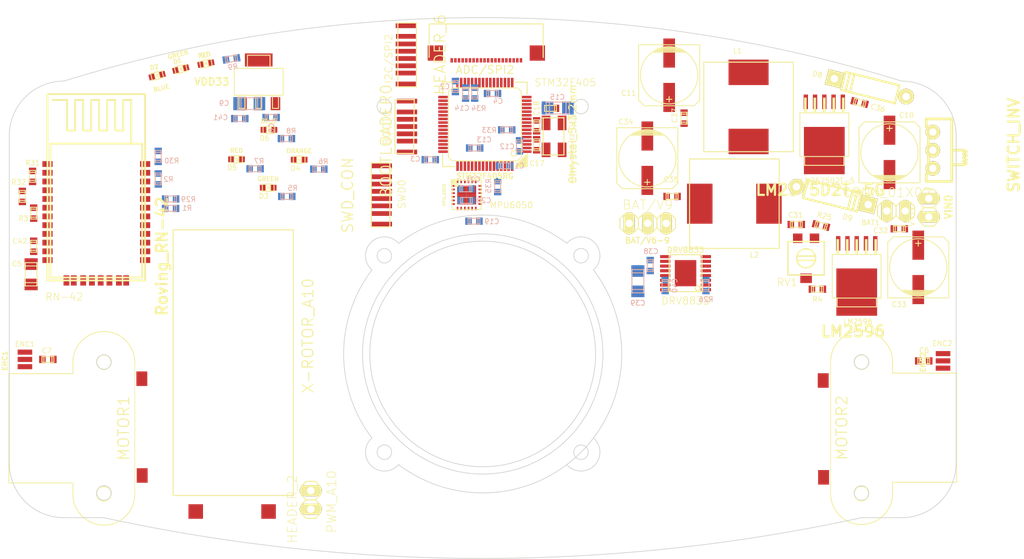
<source format=kicad_pcb>
(kicad_pcb (version 4) (host pcbnew "(2015-03-13 BZR 5510)-product")

  (general
    (links 218)
    (no_connects 218)
    (area 77.808334 -109.876888 224.597543 254.332893)
    (thickness 1.6)
    (drawings 29)
    (tracks 0)
    (zones 0)
    (modules 85)
    (nets 82)
  )

  (page A4)
  (layers
    (0 F.Cu signal)
    (31 B.Cu signal)
    (32 B.Adhes user)
    (33 F.Adhes user)
    (34 B.Paste user)
    (35 F.Paste user)
    (36 B.SilkS user)
    (37 F.SilkS user)
    (38 B.Mask user)
    (39 F.Mask user)
    (40 Dwgs.User user)
    (41 Cmts.User user)
    (42 Eco1.User user)
    (43 Eco2.User user)
    (44 Edge.Cuts user)
    (45 Margin user)
    (46 B.CrtYd user)
    (47 F.CrtYd user)
    (48 B.Fab user)
    (49 F.Fab user)
  )

  (setup
    (last_trace_width 0.254)
    (user_trace_width 0.3)
    (user_trace_width 0.35)
    (user_trace_width 0.4)
    (user_trace_width 0.5)
    (user_trace_width 0.5)
    (user_trace_width 0.6)
    (user_trace_width 0.7)
    (user_trace_width 0.8)
    (user_trace_width 0.9)
    (user_trace_width 1)
    (trace_clearance 0.1)
    (zone_clearance 0.508)
    (zone_45_only no)
    (trace_min 0.254)
    (segment_width 0.2)
    (edge_width 0.1)
    (via_size 0.889)
    (via_drill 0.635)
    (via_min_size 0.3)
    (via_min_drill 0.15)
    (user_via 0.3 0.15)
    (user_via 0.5 0.3)
    (uvia_size 0.508)
    (uvia_drill 0.127)
    (uvias_allowed no)
    (uvia_min_size 0.508)
    (uvia_min_drill 0.127)
    (pcb_text_width 0.3)
    (pcb_text_size 1.5 1.5)
    (mod_edge_width 0.15)
    (mod_text_size 1 1)
    (mod_text_width 0.15)
    (pad_size 2.032 1.7272)
    (pad_drill 1.016)
    (pad_to_mask_clearance 0)
    (aux_axis_origin 145.2 106.55)
    (visible_elements FFFEFF7F)
    (pcbplotparams
      (layerselection 0x00030_80000001)
      (usegerberextensions false)
      (excludeedgelayer true)
      (linewidth 0.100000)
      (plotframeref false)
      (viasonmask false)
      (mode 1)
      (useauxorigin false)
      (hpglpennumber 1)
      (hpglpenspeed 20)
      (hpglpendiameter 15)
      (hpglpenoverlay 2)
      (psnegative false)
      (psa4output false)
      (plotreference true)
      (plotvalue true)
      (plotinvisibletext false)
      (padsonsilk false)
      (subtractmaskfromsilk false)
      (outputformat 1)
      (mirror false)
      (drillshape 1)
      (scaleselection 1)
      (outputdirectory ../../../../Desktop/soFar.svg))
  )

  (net 0 "")
  (net 1 "Net-(D1-Pad1)")
  (net 2 "Net-(D2-Pad1)")
  (net 3 "Net-(R1-Pad2)")
  (net 4 "Net-(R2-Pad2)")
  (net 5 "Net-(R3-Pad2)")
  (net 6 ADC0)
  (net 7 ADC1)
  (net 8 ADC2)
  (net 9 ADC3)
  (net 10 ADC4)
  (net 11 ADC5)
  (net 12 ADC6)
  (net 13 ADC7)
  (net 14 ADC8)
  (net 15 ADC9)
  (net 16 ADC10)
  (net 17 ADC11)
  (net 18 ADC12)
  (net 19 ADC13)
  (net 20 "Net-(C13-Pad2)")
  (net 21 "Net-(C14-Pad2)")
  (net 22 "Net-(D3-Pad1)")
  (net 23 "Net-(D4-Pad1)")
  (net 24 "Net-(D5-Pad1)")
  (net 25 "Net-(D6-Pad1)")
  (net 26 "Net-(D7-Pad1)")
  (net 27 LED_LE)
  (net 28 SENS_NFET)
  (net 29 VDD50)
  (net 30 GND)
  (net 31 "Net-(C19-Pad1)")
  (net 32 "Net-(C21-Pad1)")
  (net 33 /SPI3_NSS)
  (net 34 "Net-(D8-Pad2)")
  (net 35 /PWM01)
  (net 36 /PWM02)
  (net 37 /SPI3_MISO)
  (net 38 /SPI3_MOSI)
  (net 39 /V_BATTERY)
  (net 40 /VDD33)
  (net 41 /VDD_B)
  (net 42 "Net-(C31-Pad2)")
  (net 43 "Net-(C32-Pad1)")
  (net 44 "Net-(D9-Pad2)")
  (net 45 /ADC14)
  (net 46 /ADC15)
  (net 47 SPI2_CLK)
  (net 48 SPI2_NSS)
  (net 49 SPI2_MISO)
  (net 50 SPI2_MOSI)
  (net 51 /SPI3_SCK)
  (net 52 /PWM_LED3)
  (net 53 /PWM_LED2)
  (net 54 /PWM_LED1)
  (net 55 /PWM_LED0)
  (net 56 /POWER_LED)
  (net 57 /USART6_TX)
  (net 58 /USART6_RX)
  (net 59 /NRST)
  (net 60 /SWCLK)
  (net 61 /SWDIO)
  (net 62 "Net-(C38-Pad2)")
  (net 63 "Net-(C40-Pad2)")
  (net 64 /PWM03)
  (net 65 /PWM04)
  (net 66 /VDD90)
  (net 67 /DRV3_OUT_A2)
  (net 68 /DRV3_OUT_B2)
  (net 69 "Net-(R29-Pad1)")
  (net 70 "Net-(R30-Pad1)")
  (net 71 "Net-(R31-Pad1)")
  (net 72 "Net-(R32-Pad1)")
  (net 73 /DRV3_OUT_A1)
  (net 74 /DRV3_OUT_B1)
  (net 75 /BOOT1)
  (net 76 /BOOT0)
  (net 77 "Net-(DRV8833-Pad1)")
  (net 78 "Net-(ABMM2-8MHZ-E2-Pad1)")
  (net 79 "Net-(ABMM2-8MHZ-E2-Pad3)")
  (net 80 "Net-(BAT/V6-9-Pad2)")
  (net 81 /TIM3_CH3)

  (net_class Default "This is the default net class."
    (clearance 0.1)
    (trace_width 0.254)
    (via_dia 0.889)
    (via_drill 0.635)
    (uvia_dia 0.508)
    (uvia_drill 0.127)
    (add_net /ADC14)
    (add_net /ADC15)
    (add_net /BOOT0)
    (add_net /BOOT1)
    (add_net /DRV3_OUT_A1)
    (add_net /DRV3_OUT_A2)
    (add_net /DRV3_OUT_B1)
    (add_net /DRV3_OUT_B2)
    (add_net /NRST)
    (add_net /POWER_LED)
    (add_net /PWM01)
    (add_net /PWM02)
    (add_net /PWM03)
    (add_net /PWM04)
    (add_net /PWM_LED0)
    (add_net /PWM_LED1)
    (add_net /PWM_LED2)
    (add_net /PWM_LED3)
    (add_net /SPI3_MISO)
    (add_net /SPI3_MOSI)
    (add_net /SPI3_NSS)
    (add_net /SPI3_SCK)
    (add_net /SWCLK)
    (add_net /SWDIO)
    (add_net /TIM3_CH3)
    (add_net /USART6_RX)
    (add_net /USART6_TX)
    (add_net /VDD33)
    (add_net /VDD90)
    (add_net /VDD_B)
    (add_net /V_BATTERY)
    (add_net ADC0)
    (add_net ADC1)
    (add_net ADC10)
    (add_net ADC11)
    (add_net ADC12)
    (add_net ADC13)
    (add_net ADC2)
    (add_net ADC3)
    (add_net ADC4)
    (add_net ADC5)
    (add_net ADC6)
    (add_net ADC7)
    (add_net ADC8)
    (add_net ADC9)
    (add_net GND)
    (add_net LED_LE)
    (add_net "Net-(ABMM2-8MHZ-E2-Pad1)")
    (add_net "Net-(ABMM2-8MHZ-E2-Pad3)")
    (add_net "Net-(BAT/V6-9-Pad2)")
    (add_net "Net-(C13-Pad2)")
    (add_net "Net-(C14-Pad2)")
    (add_net "Net-(C19-Pad1)")
    (add_net "Net-(C21-Pad1)")
    (add_net "Net-(C31-Pad2)")
    (add_net "Net-(C32-Pad1)")
    (add_net "Net-(C38-Pad2)")
    (add_net "Net-(C40-Pad2)")
    (add_net "Net-(D1-Pad1)")
    (add_net "Net-(D2-Pad1)")
    (add_net "Net-(D3-Pad1)")
    (add_net "Net-(D4-Pad1)")
    (add_net "Net-(D5-Pad1)")
    (add_net "Net-(D6-Pad1)")
    (add_net "Net-(D7-Pad1)")
    (add_net "Net-(D8-Pad2)")
    (add_net "Net-(D9-Pad2)")
    (add_net "Net-(DRV8833-Pad1)")
    (add_net "Net-(R1-Pad2)")
    (add_net "Net-(R2-Pad2)")
    (add_net "Net-(R29-Pad1)")
    (add_net "Net-(R3-Pad2)")
    (add_net "Net-(R30-Pad1)")
    (add_net "Net-(R31-Pad1)")
    (add_net "Net-(R32-Pad1)")
    (add_net SENS_NFET)
    (add_net SPI2_CLK)
    (add_net SPI2_MISO)
    (add_net SPI2_MOSI)
    (add_net SPI2_NSS)
    (add_net VDD50)
  )

  (module w_smd_lqfp:lqfp64 (layer F.Cu) (tedit 5501DC1B) (tstamp 54FD2A7F)
    (at 145.25 74.95 90)
    (descr LQFP-64)
    (path /54F138AE)
    (fp_text reference STM32F405 (at 5.75 11.05 360) (layer F.SilkS)
      (effects (font (size 1 1) (thickness 0.1)))
    )
    (fp_text value STM32F405RG (at -7.108771 -0.003592 180) (layer F.SilkS)
      (effects (font (size 0.7493 0.7493) (thickness 0.14986)))
    )
    (fp_line (start -5.79882 5.69976) (end -5.69976 5.79882) (layer F.SilkS) (width 0.14986))
    (fp_line (start -5.4991 5.79882) (end -5.79882 5.4991) (layer F.SilkS) (width 0.14986))
    (fp_line (start -5.79882 5.30098) (end -5.30098 5.79882) (layer F.SilkS) (width 0.14986))
    (fp_line (start -5.10032 5.79882) (end -5.79882 5.10032) (layer F.SilkS) (width 0.14986))
    (fp_line (start -5.79882 4.89966) (end -4.89966 5.79882) (layer F.SilkS) (width 0.14986))
    (fp_line (start -4.699 5.79882) (end -5.79882 4.699) (layer F.SilkS) (width 0.14986))
    (fp_line (start -5.79882 4.50088) (end -4.50088 5.79882) (layer F.SilkS) (width 0.14986))
    (fp_line (start -4.30022 5.79882) (end -5.79882 4.30022) (layer F.SilkS) (width 0.14986))
    (fp_line (start -4.09956 5.79882) (end -5.79882 5.79882) (layer F.SilkS) (width 0.14986))
    (fp_line (start -5.79882 5.79882) (end -5.79882 4.09956) (layer F.SilkS) (width 0.14986))
    (fp_line (start -5.79882 4.09956) (end -4.09956 5.79882) (layer F.SilkS) (width 0.14986))
    (fp_line (start 5.79882 4.09956) (end 5.79882 5.79882) (layer F.SilkS) (width 0.14986))
    (fp_line (start 5.79882 5.79882) (end 4.09956 5.79882) (layer F.SilkS) (width 0.14986))
    (fp_line (start 4.09956 -5.79882) (end 5.79882 -5.79882) (layer F.SilkS) (width 0.14986))
    (fp_line (start 5.79882 -5.79882) (end 5.79882 -4.09956) (layer F.SilkS) (width 0.14986))
    (fp_line (start -5.79882 -4.09956) (end -5.79882 -5.79882) (layer F.SilkS) (width 0.14986))
    (fp_line (start -5.79882 -5.79882) (end -4.09956 -5.79882) (layer F.SilkS) (width 0.14986))
    (fp_line (start 4.4958 5.0038) (end -4.4958 5.0038) (layer F.SilkS) (width 0.127))
    (fp_line (start 5.0038 4.4958) (end 5.0038 -4.4958) (layer F.SilkS) (width 0.127))
    (fp_line (start -4.4958 -5.0038) (end 4.4958 -5.0038) (layer F.SilkS) (width 0.127))
    (fp_line (start -5.0038 4.4958) (end -5.0038 -4.4958) (layer F.SilkS) (width 0.127))
    (fp_circle (center -3.9878 3.9878) (end -4.2164 4.2926) (layer F.SilkS) (width 0.127))
    (fp_line (start -4.4958 5.0038) (end -5.0038 4.4958) (layer F.SilkS) (width 0.127))
    (fp_line (start 5.0038 4.4958) (end 4.4958 5.0038) (layer F.SilkS) (width 0.127))
    (fp_line (start 4.4958 -5.0038) (end 5.0038 -4.4958) (layer F.SilkS) (width 0.127))
    (fp_line (start -5.0038 -4.4958) (end -4.4958 -5.0038) (layer F.SilkS) (width 0.127))
    (pad 4 smd rect (at -2.25044 5.75056 90) (size 0.35052 1.30048) (layers F.Cu F.Paste F.Mask))
    (pad 5 smd rect (at -1.75006 5.75056 90) (size 0.35052 1.30048) (layers F.Cu F.Paste F.Mask)
      (net 79 "Net-(ABMM2-8MHZ-E2-Pad3)"))
    (pad 6 smd rect (at -1.24968 5.75056 90) (size 0.35052 1.30048) (layers F.Cu F.Paste F.Mask)
      (net 78 "Net-(ABMM2-8MHZ-E2-Pad1)"))
    (pad 7 smd rect (at -0.7493 5.75056 90) (size 0.35052 1.30048) (layers F.Cu F.Paste F.Mask)
      (net 59 /NRST))
    (pad 8 smd rect (at -0.24892 5.75056 90) (size 0.35052 1.30048) (layers F.Cu F.Paste F.Mask)
      (net 16 ADC10))
    (pad 1 smd rect (at -3.74904 5.75056 90) (size 0.35052 1.30048) (layers F.Cu F.Paste F.Mask)
      (net 40 /VDD33))
    (pad 2 smd rect (at -3.2512 5.75056 90) (size 0.35052 1.30048) (layers F.Cu F.Paste F.Mask))
    (pad 3 smd rect (at -2.75082 5.75056 90) (size 0.35052 1.30048) (layers F.Cu F.Paste F.Mask))
    (pad 17 smd rect (at 5.75056 3.74904 90) (size 1.30048 0.35052) (layers F.Cu F.Paste F.Mask)
      (net 9 ADC3))
    (pad 18 smd rect (at 5.75056 3.2512 90) (size 1.30048 0.35052) (layers F.Cu F.Paste F.Mask)
      (net 30 GND))
    (pad 19 smd rect (at 5.75056 2.75082 90) (size 1.30048 0.35052) (layers F.Cu F.Paste F.Mask)
      (net 40 /VDD33))
    (pad 20 smd rect (at 5.75056 2.25044 90) (size 1.30048 0.35052) (layers F.Cu F.Paste F.Mask)
      (net 10 ADC4))
    (pad 21 smd rect (at 5.75056 1.75006 90) (size 1.30048 0.35052) (layers F.Cu F.Paste F.Mask)
      (net 11 ADC5))
    (pad 22 smd rect (at 5.75056 1.24968 90) (size 1.30048 0.35052) (layers F.Cu F.Paste F.Mask)
      (net 12 ADC6))
    (pad 23 smd rect (at 5.75056 0.7493 90) (size 1.30048 0.35052) (layers F.Cu F.Paste F.Mask)
      (net 13 ADC7))
    (pad 24 smd rect (at 5.75056 0.24892 90) (size 1.30048 0.35052) (layers F.Cu F.Paste F.Mask)
      (net 45 /ADC14))
    (pad 33 smd rect (at 3.74904 -5.75056 90) (size 0.35052 1.30048) (layers F.Cu F.Paste F.Mask)
      (net 48 SPI2_NSS))
    (pad 34 smd rect (at 3.2512 -5.75056 90) (size 0.35052 1.30048) (layers F.Cu F.Paste F.Mask)
      (net 28 SENS_NFET))
    (pad 35 smd rect (at 2.75082 -5.75056 90) (size 0.35052 1.30048) (layers F.Cu F.Paste F.Mask)
      (net 49 SPI2_MISO))
    (pad 36 smd rect (at 2.25044 -5.75056 90) (size 0.35052 1.30048) (layers F.Cu F.Paste F.Mask)
      (net 50 SPI2_MOSI))
    (pad 37 smd rect (at 1.75006 -5.75056 90) (size 0.35052 1.30048) (layers F.Cu F.Paste F.Mask)
      (net 57 /USART6_TX))
    (pad 38 smd rect (at 1.24968 -5.75056 90) (size 0.35052 1.30048) (layers F.Cu F.Paste F.Mask)
      (net 58 /USART6_RX))
    (pad 39 smd rect (at 0.7493 -5.75056 90) (size 0.35052 1.30048) (layers F.Cu F.Paste F.Mask)
      (net 81 /TIM3_CH3))
    (pad 40 smd rect (at 0.24892 -5.75056 90) (size 0.35052 1.30048) (layers F.Cu F.Paste F.Mask))
    (pad 49 smd rect (at -5.75056 -3.74904 90) (size 1.30048 0.35052) (layers F.Cu F.Paste F.Mask)
      (net 60 /SWCLK))
    (pad 50 smd rect (at -5.75056 -3.2512 90) (size 1.30048 0.35052) (layers F.Cu F.Paste F.Mask)
      (net 33 /SPI3_NSS))
    (pad 51 smd rect (at -5.75056 -2.75082 90) (size 1.30048 0.35052) (layers F.Cu F.Paste F.Mask))
    (pad 52 smd rect (at -5.75056 -2.25044 90) (size 1.30048 0.35052) (layers F.Cu F.Paste F.Mask))
    (pad 53 smd rect (at -5.75056 -1.75006 90) (size 1.30048 0.35052) (layers F.Cu F.Paste F.Mask))
    (pad 54 smd rect (at -5.75056 -1.24968 90) (size 1.30048 0.35052) (layers F.Cu F.Paste F.Mask))
    (pad 55 smd rect (at -5.75056 -0.7493 90) (size 1.30048 0.35052) (layers F.Cu F.Paste F.Mask)
      (net 51 /SPI3_SCK))
    (pad 56 smd rect (at -5.75056 -0.24892 90) (size 1.30048 0.35052) (layers F.Cu F.Paste F.Mask)
      (net 37 /SPI3_MISO))
    (pad 9 smd rect (at 0.24892 5.75056 90) (size 0.35052 1.30048) (layers F.Cu F.Paste F.Mask)
      (net 17 ADC11))
    (pad 10 smd rect (at 0.7493 5.75056 90) (size 0.35052 1.30048) (layers F.Cu F.Paste F.Mask)
      (net 18 ADC12))
    (pad 11 smd rect (at 1.24968 5.75056 90) (size 0.35052 1.30048) (layers F.Cu F.Paste F.Mask)
      (net 19 ADC13))
    (pad 25 smd rect (at 5.75056 -0.24892 90) (size 1.30048 0.35052) (layers F.Cu F.Paste F.Mask)
      (net 46 /ADC15))
    (pad 26 smd rect (at 5.75056 -0.7493 90) (size 1.30048 0.35052) (layers F.Cu F.Paste F.Mask)
      (net 14 ADC8))
    (pad 27 smd rect (at 5.75056 -1.24968 90) (size 1.30048 0.35052) (layers F.Cu F.Paste F.Mask)
      (net 15 ADC9))
    (pad 41 smd rect (at -0.24892 -5.75056 90) (size 0.35052 1.30048) (layers F.Cu F.Paste F.Mask)
      (net 55 /PWM_LED0))
    (pad 42 smd rect (at -0.7493 -5.75056 90) (size 0.35052 1.30048) (layers F.Cu F.Paste F.Mask)
      (net 54 /PWM_LED1))
    (pad 43 smd rect (at -1.24968 -5.75056 90) (size 0.35052 1.30048) (layers F.Cu F.Paste F.Mask)
      (net 53 /PWM_LED2))
    (pad 57 smd rect (at -5.75056 0.24892 90) (size 1.30048 0.35052) (layers F.Cu F.Paste F.Mask)
      (net 38 /SPI3_MOSI))
    (pad 58 smd rect (at -5.75056 0.7493 90) (size 1.30048 0.35052) (layers F.Cu F.Paste F.Mask)
      (net 35 /PWM01))
    (pad 59 smd rect (at -5.75056 1.24968 90) (size 1.30048 0.35052) (layers F.Cu F.Paste F.Mask)
      (net 36 /PWM02))
    (pad 12 smd rect (at 1.75006 5.75056 90) (size 0.35052 1.30048) (layers F.Cu F.Paste F.Mask)
      (net 30 GND))
    (pad 13 smd rect (at 2.25044 5.75056 90) (size 0.35052 1.30048) (layers F.Cu F.Paste F.Mask)
      (net 29 VDD50))
    (pad 14 smd rect (at 2.75082 5.75056 90) (size 0.35052 1.30048) (layers F.Cu F.Paste F.Mask)
      (net 6 ADC0))
    (pad 15 smd rect (at 3.2512 5.75056 90) (size 0.35052 1.30048) (layers F.Cu F.Paste F.Mask)
      (net 7 ADC1))
    (pad 16 smd rect (at 3.74904 5.75056 90) (size 0.35052 1.30048) (layers F.Cu F.Paste F.Mask)
      (net 8 ADC2))
    (pad 28 smd rect (at 5.75056 -1.75006 90) (size 1.30048 0.35052) (layers F.Cu F.Paste F.Mask)
      (net 75 /BOOT1))
    (pad 29 smd rect (at 5.75056 -2.25044 90) (size 1.30048 0.35052) (layers F.Cu F.Paste F.Mask)
      (net 47 SPI2_CLK))
    (pad 30 smd rect (at 5.75056 -2.75082 90) (size 1.30048 0.35052) (layers F.Cu F.Paste F.Mask)
      (net 27 LED_LE))
    (pad 31 smd rect (at 5.75056 -3.2512 90) (size 1.30048 0.35052) (layers F.Cu F.Paste F.Mask)
      (net 21 "Net-(C14-Pad2)"))
    (pad 32 smd rect (at 5.75056 -3.74904 90) (size 1.30048 0.35052) (layers F.Cu F.Paste F.Mask)
      (net 40 /VDD33))
    (pad 44 smd rect (at -1.75006 -5.75056 90) (size 0.35052 1.30048) (layers F.Cu F.Paste F.Mask)
      (net 52 /PWM_LED3))
    (pad 45 smd rect (at -2.25044 -5.75056 90) (size 0.35052 1.30048) (layers F.Cu F.Paste F.Mask)
      (net 56 /POWER_LED))
    (pad 46 smd rect (at -2.75082 -5.75056 90) (size 0.35052 1.30048) (layers F.Cu F.Paste F.Mask)
      (net 61 /SWDIO))
    (pad 47 smd rect (at -3.2512 -5.75056 90) (size 0.35052 1.30048) (layers F.Cu F.Paste F.Mask)
      (net 20 "Net-(C13-Pad2)"))
    (pad 48 smd rect (at -3.74904 -5.75056 90) (size 0.35052 1.30048) (layers F.Cu F.Paste F.Mask)
      (net 40 /VDD33))
    (pad 60 smd rect (at -5.75056 1.75006 90) (size 1.30048 0.35052) (layers F.Cu F.Paste F.Mask)
      (net 76 /BOOT0))
    (pad 61 smd rect (at -5.75056 2.25044 90) (size 1.30048 0.35052) (layers F.Cu F.Paste F.Mask)
      (net 64 /PWM03))
    (pad 62 smd rect (at -5.75056 2.75082 90) (size 1.30048 0.35052) (layers F.Cu F.Paste F.Mask)
      (net 65 /PWM04))
    (pad 63 smd rect (at -5.75056 3.2512 90) (size 1.30048 0.35052) (layers F.Cu F.Paste F.Mask)
      (net 30 GND))
    (pad 64 smd rect (at -5.75056 3.74904 90) (size 1.30048 0.35052) (layers F.Cu F.Paste F.Mask)
      (net 40 /VDD33))
    (model ../../../../../../home/akerlund/kicad_sources/Walter/3d/smd_lqfp/lqfp-64.wrl
      (at (xyz 0 0 0))
      (scale (xyz 1 1 1))
      (rotate (xyz 0 0 0))
    )
  )

  (module w_smd_cap:c_0603 (layer B.Cu) (tedit 5500CE5C) (tstamp 54FB11C2)
    (at 147.95 80.65 180)
    (descr "SMT capacitor, 0603")
    (path /54EF24A1)
    (fp_text reference C1 (at -2.05 0 360) (layer B.SilkS)
      (effects (font (size 0.7 0.7) (thickness 0.1)) (justify mirror))
    )
    (fp_text value 100n (at 0 -0.635 180) (layer B.SilkS) hide
      (effects (font (size 0.20066 0.20066) (thickness 0.04064)) (justify mirror))
    )
    (fp_line (start 0.5588 -0.4064) (end 0.5588 0.4064) (layer B.SilkS) (width 0.127))
    (fp_line (start -0.5588 0.381) (end -0.5588 -0.4064) (layer B.SilkS) (width 0.127))
    (fp_line (start -0.8128 0.4064) (end 0.8128 0.4064) (layer B.SilkS) (width 0.127))
    (fp_line (start 0.8128 0.4064) (end 0.8128 -0.4064) (layer B.SilkS) (width 0.127))
    (fp_line (start 0.8128 -0.4064) (end -0.8128 -0.4064) (layer B.SilkS) (width 0.127))
    (fp_line (start -0.8128 -0.4064) (end -0.8128 0.4064) (layer B.SilkS) (width 0.127))
    (pad 1 smd rect (at 0.75184 0 180) (size 0.89916 1.00076) (layers B.Cu B.Paste B.Mask)
      (net 30 GND))
    (pad 2 smd rect (at -0.75184 0 180) (size 0.89916 1.00076) (layers B.Cu B.Paste B.Mask)
      (net 40 /VDD33))
    (model walter/smd_cap/c_0603.wrl
      (at (xyz 0 0 0))
      (scale (xyz 1 1 1))
      (rotate (xyz 0 0 0))
    )
  )

  (module w_smd_cap:c_0603 (layer B.Cu) (tedit 5501F6EC) (tstamp 54FD10EB)
    (at 141.2 69.75 270)
    (descr "SMT capacitor, 0603")
    (path /54EF27F8)
    (fp_text reference C2 (at 0 1.45 360) (layer B.SilkS)
      (effects (font (size 0.7 0.7) (thickness 0.1)) (justify mirror))
    )
    (fp_text value 100n (at 0 -0.635 270) (layer B.SilkS) hide
      (effects (font (size 0.20066 0.20066) (thickness 0.04064)) (justify mirror))
    )
    (fp_line (start 0.5588 -0.4064) (end 0.5588 0.4064) (layer B.SilkS) (width 0.127))
    (fp_line (start -0.5588 0.381) (end -0.5588 -0.4064) (layer B.SilkS) (width 0.127))
    (fp_line (start -0.8128 0.4064) (end 0.8128 0.4064) (layer B.SilkS) (width 0.127))
    (fp_line (start 0.8128 0.4064) (end 0.8128 -0.4064) (layer B.SilkS) (width 0.127))
    (fp_line (start 0.8128 -0.4064) (end -0.8128 -0.4064) (layer B.SilkS) (width 0.127))
    (fp_line (start -0.8128 -0.4064) (end -0.8128 0.4064) (layer B.SilkS) (width 0.127))
    (pad 1 smd rect (at 0.75184 0 270) (size 0.89916 1.00076) (layers B.Cu B.Paste B.Mask)
      (net 30 GND))
    (pad 2 smd rect (at -0.75184 0 270) (size 0.89916 1.00076) (layers B.Cu B.Paste B.Mask)
      (net 40 /VDD33))
    (model walter/smd_cap/c_0603.wrl
      (at (xyz 0 0 0))
      (scale (xyz 1 1 1))
      (rotate (xyz 0 0 0))
    )
  )

  (module w_smd_cap:c_0603 (layer B.Cu) (tedit 54FF9010) (tstamp 5500B685)
    (at 137.75 79.8 180)
    (descr "SMT capacitor, 0603")
    (path /54EF2853)
    (fp_text reference C3 (at 2.05 0.1 180) (layer B.SilkS)
      (effects (font (size 0.7 0.7) (thickness 0.1)) (justify mirror))
    )
    (fp_text value 100n (at 0 -0.635 180) (layer B.SilkS) hide
      (effects (font (size 0.20066 0.20066) (thickness 0.04064)) (justify mirror))
    )
    (fp_line (start 0.5588 -0.4064) (end 0.5588 0.4064) (layer B.SilkS) (width 0.127))
    (fp_line (start -0.5588 0.381) (end -0.5588 -0.4064) (layer B.SilkS) (width 0.127))
    (fp_line (start -0.8128 0.4064) (end 0.8128 0.4064) (layer B.SilkS) (width 0.127))
    (fp_line (start 0.8128 0.4064) (end 0.8128 -0.4064) (layer B.SilkS) (width 0.127))
    (fp_line (start 0.8128 -0.4064) (end -0.8128 -0.4064) (layer B.SilkS) (width 0.127))
    (fp_line (start -0.8128 -0.4064) (end -0.8128 0.4064) (layer B.SilkS) (width 0.127))
    (pad 1 smd rect (at 0.75184 0 180) (size 0.89916 1.00076) (layers B.Cu B.Paste B.Mask)
      (net 30 GND))
    (pad 2 smd rect (at -0.75184 0 180) (size 0.89916 1.00076) (layers B.Cu B.Paste B.Mask)
      (net 40 /VDD33))
    (model walter/smd_cap/c_0603.wrl
      (at (xyz 0 0 0))
      (scale (xyz 1 1 1))
      (rotate (xyz 0 0 0))
    )
  )

  (module w_smd_cap:c_0603 (layer B.Cu) (tedit 5501F6EF) (tstamp 54FD0F77)
    (at 146.3 70.7 180)
    (descr "SMT capacitor, 0603")
    (path /54EF2870)
    (fp_text reference C4 (at -0.75 -1.05 180) (layer B.SilkS)
      (effects (font (size 0.7 0.7) (thickness 0.1)) (justify mirror))
    )
    (fp_text value 100n (at 0 -0.635 180) (layer B.SilkS) hide
      (effects (font (size 0.20066 0.20066) (thickness 0.04064)) (justify mirror))
    )
    (fp_line (start 0.5588 -0.4064) (end 0.5588 0.4064) (layer B.SilkS) (width 0.127))
    (fp_line (start -0.5588 0.381) (end -0.5588 -0.4064) (layer B.SilkS) (width 0.127))
    (fp_line (start -0.8128 0.4064) (end 0.8128 0.4064) (layer B.SilkS) (width 0.127))
    (fp_line (start 0.8128 0.4064) (end 0.8128 -0.4064) (layer B.SilkS) (width 0.127))
    (fp_line (start 0.8128 -0.4064) (end -0.8128 -0.4064) (layer B.SilkS) (width 0.127))
    (fp_line (start -0.8128 -0.4064) (end -0.8128 0.4064) (layer B.SilkS) (width 0.127))
    (pad 1 smd rect (at 0.75184 0 180) (size 0.89916 1.00076) (layers B.Cu B.Paste B.Mask)
      (net 30 GND))
    (pad 2 smd rect (at -0.75184 0 180) (size 0.89916 1.00076) (layers B.Cu B.Paste B.Mask)
      (net 40 /VDD33))
    (model walter/smd_cap/c_0603.wrl
      (at (xyz 0 0 0))
      (scale (xyz 1 1 1))
      (rotate (xyz 0 0 0))
    )
  )

  (module w_smd_cap:c_0603 (layer B.Cu) (tedit 54FF8D38) (tstamp 54FF9662)
    (at 115.9 74)
    (descr "SMT capacitor, 0603")
    (path /54F08FD7)
    (fp_text reference C8 (at 0.05 1.45 270) (layer B.SilkS)
      (effects (font (size 0.7 0.7) (thickness 0.1)) (justify mirror))
    )
    (fp_text value 100uF (at 0 -0.635) (layer B.SilkS) hide
      (effects (font (size 0.20066 0.20066) (thickness 0.04064)) (justify mirror))
    )
    (fp_line (start 0.5588 -0.4064) (end 0.5588 0.4064) (layer B.SilkS) (width 0.127))
    (fp_line (start -0.5588 0.381) (end -0.5588 -0.4064) (layer B.SilkS) (width 0.127))
    (fp_line (start -0.8128 0.4064) (end 0.8128 0.4064) (layer B.SilkS) (width 0.127))
    (fp_line (start 0.8128 0.4064) (end 0.8128 -0.4064) (layer B.SilkS) (width 0.127))
    (fp_line (start 0.8128 -0.4064) (end -0.8128 -0.4064) (layer B.SilkS) (width 0.127))
    (fp_line (start -0.8128 -0.4064) (end -0.8128 0.4064) (layer B.SilkS) (width 0.127))
    (pad 1 smd rect (at 0.75184 0) (size 0.89916 1.00076) (layers B.Cu B.Paste B.Mask)
      (net 29 VDD50))
    (pad 2 smd rect (at -0.75184 0) (size 0.89916 1.00076) (layers B.Cu B.Paste B.Mask)
      (net 30 GND))
    (model walter/smd_cap/c_0603.wrl
      (at (xyz 0 0 0))
      (scale (xyz 1 1 1))
      (rotate (xyz 0 0 0))
    )
  )

  (module w_smd_cap:c_0603 (layer B.Cu) (tedit 5500BDB5) (tstamp 54FB118E)
    (at 143.85 78.2)
    (descr "SMT capacitor, 0603")
    (path /54F1BC1D)
    (fp_text reference C13 (at 1.3 -1.15) (layer B.SilkS)
      (effects (font (size 0.7 0.7) (thickness 0.1)) (justify mirror))
    )
    (fp_text value 2.2u (at 0 -0.635) (layer B.SilkS) hide
      (effects (font (size 0.20066 0.20066) (thickness 0.04064)) (justify mirror))
    )
    (fp_line (start 0.5588 -0.4064) (end 0.5588 0.4064) (layer B.SilkS) (width 0.127))
    (fp_line (start -0.5588 0.381) (end -0.5588 -0.4064) (layer B.SilkS) (width 0.127))
    (fp_line (start -0.8128 0.4064) (end 0.8128 0.4064) (layer B.SilkS) (width 0.127))
    (fp_line (start 0.8128 0.4064) (end 0.8128 -0.4064) (layer B.SilkS) (width 0.127))
    (fp_line (start 0.8128 -0.4064) (end -0.8128 -0.4064) (layer B.SilkS) (width 0.127))
    (fp_line (start -0.8128 -0.4064) (end -0.8128 0.4064) (layer B.SilkS) (width 0.127))
    (pad 1 smd rect (at 0.75184 0) (size 0.89916 1.00076) (layers B.Cu B.Paste B.Mask)
      (net 30 GND))
    (pad 2 smd rect (at -0.75184 0) (size 0.89916 1.00076) (layers B.Cu B.Paste B.Mask)
      (net 20 "Net-(C13-Pad2)"))
    (model walter/smd_cap/c_0603.wrl
      (at (xyz 0 0 0))
      (scale (xyz 1 1 1))
      (rotate (xyz 0 0 0))
    )
  )

  (module w_smd_cap:c_0603 (layer B.Cu) (tedit 5501F6E0) (tstamp 54FD0F84)
    (at 142.6 70.65 270)
    (descr "SMT capacitor, 0603")
    (path /54F1BBB8)
    (fp_text reference C14 (at 2.05 0.5 360) (layer B.SilkS)
      (effects (font (size 0.7 0.7) (thickness 0.1)) (justify mirror))
    )
    (fp_text value 2.2u (at 0 -0.635 270) (layer B.SilkS) hide
      (effects (font (size 0.20066 0.20066) (thickness 0.04064)) (justify mirror))
    )
    (fp_line (start 0.5588 -0.4064) (end 0.5588 0.4064) (layer B.SilkS) (width 0.127))
    (fp_line (start -0.5588 0.381) (end -0.5588 -0.4064) (layer B.SilkS) (width 0.127))
    (fp_line (start -0.8128 0.4064) (end 0.8128 0.4064) (layer B.SilkS) (width 0.127))
    (fp_line (start 0.8128 0.4064) (end 0.8128 -0.4064) (layer B.SilkS) (width 0.127))
    (fp_line (start 0.8128 -0.4064) (end -0.8128 -0.4064) (layer B.SilkS) (width 0.127))
    (fp_line (start -0.8128 -0.4064) (end -0.8128 0.4064) (layer B.SilkS) (width 0.127))
    (pad 1 smd rect (at 0.75184 0 270) (size 0.89916 1.00076) (layers B.Cu B.Paste B.Mask)
      (net 30 GND))
    (pad 2 smd rect (at -0.75184 0 270) (size 0.89916 1.00076) (layers B.Cu B.Paste B.Mask)
      (net 21 "Net-(C14-Pad2)"))
    (model walter/smd_cap/c_0603.wrl
      (at (xyz 0 0 0))
      (scale (xyz 1 1 1))
      (rotate (xyz 0 0 0))
    )
  )

  (module w_smd_cap:c_0603 (layer F.Cu) (tedit 5500BDC8) (tstamp 54FB1174)
    (at 152.35 77.75 270)
    (descr "SMT capacitor, 0603")
    (path /54F1EF53)
    (fp_text reference C17 (at 2.55 -0.05 540) (layer F.SilkS)
      (effects (font (size 0.7 0.7) (thickness 0.1)))
    )
    (fp_text value 15p (at 0 0.635 270) (layer F.SilkS) hide
      (effects (font (size 0.20066 0.20066) (thickness 0.04064)))
    )
    (fp_line (start 0.5588 0.4064) (end 0.5588 -0.4064) (layer F.SilkS) (width 0.127))
    (fp_line (start -0.5588 -0.381) (end -0.5588 0.4064) (layer F.SilkS) (width 0.127))
    (fp_line (start -0.8128 -0.4064) (end 0.8128 -0.4064) (layer F.SilkS) (width 0.127))
    (fp_line (start 0.8128 -0.4064) (end 0.8128 0.4064) (layer F.SilkS) (width 0.127))
    (fp_line (start 0.8128 0.4064) (end -0.8128 0.4064) (layer F.SilkS) (width 0.127))
    (fp_line (start -0.8128 0.4064) (end -0.8128 -0.4064) (layer F.SilkS) (width 0.127))
    (pad 1 smd rect (at 0.75184 0 270) (size 0.89916 1.00076) (layers F.Cu F.Paste F.Mask)
      (net 30 GND))
    (pad 2 smd rect (at -0.75184 0 270) (size 0.89916 1.00076) (layers F.Cu F.Paste F.Mask)
      (net 79 "Net-(ABMM2-8MHZ-E2-Pad3)"))
    (model walter/smd_cap/c_0603.wrl
      (at (xyz 0 0 0))
      (scale (xyz 1 1 1))
      (rotate (xyz 0 0 0))
    )
  )

  (module w_smd_cap:c_0603 (layer F.Cu) (tedit 54FF99AE) (tstamp 54FB1167)
    (at 152.35 75.15 90)
    (descr "SMT capacitor, 0603")
    (path /54F1EF22)
    (fp_text reference C18 (at 2.4 0 270) (layer F.SilkS)
      (effects (font (size 0.7 0.7) (thickness 0.1)))
    )
    (fp_text value 15p (at 0 0.635 90) (layer F.SilkS) hide
      (effects (font (size 0.20066 0.20066) (thickness 0.04064)))
    )
    (fp_line (start 0.5588 0.4064) (end 0.5588 -0.4064) (layer F.SilkS) (width 0.127))
    (fp_line (start -0.5588 -0.381) (end -0.5588 0.4064) (layer F.SilkS) (width 0.127))
    (fp_line (start -0.8128 -0.4064) (end 0.8128 -0.4064) (layer F.SilkS) (width 0.127))
    (fp_line (start 0.8128 -0.4064) (end 0.8128 0.4064) (layer F.SilkS) (width 0.127))
    (fp_line (start 0.8128 0.4064) (end -0.8128 0.4064) (layer F.SilkS) (width 0.127))
    (fp_line (start -0.8128 0.4064) (end -0.8128 -0.4064) (layer F.SilkS) (width 0.127))
    (pad 1 smd rect (at 0.75184 0 90) (size 0.89916 1.00076) (layers F.Cu F.Paste F.Mask)
      (net 30 GND))
    (pad 2 smd rect (at -0.75184 0 90) (size 0.89916 1.00076) (layers F.Cu F.Paste F.Mask)
      (net 78 "Net-(ABMM2-8MHZ-E2-Pad1)"))
    (model walter/smd_cap/c_0603.wrl
      (at (xyz 0 0 0))
      (scale (xyz 1 1 1))
      (rotate (xyz 0 0 0))
    )
  )

  (module w_smd_leds:Led_0603 (layer F.Cu) (tedit 54FF60E3) (tstamp 54F252EA)
    (at 103.5 67.35 194.1)
    (descr "SMD LED, 0603")
    (path /54EF3BB6)
    (fp_text reference D1 (at 0.168466 1.176486 374.1) (layer F.SilkS)
      (effects (font (size 0.59944 0.59944) (thickness 0.11938)))
    )
    (fp_text value GREEN (at -0.13208 2.00406 194.1) (layer F.SilkS)
      (effects (font (size 0.59944 0.59944) (thickness 0.11938)))
    )
    (fp_line (start 0.29972 0.50038) (end 0.29972 -0.50038) (layer F.SilkS) (width 0.127))
    (fp_line (start -0.29972 -0.50038) (end -0.29972 0.50038) (layer F.SilkS) (width 0.127))
    (fp_line (start 0 0.09906) (end 0 -0.09906) (layer F.SilkS) (width 0.127))
    (fp_line (start -0.09906 -0.20066) (end -0.09906 0.20066) (layer F.SilkS) (width 0.127))
    (fp_line (start -0.09906 0.20066) (end 0.09906 0) (layer F.SilkS) (width 0.127))
    (fp_line (start 0.09906 0) (end -0.09906 -0.20066) (layer F.SilkS) (width 0.127))
    (fp_line (start -0.8001 -0.50038) (end 0.8001 -0.50038) (layer F.SilkS) (width 0.127))
    (fp_line (start 0.8001 -0.50038) (end 0.8001 0.50038) (layer F.SilkS) (width 0.127))
    (fp_line (start 0.8001 0.50038) (end -0.8001 0.50038) (layer F.SilkS) (width 0.127))
    (fp_line (start -0.8001 0.50038) (end -0.8001 -0.50038) (layer F.SilkS) (width 0.127))
    (pad 1 smd rect (at -0.7493 0 194.1) (size 0.79756 0.79756) (layers F.Cu F.Paste F.Mask)
      (net 1 "Net-(D1-Pad1)"))
    (pad 2 smd rect (at 0.7493 0 194.1) (size 0.79756 0.79756) (layers F.Cu F.Paste F.Mask)
      (net 30 GND))
    (model walter/smd_leds/led_0603.wrl
      (at (xyz 0 0 0))
      (scale (xyz 1 1 1))
      (rotate (xyz 0 0 0))
    )
  )

  (module w_smd_leds:Led_0603 (layer F.Cu) (tedit 54FF60E0) (tstamp 54F252D9)
    (at 100.25 68.25 194)
    (descr "SMD LED, 0603")
    (path /54EF3BEF)
    (fp_text reference D2 (at 0.109908 1.212609 374) (layer F.SilkS)
      (effects (font (size 0.59944 0.59944) (thickness 0.11938)))
    )
    (fp_text value BLUE (at -0.16764 -1.80086 194) (layer F.SilkS)
      (effects (font (size 0.59944 0.59944) (thickness 0.11938)))
    )
    (fp_line (start 0.29972 0.50038) (end 0.29972 -0.50038) (layer F.SilkS) (width 0.127))
    (fp_line (start -0.29972 -0.50038) (end -0.29972 0.50038) (layer F.SilkS) (width 0.127))
    (fp_line (start 0 0.09906) (end 0 -0.09906) (layer F.SilkS) (width 0.127))
    (fp_line (start -0.09906 -0.20066) (end -0.09906 0.20066) (layer F.SilkS) (width 0.127))
    (fp_line (start -0.09906 0.20066) (end 0.09906 0) (layer F.SilkS) (width 0.127))
    (fp_line (start 0.09906 0) (end -0.09906 -0.20066) (layer F.SilkS) (width 0.127))
    (fp_line (start -0.8001 -0.50038) (end 0.8001 -0.50038) (layer F.SilkS) (width 0.127))
    (fp_line (start 0.8001 -0.50038) (end 0.8001 0.50038) (layer F.SilkS) (width 0.127))
    (fp_line (start 0.8001 0.50038) (end -0.8001 0.50038) (layer F.SilkS) (width 0.127))
    (fp_line (start -0.8001 0.50038) (end -0.8001 -0.50038) (layer F.SilkS) (width 0.127))
    (pad 1 smd rect (at -0.7493 0 194) (size 0.79756 0.79756) (layers F.Cu F.Paste F.Mask)
      (net 2 "Net-(D2-Pad1)"))
    (pad 2 smd rect (at 0.7493 0 194) (size 0.79756 0.79756) (layers F.Cu F.Paste F.Mask)
      (net 30 GND))
    (model walter/smd_leds/led_0603.wrl
      (at (xyz 0 0 0))
      (scale (xyz 1 1 1))
      (rotate (xyz 0 0 0))
    )
  )

  (module w_smd_leds:Led_0603 (layer F.Cu) (tedit 54FF8696) (tstamp 54F24CC0)
    (at 115.5 83.65 180)
    (descr "SMD LED, 0603")
    (path /54F47D89)
    (fp_text reference D3 (at 0.6 -1.15 180) (layer F.SilkS)
      (effects (font (size 0.7 0.7) (thickness 0.1)))
    )
    (fp_text value GREEN (at 0 1.19888 180) (layer F.SilkS)
      (effects (font (size 0.59944 0.59944) (thickness 0.11938)))
    )
    (fp_line (start 0.29972 0.50038) (end 0.29972 -0.50038) (layer F.SilkS) (width 0.127))
    (fp_line (start -0.29972 -0.50038) (end -0.29972 0.50038) (layer F.SilkS) (width 0.127))
    (fp_line (start 0 0.09906) (end 0 -0.09906) (layer F.SilkS) (width 0.127))
    (fp_line (start -0.09906 -0.20066) (end -0.09906 0.20066) (layer F.SilkS) (width 0.127))
    (fp_line (start -0.09906 0.20066) (end 0.09906 0) (layer F.SilkS) (width 0.127))
    (fp_line (start 0.09906 0) (end -0.09906 -0.20066) (layer F.SilkS) (width 0.127))
    (fp_line (start -0.8001 -0.50038) (end 0.8001 -0.50038) (layer F.SilkS) (width 0.127))
    (fp_line (start 0.8001 -0.50038) (end 0.8001 0.50038) (layer F.SilkS) (width 0.127))
    (fp_line (start 0.8001 0.50038) (end -0.8001 0.50038) (layer F.SilkS) (width 0.127))
    (fp_line (start -0.8001 0.50038) (end -0.8001 -0.50038) (layer F.SilkS) (width 0.127))
    (pad 1 smd rect (at -0.7493 0 180) (size 0.79756 0.79756) (layers F.Cu F.Paste F.Mask)
      (net 22 "Net-(D3-Pad1)"))
    (pad 2 smd rect (at 0.7493 0 180) (size 0.79756 0.79756) (layers F.Cu F.Paste F.Mask)
      (net 30 GND))
    (model walter/smd_leds/led_0603.wrl
      (at (xyz 0 0 0))
      (scale (xyz 1 1 1))
      (rotate (xyz 0 0 0))
    )
  )

  (module w_smd_leds:Led_0603 (layer F.Cu) (tedit 54FF86C1) (tstamp 54F24CAF)
    (at 119.75 79.8 180)
    (descr "SMD LED, 0603")
    (path /54F483AA)
    (fp_text reference D4 (at 0.5 -1.2 180) (layer F.SilkS)
      (effects (font (size 0.7 0.7) (thickness 0.1)))
    )
    (fp_text value ORANGE (at 0 1.19888 180) (layer F.SilkS)
      (effects (font (size 0.59944 0.59944) (thickness 0.11938)))
    )
    (fp_line (start 0.29972 0.50038) (end 0.29972 -0.50038) (layer F.SilkS) (width 0.127))
    (fp_line (start -0.29972 -0.50038) (end -0.29972 0.50038) (layer F.SilkS) (width 0.127))
    (fp_line (start 0 0.09906) (end 0 -0.09906) (layer F.SilkS) (width 0.127))
    (fp_line (start -0.09906 -0.20066) (end -0.09906 0.20066) (layer F.SilkS) (width 0.127))
    (fp_line (start -0.09906 0.20066) (end 0.09906 0) (layer F.SilkS) (width 0.127))
    (fp_line (start 0.09906 0) (end -0.09906 -0.20066) (layer F.SilkS) (width 0.127))
    (fp_line (start -0.8001 -0.50038) (end 0.8001 -0.50038) (layer F.SilkS) (width 0.127))
    (fp_line (start 0.8001 -0.50038) (end 0.8001 0.50038) (layer F.SilkS) (width 0.127))
    (fp_line (start 0.8001 0.50038) (end -0.8001 0.50038) (layer F.SilkS) (width 0.127))
    (fp_line (start -0.8001 0.50038) (end -0.8001 -0.50038) (layer F.SilkS) (width 0.127))
    (pad 1 smd rect (at -0.7493 0 180) (size 0.79756 0.79756) (layers F.Cu F.Paste F.Mask)
      (net 23 "Net-(D4-Pad1)"))
    (pad 2 smd rect (at 0.7493 0 180) (size 0.79756 0.79756) (layers F.Cu F.Paste F.Mask)
      (net 30 GND))
    (model walter/smd_leds/led_0603.wrl
      (at (xyz 0 0 0))
      (scale (xyz 1 1 1))
      (rotate (xyz 0 0 0))
    )
  )

  (module w_smd_leds:Led_0603 (layer F.Cu) (tedit 54FF869F) (tstamp 54F24C9E)
    (at 111.15 79.75 180)
    (descr "SMD LED, 0603")
    (path /54F48842)
    (fp_text reference D5 (at 0.6 -1.15 180) (layer F.SilkS)
      (effects (font (size 0.7 0.7) (thickness 0.1)))
    )
    (fp_text value RED (at 0 1.19888 180) (layer F.SilkS)
      (effects (font (size 0.59944 0.59944) (thickness 0.11938)))
    )
    (fp_line (start 0.29972 0.50038) (end 0.29972 -0.50038) (layer F.SilkS) (width 0.127))
    (fp_line (start -0.29972 -0.50038) (end -0.29972 0.50038) (layer F.SilkS) (width 0.127))
    (fp_line (start 0 0.09906) (end 0 -0.09906) (layer F.SilkS) (width 0.127))
    (fp_line (start -0.09906 -0.20066) (end -0.09906 0.20066) (layer F.SilkS) (width 0.127))
    (fp_line (start -0.09906 0.20066) (end 0.09906 0) (layer F.SilkS) (width 0.127))
    (fp_line (start 0.09906 0) (end -0.09906 -0.20066) (layer F.SilkS) (width 0.127))
    (fp_line (start -0.8001 -0.50038) (end 0.8001 -0.50038) (layer F.SilkS) (width 0.127))
    (fp_line (start 0.8001 -0.50038) (end 0.8001 0.50038) (layer F.SilkS) (width 0.127))
    (fp_line (start 0.8001 0.50038) (end -0.8001 0.50038) (layer F.SilkS) (width 0.127))
    (fp_line (start -0.8001 0.50038) (end -0.8001 -0.50038) (layer F.SilkS) (width 0.127))
    (pad 1 smd rect (at -0.7493 0 180) (size 0.79756 0.79756) (layers F.Cu F.Paste F.Mask)
      (net 24 "Net-(D5-Pad1)"))
    (pad 2 smd rect (at 0.7493 0 180) (size 0.79756 0.79756) (layers F.Cu F.Paste F.Mask)
      (net 30 GND))
    (model walter/smd_leds/led_0603.wrl
      (at (xyz 0 0 0))
      (scale (xyz 1 1 1))
      (rotate (xyz 0 0 0))
    )
  )

  (module w_smd_leds:Led_0603 (layer F.Cu) (tedit 54FF86AD) (tstamp 54F24C8D)
    (at 115.6 75.7 180)
    (descr "SMD LED, 0603")
    (path /54F48887)
    (fp_text reference D6 (at 0.6 -1.15 180) (layer F.SilkS)
      (effects (font (size 0.7 0.7) (thickness 0.1)))
    )
    (fp_text value BLUE (at 0 1.19888 180) (layer F.SilkS)
      (effects (font (size 0.59944 0.59944) (thickness 0.11938)))
    )
    (fp_line (start 0.29972 0.50038) (end 0.29972 -0.50038) (layer F.SilkS) (width 0.127))
    (fp_line (start -0.29972 -0.50038) (end -0.29972 0.50038) (layer F.SilkS) (width 0.127))
    (fp_line (start 0 0.09906) (end 0 -0.09906) (layer F.SilkS) (width 0.127))
    (fp_line (start -0.09906 -0.20066) (end -0.09906 0.20066) (layer F.SilkS) (width 0.127))
    (fp_line (start -0.09906 0.20066) (end 0.09906 0) (layer F.SilkS) (width 0.127))
    (fp_line (start 0.09906 0) (end -0.09906 -0.20066) (layer F.SilkS) (width 0.127))
    (fp_line (start -0.8001 -0.50038) (end 0.8001 -0.50038) (layer F.SilkS) (width 0.127))
    (fp_line (start 0.8001 -0.50038) (end 0.8001 0.50038) (layer F.SilkS) (width 0.127))
    (fp_line (start 0.8001 0.50038) (end -0.8001 0.50038) (layer F.SilkS) (width 0.127))
    (fp_line (start -0.8001 0.50038) (end -0.8001 -0.50038) (layer F.SilkS) (width 0.127))
    (pad 1 smd rect (at -0.7493 0 180) (size 0.79756 0.79756) (layers F.Cu F.Paste F.Mask)
      (net 25 "Net-(D6-Pad1)"))
    (pad 2 smd rect (at 0.7493 0 180) (size 0.79756 0.79756) (layers F.Cu F.Paste F.Mask)
      (net 30 GND))
    (model walter/smd_leds/led_0603.wrl
      (at (xyz 0 0 0))
      (scale (xyz 1 1 1))
      (rotate (xyz 0 0 0))
    )
  )

  (module w_smd_leds:Led_0603 (layer F.Cu) (tedit 54FF969A) (tstamp 54F24C7C)
    (at 106.95 66.6 190.5)
    (descr "SMD LED, 0603")
    (path /54F4D5C9)
    (fp_text reference D7 (at -0.062083 1.158078 190.5) (layer F.SilkS)
      (effects (font (size 0.59944 0.59944) (thickness 0.11938)))
    )
    (fp_text value RED (at 0 1.19888 190.5) (layer F.SilkS)
      (effects (font (size 0.59944 0.59944) (thickness 0.11938)))
    )
    (fp_line (start 0.29972 0.50038) (end 0.29972 -0.50038) (layer F.SilkS) (width 0.127))
    (fp_line (start -0.29972 -0.50038) (end -0.29972 0.50038) (layer F.SilkS) (width 0.127))
    (fp_line (start 0 0.09906) (end 0 -0.09906) (layer F.SilkS) (width 0.127))
    (fp_line (start -0.09906 -0.20066) (end -0.09906 0.20066) (layer F.SilkS) (width 0.127))
    (fp_line (start -0.09906 0.20066) (end 0.09906 0) (layer F.SilkS) (width 0.127))
    (fp_line (start 0.09906 0) (end -0.09906 -0.20066) (layer F.SilkS) (width 0.127))
    (fp_line (start -0.8001 -0.50038) (end 0.8001 -0.50038) (layer F.SilkS) (width 0.127))
    (fp_line (start 0.8001 -0.50038) (end 0.8001 0.50038) (layer F.SilkS) (width 0.127))
    (fp_line (start 0.8001 0.50038) (end -0.8001 0.50038) (layer F.SilkS) (width 0.127))
    (fp_line (start -0.8001 0.50038) (end -0.8001 -0.50038) (layer F.SilkS) (width 0.127))
    (pad 1 smd rect (at -0.7493 0 190.5) (size 0.79756 0.79756) (layers F.Cu F.Paste F.Mask)
      (net 26 "Net-(D7-Pad1)"))
    (pad 2 smd rect (at 0.7493 0 190.5) (size 0.79756 0.79756) (layers F.Cu F.Paste F.Mask)
      (net 30 GND))
    (model walter/smd_leds/led_0603.wrl
      (at (xyz 0 0 0))
      (scale (xyz 1 1 1))
      (rotate (xyz 0 0 0))
    )
  )

  (module w_smd_resistors:r_0603 (layer B.Cu) (tedit 54FF9661) (tstamp 54F24C51)
    (at 102.1 86.5)
    (descr "SMT resistor, 0603")
    (path /54EF3D3F)
    (fp_text reference R1 (at 2.25 -0.05) (layer B.SilkS)
      (effects (font (size 0.7 0.7) (thickness 0.1)) (justify mirror))
    )
    (fp_text value 510R (at 0 -0.6096) (layer B.SilkS) hide
      (effects (font (size 0.20066 0.20066) (thickness 0.04064)) (justify mirror))
    )
    (fp_line (start 0.5588 -0.4064) (end 0.5588 0.4064) (layer B.SilkS) (width 0.127))
    (fp_line (start -0.5588 0.381) (end -0.5588 -0.4064) (layer B.SilkS) (width 0.127))
    (fp_line (start -0.8128 0.4064) (end 0.8128 0.4064) (layer B.SilkS) (width 0.127))
    (fp_line (start 0.8128 0.4064) (end 0.8128 -0.4064) (layer B.SilkS) (width 0.127))
    (fp_line (start 0.8128 -0.4064) (end -0.8128 -0.4064) (layer B.SilkS) (width 0.127))
    (fp_line (start -0.8128 -0.4064) (end -0.8128 0.4064) (layer B.SilkS) (width 0.127))
    (pad 1 smd rect (at 0.75184 0) (size 0.89916 1.00076) (layers B.Cu B.Paste B.Mask)
      (net 1 "Net-(D1-Pad1)"))
    (pad 2 smd rect (at -0.75184 0) (size 0.89916 1.00076) (layers B.Cu B.Paste B.Mask)
      (net 3 "Net-(R1-Pad2)"))
    (model walter/smd_resistors/r_0603.wrl
      (at (xyz 0 0 0))
      (scale (xyz 1 1 1))
      (rotate (xyz 0 0 0))
    )
  )

  (module w_smd_resistors:r_0603 (layer B.Cu) (tedit 54FF9663) (tstamp 54F252C8)
    (at 100.4 82.45 90)
    (descr "SMT resistor, 0603")
    (path /54EF3EF0)
    (fp_text reference R2 (at -0.05 1.4 180) (layer B.SilkS)
      (effects (font (size 0.7 0.7) (thickness 0.1)) (justify mirror))
    )
    (fp_text value 680R (at 0 -0.6096 90) (layer B.SilkS) hide
      (effects (font (size 0.20066 0.20066) (thickness 0.04064)) (justify mirror))
    )
    (fp_line (start 0.5588 -0.4064) (end 0.5588 0.4064) (layer B.SilkS) (width 0.127))
    (fp_line (start -0.5588 0.381) (end -0.5588 -0.4064) (layer B.SilkS) (width 0.127))
    (fp_line (start -0.8128 0.4064) (end 0.8128 0.4064) (layer B.SilkS) (width 0.127))
    (fp_line (start 0.8128 0.4064) (end 0.8128 -0.4064) (layer B.SilkS) (width 0.127))
    (fp_line (start 0.8128 -0.4064) (end -0.8128 -0.4064) (layer B.SilkS) (width 0.127))
    (fp_line (start -0.8128 -0.4064) (end -0.8128 0.4064) (layer B.SilkS) (width 0.127))
    (pad 1 smd rect (at 0.75184 0 90) (size 0.89916 1.00076) (layers B.Cu B.Paste B.Mask)
      (net 2 "Net-(D2-Pad1)"))
    (pad 2 smd rect (at -0.75184 0 90) (size 0.89916 1.00076) (layers B.Cu B.Paste B.Mask)
      (net 4 "Net-(R2-Pad2)"))
    (model walter/smd_resistors/r_0603.wrl
      (at (xyz 0 0 0))
      (scale (xyz 1 1 1))
      (rotate (xyz 0 0 0))
    )
  )

  (module w_smd_resistors:r_0603 (layer F.Cu) (tedit 54FF9A98) (tstamp 54F24FD0)
    (at 83.3 87.15 270)
    (descr "SMT resistor, 0603")
    (path /54EF43CD)
    (fp_text reference R3 (at 0.75 1.4 360) (layer F.SilkS)
      (effects (font (size 0.7 0.7) (thickness 0.1)))
    )
    (fp_text value 10k (at 0 0.6096 270) (layer F.SilkS) hide
      (effects (font (size 0.20066 0.20066) (thickness 0.04064)))
    )
    (fp_line (start 0.5588 0.4064) (end 0.5588 -0.4064) (layer F.SilkS) (width 0.127))
    (fp_line (start -0.5588 -0.381) (end -0.5588 0.4064) (layer F.SilkS) (width 0.127))
    (fp_line (start -0.8128 -0.4064) (end 0.8128 -0.4064) (layer F.SilkS) (width 0.127))
    (fp_line (start 0.8128 -0.4064) (end 0.8128 0.4064) (layer F.SilkS) (width 0.127))
    (fp_line (start 0.8128 0.4064) (end -0.8128 0.4064) (layer F.SilkS) (width 0.127))
    (fp_line (start -0.8128 0.4064) (end -0.8128 -0.4064) (layer F.SilkS) (width 0.127))
    (pad 1 smd rect (at 0.75184 0 270) (size 0.89916 1.00076) (layers F.Cu F.Paste F.Mask)
      (net 40 /VDD33))
    (pad 2 smd rect (at -0.75184 0 270) (size 0.89916 1.00076) (layers F.Cu F.Paste F.Mask)
      (net 5 "Net-(R3-Pad2)"))
    (model walter/smd_resistors/r_0603.wrl
      (at (xyz 0 0 0))
      (scale (xyz 1 1 1))
      (rotate (xyz 0 0 0))
    )
  )

  (module w_smd_resistors:r_0603 (layer B.Cu) (tedit 54FF8D25) (tstamp 54F24FC3)
    (at 118.05 84.85)
    (descr "SMT resistor, 0603")
    (path /54F46C54)
    (fp_text reference R5 (at 0.8 -1.15) (layer B.SilkS)
      (effects (font (size 0.7 0.7) (thickness 0.1)) (justify mirror))
    )
    (fp_text value 510R (at 0 -0.6096) (layer B.SilkS) hide
      (effects (font (size 0.20066 0.20066) (thickness 0.04064)) (justify mirror))
    )
    (fp_line (start 0.5588 -0.4064) (end 0.5588 0.4064) (layer B.SilkS) (width 0.127))
    (fp_line (start -0.5588 0.381) (end -0.5588 -0.4064) (layer B.SilkS) (width 0.127))
    (fp_line (start -0.8128 0.4064) (end 0.8128 0.4064) (layer B.SilkS) (width 0.127))
    (fp_line (start 0.8128 0.4064) (end 0.8128 -0.4064) (layer B.SilkS) (width 0.127))
    (fp_line (start 0.8128 -0.4064) (end -0.8128 -0.4064) (layer B.SilkS) (width 0.127))
    (fp_line (start -0.8128 -0.4064) (end -0.8128 0.4064) (layer B.SilkS) (width 0.127))
    (pad 1 smd rect (at 0.75184 0) (size 0.89916 1.00076) (layers B.Cu B.Paste B.Mask)
      (net 52 /PWM_LED3))
    (pad 2 smd rect (at -0.75184 0) (size 0.89916 1.00076) (layers B.Cu B.Paste B.Mask)
      (net 22 "Net-(D3-Pad1)"))
    (model walter/smd_resistors/r_0603.wrl
      (at (xyz 0 0 0))
      (scale (xyz 1 1 1))
      (rotate (xyz 0 0 0))
    )
  )

  (module w_smd_resistors:r_0603 (layer B.Cu) (tedit 54FF86BA) (tstamp 54F38939)
    (at 122.45 81.1)
    (descr "SMT resistor, 0603")
    (path /54F47982)
    (fp_text reference R6 (at 0.6 -1.05) (layer B.SilkS)
      (effects (font (size 0.7 0.7) (thickness 0.1)) (justify mirror))
    )
    (fp_text value 680R (at 0 -0.6096) (layer B.SilkS) hide
      (effects (font (size 0.20066 0.20066) (thickness 0.04064)) (justify mirror))
    )
    (fp_line (start 0.5588 -0.4064) (end 0.5588 0.4064) (layer B.SilkS) (width 0.127))
    (fp_line (start -0.5588 0.381) (end -0.5588 -0.4064) (layer B.SilkS) (width 0.127))
    (fp_line (start -0.8128 0.4064) (end 0.8128 0.4064) (layer B.SilkS) (width 0.127))
    (fp_line (start 0.8128 0.4064) (end 0.8128 -0.4064) (layer B.SilkS) (width 0.127))
    (fp_line (start 0.8128 -0.4064) (end -0.8128 -0.4064) (layer B.SilkS) (width 0.127))
    (fp_line (start -0.8128 -0.4064) (end -0.8128 0.4064) (layer B.SilkS) (width 0.127))
    (pad 1 smd rect (at 0.75184 0) (size 0.89916 1.00076) (layers B.Cu B.Paste B.Mask)
      (net 53 /PWM_LED2))
    (pad 2 smd rect (at -0.75184 0) (size 0.89916 1.00076) (layers B.Cu B.Paste B.Mask)
      (net 23 "Net-(D4-Pad1)"))
    (model walter/smd_resistors/r_0603.wrl
      (at (xyz 0 0 0))
      (scale (xyz 1 1 1))
      (rotate (xyz 0 0 0))
    )
  )

  (module w_smd_resistors:r_0603 (layer B.Cu) (tedit 54FF86A6) (tstamp 54F24FA9)
    (at 113.7 81.05)
    (descr "SMT resistor, 0603")
    (path /54F479C2)
    (fp_text reference R7 (at 0.55 -1.05) (layer B.SilkS)
      (effects (font (size 0.7 0.7) (thickness 0.1)) (justify mirror))
    )
    (fp_text value 680R (at 0 -0.6096) (layer B.SilkS) hide
      (effects (font (size 0.20066 0.20066) (thickness 0.04064)) (justify mirror))
    )
    (fp_line (start 0.5588 -0.4064) (end 0.5588 0.4064) (layer B.SilkS) (width 0.127))
    (fp_line (start -0.5588 0.381) (end -0.5588 -0.4064) (layer B.SilkS) (width 0.127))
    (fp_line (start -0.8128 0.4064) (end 0.8128 0.4064) (layer B.SilkS) (width 0.127))
    (fp_line (start 0.8128 0.4064) (end 0.8128 -0.4064) (layer B.SilkS) (width 0.127))
    (fp_line (start 0.8128 -0.4064) (end -0.8128 -0.4064) (layer B.SilkS) (width 0.127))
    (fp_line (start -0.8128 -0.4064) (end -0.8128 0.4064) (layer B.SilkS) (width 0.127))
    (pad 1 smd rect (at 0.75184 0) (size 0.89916 1.00076) (layers B.Cu B.Paste B.Mask)
      (net 54 /PWM_LED1))
    (pad 2 smd rect (at -0.75184 0) (size 0.89916 1.00076) (layers B.Cu B.Paste B.Mask)
      (net 24 "Net-(D5-Pad1)"))
    (model walter/smd_resistors/r_0603.wrl
      (at (xyz 0 0 0))
      (scale (xyz 1 1 1))
      (rotate (xyz 0 0 0))
    )
  )

  (module w_smd_resistors:r_0603 (layer B.Cu) (tedit 54FF86B4) (tstamp 54F24F9C)
    (at 118 76.9)
    (descr "SMT resistor, 0603")
    (path /54F47A3E)
    (fp_text reference R8 (at 0.65 -1.05) (layer B.SilkS)
      (effects (font (size 0.7 0.7) (thickness 0.1)) (justify mirror))
    )
    (fp_text value 680R (at 0 -0.6096) (layer B.SilkS) hide
      (effects (font (size 0.20066 0.20066) (thickness 0.04064)) (justify mirror))
    )
    (fp_line (start 0.5588 -0.4064) (end 0.5588 0.4064) (layer B.SilkS) (width 0.127))
    (fp_line (start -0.5588 0.381) (end -0.5588 -0.4064) (layer B.SilkS) (width 0.127))
    (fp_line (start -0.8128 0.4064) (end 0.8128 0.4064) (layer B.SilkS) (width 0.127))
    (fp_line (start 0.8128 0.4064) (end 0.8128 -0.4064) (layer B.SilkS) (width 0.127))
    (fp_line (start 0.8128 -0.4064) (end -0.8128 -0.4064) (layer B.SilkS) (width 0.127))
    (fp_line (start -0.8128 -0.4064) (end -0.8128 0.4064) (layer B.SilkS) (width 0.127))
    (pad 1 smd rect (at 0.75184 0) (size 0.89916 1.00076) (layers B.Cu B.Paste B.Mask)
      (net 55 /PWM_LED0))
    (pad 2 smd rect (at -0.75184 0) (size 0.89916 1.00076) (layers B.Cu B.Paste B.Mask)
      (net 25 "Net-(D6-Pad1)"))
    (model walter/smd_resistors/r_0603.wrl
      (at (xyz 0 0 0))
      (scale (xyz 1 1 1))
      (rotate (xyz 0 0 0))
    )
  )

  (module w_smd_resistors:r_0603 (layer B.Cu) (tedit 54FF8CEA) (tstamp 54F24F8F)
    (at 110.45 65.95 9)
    (descr "SMT resistor, 0603")
    (path /54F4D57E)
    (fp_text reference R9 (at 0.02546 1.117744 9) (layer B.SilkS)
      (effects (font (size 0.7 0.7) (thickness 0.1)) (justify mirror))
    )
    (fp_text value 680R (at 0 -0.6096 9) (layer B.SilkS) hide
      (effects (font (size 0.20066 0.20066) (thickness 0.04064)) (justify mirror))
    )
    (fp_line (start 0.5588 -0.4064) (end 0.5588 0.4064) (layer B.SilkS) (width 0.127))
    (fp_line (start -0.5588 0.381) (end -0.5588 -0.4064) (layer B.SilkS) (width 0.127))
    (fp_line (start -0.8128 0.4064) (end 0.8128 0.4064) (layer B.SilkS) (width 0.127))
    (fp_line (start 0.8128 0.4064) (end 0.8128 -0.4064) (layer B.SilkS) (width 0.127))
    (fp_line (start 0.8128 -0.4064) (end -0.8128 -0.4064) (layer B.SilkS) (width 0.127))
    (fp_line (start -0.8128 -0.4064) (end -0.8128 0.4064) (layer B.SilkS) (width 0.127))
    (pad 1 smd rect (at 0.75184 0 9) (size 0.89916 1.00076) (layers B.Cu B.Paste B.Mask)
      (net 56 /POWER_LED))
    (pad 2 smd rect (at -0.75184 0 9) (size 0.89916 1.00076) (layers B.Cu B.Paste B.Mask)
      (net 26 "Net-(D7-Pad1)"))
    (model walter/smd_resistors/r_0603.wrl
      (at (xyz 0 0 0))
      (scale (xyz 1 1 1))
      (rotate (xyz 0 0 0))
    )
  )

  (module w_rf_modules:roving_rn-42 (layer F.Cu) (tedit 54FF9AB0) (tstamp 54FF8043)
    (at 91.9 83.6)
    (descr "Roving Networks RN-42 Bluetooth module")
    (path /54EF1F83)
    (clearance 0.2)
    (fp_text reference RN-42 (at -4.4 15.05) (layer F.SilkS)
      (effects (font (size 1 1) (thickness 0.1)))
    )
    (fp_text value Roving_RN-42 (at 8.99668 9.47166 90) (layer F.SilkS)
      (effects (font (size 1.5 1.5) (thickness 0.3)))
    )
    (fp_line (start -2.9 -7.8) (end -4 -7.8) (layer F.SilkS) (width 0.254))
    (fp_line (start -1.8 -12) (end -2.9 -12) (layer F.SilkS) (width 0.254))
    (fp_line (start -2.9 -12) (end -2.9 -7.8) (layer F.SilkS) (width 0.254))
    (fp_line (start -1.8 -12) (end -1.8 -7.8) (layer F.SilkS) (width 0.254))
    (fp_line (start -4 -12) (end -4 -7.8) (layer F.SilkS) (width 0.254))
    (fp_line (start -4 -12) (end -6 -12) (layer F.SilkS) (width 0.254))
    (fp_line (start -0.7 -7.8) (end -1.8 -7.8) (layer F.SilkS) (width 0.254))
    (fp_line (start 0.4 -12) (end -0.7 -12) (layer F.SilkS) (width 0.254))
    (fp_line (start -0.7 -12) (end -0.7 -7.8) (layer F.SilkS) (width 0.254))
    (fp_line (start 0.4 -12) (end 0.4 -7.8) (layer F.SilkS) (width 0.254))
    (fp_line (start 2.6 -12) (end 2.6 -7.8) (layer F.SilkS) (width 0.254))
    (fp_line (start 1.5 -12) (end 1.5 -7.8) (layer F.SilkS) (width 0.254))
    (fp_line (start 2.6 -12) (end 1.5 -12) (layer F.SilkS) (width 0.254))
    (fp_line (start 1.5 -7.8) (end 0.4 -7.8) (layer F.SilkS) (width 0.254))
    (fp_line (start 3.7 -7.8) (end 2.6 -7.8) (layer F.SilkS) (width 0.254))
    (fp_line (start 4.8 -6) (end 4.8 -12) (layer F.SilkS) (width 0.254))
    (fp_line (start 4.8 -12) (end 3.7 -12) (layer F.SilkS) (width 0.254))
    (fp_line (start 3.7 -12) (end 3.7 -7.8) (layer F.SilkS) (width 0.254))
    (fp_line (start -6.7 -12.8) (end 6.7 -12.8) (layer F.SilkS) (width 0.254))
    (fp_line (start 6.7 -12.8) (end 6.7 12.8) (layer F.SilkS) (width 0.254))
    (fp_line (start -6.7 12.8) (end 6.7 12.8) (layer F.SilkS) (width 0.254))
    (fp_line (start -6.7 -12.8) (end -6.7 12.8) (layer F.SilkS) (width 0.254))
    (fp_line (start -6.3 -6) (end 6.3 -6) (layer F.SilkS) (width 0.254))
    (fp_line (start 6.3 -6) (end 6.3 12.4) (layer F.SilkS) (width 0.254))
    (fp_line (start -6.3 12.4) (end 6.3 12.4) (layer F.SilkS) (width 0.254))
    (fp_line (start -6.3 -6) (end -6.3 12.4) (layer F.SilkS) (width 0.254))
    (pad "" smd rect (at -6 11.5) (size 1.5 1.5) (layers Dwgs.User))
    (pad "" smd rect (at 6 11.5) (size 1.5 1.5) (layers Dwgs.User))
    (pad "" smd rect (at 6 -5.1) (size 1.5 1.5) (layers Dwgs.User))
    (pad 1 smd rect (at -6.7 -3.2) (size 1.4 0.8) (layers F.Cu F.Paste F.Mask)
      (net 30 GND))
    (pad 2 smd rect (at -6.7 -2) (size 1.4 0.8) (layers F.Cu F.Paste F.Mask))
    (pad 3 smd rect (at -6.7 -0.8) (size 1.4 0.8) (layers F.Cu F.Paste F.Mask)
      (net 71 "Net-(R31-Pad1)"))
    (pad 4 smd rect (at -6.7 0.4) (size 1.4 0.8) (layers F.Cu F.Paste F.Mask)
      (net 72 "Net-(R32-Pad1)"))
    (pad 5 smd rect (at -6.7 1.6) (size 1.4 0.8) (layers F.Cu F.Paste F.Mask)
      (net 5 "Net-(R3-Pad2)"))
    (pad 6 smd rect (at -6.7 2.8) (size 1.4 0.8) (layers F.Cu F.Paste F.Mask))
    (pad 7 smd rect (at -6.7 4) (size 1.4 0.8) (layers F.Cu F.Paste F.Mask))
    (pad 8 smd rect (at -6.7 5.2) (size 1.4 0.8) (layers F.Cu F.Paste F.Mask))
    (pad 9 smd rect (at -6.7 6.4) (size 1.4 0.8) (layers F.Cu F.Paste F.Mask))
    (pad 10 smd rect (at -6.7 7.6) (size 1.4 0.8) (layers F.Cu F.Paste F.Mask))
    (pad 11 smd rect (at -6.7 8.8) (size 1.4 0.8) (layers F.Cu F.Paste F.Mask)
      (net 40 /VDD33))
    (pad 12 smd rect (at -6.7 10) (size 1.4 0.8) (layers F.Cu F.Paste F.Mask)
      (net 30 GND))
    (pad 13 smd rect (at 6.7 10) (size 1.4 0.8) (layers F.Cu F.Paste F.Mask)
      (net 57 /USART6_TX))
    (pad 14 smd rect (at 6.7 8.8) (size 1.4 0.8) (layers F.Cu F.Paste F.Mask)
      (net 58 /USART6_RX))
    (pad 15 smd rect (at 6.7 7.6) (size 1.4 0.8) (layers F.Cu F.Paste F.Mask))
    (pad 16 smd rect (at 6.7 6.4) (size 1.4 0.8) (layers F.Cu F.Paste F.Mask))
    (pad 17 smd rect (at 6.7 5.2) (size 1.4 0.8) (layers F.Cu F.Paste F.Mask))
    (pad 18 smd rect (at 6.7 4) (size 1.4 0.8) (layers F.Cu F.Paste F.Mask))
    (pad 19 smd rect (at 6.7 2.8) (size 1.4 0.8) (layers F.Cu F.Paste F.Mask)
      (net 3 "Net-(R1-Pad2)"))
    (pad 20 smd rect (at 6.7 1.6) (size 1.4 0.8) (layers F.Cu F.Paste F.Mask)
      (net 69 "Net-(R29-Pad1)"))
    (pad 21 smd rect (at 6.7 0.4) (size 1.4 0.8) (layers F.Cu F.Paste F.Mask)
      (net 4 "Net-(R2-Pad2)"))
    (pad 22 smd rect (at 6.7 -0.8) (size 1.4 0.8) (layers F.Cu F.Paste F.Mask)
      (net 70 "Net-(R30-Pad1)"))
    (pad 23 smd rect (at 6.7 -2) (size 1.4 0.8) (layers F.Cu F.Paste F.Mask))
    (pad 24 smd rect (at 6.7 -3.2) (size 1.4 0.8) (layers F.Cu F.Paste F.Mask))
    (pad 30 smd rect (at 4.1 12.8) (size 0.8 1.4) (layers F.Cu F.Paste F.Mask))
    (pad 28 smd rect (at 3.1 12.8) (size 0.8 1.4) (layers F.Cu F.Paste F.Mask)
      (net 30 GND))
    (pad 31 smd rect (at 1.8 12.8) (size 0.8 1.4) (layers F.Cu F.Paste F.Mask))
    (pad 32 smd rect (at 0.6 12.8) (size 0.8 1.4) (layers F.Cu F.Paste F.Mask))
    (pad 33 smd rect (at -0.6 12.8) (size 0.8 1.4) (layers F.Cu F.Paste F.Mask))
    (pad 34 smd rect (at -1.8 12.8) (size 0.8 1.4) (layers F.Cu F.Paste F.Mask))
    (pad 29 smd rect (at -3.1 12.8) (size 0.8 1.4) (layers F.Cu F.Paste F.Mask)
      (net 30 GND))
    (pad 35 smd rect (at -4.1 12.8) (size 0.8 1.4) (layers F.Cu F.Paste F.Mask))
    (pad "" smd rect (at -6 -5.1) (size 1.5 1.5) (layers Dwgs.User))
    (pad "" smd rect (at 0 -9.3) (size 13.4 7) (layers Dwgs.User))
    (model walter/rf_modules/roving_rn-42.wrl
      (at (xyz 0 0 0))
      (scale (xyz 1 1 1))
      (rotate (xyz 0 0 0))
    )
  )

  (module w_smd_cap:c_0603 (layer F.Cu) (tedit 550036AA) (tstamp 54FB10D7)
    (at 154.25 72.75)
    (descr "SMT capacitor, 0603")
    (path /54F1DDD3)
    (fp_text reference C16 (at 2.95 1.95 270) (layer F.SilkS)
      (effects (font (size 0.7 0.7) (thickness 0.1)))
    )
    (fp_text value 100n (at 0 0.635) (layer F.SilkS) hide
      (effects (font (size 0.20066 0.20066) (thickness 0.04064)))
    )
    (fp_line (start 0.5588 0.4064) (end 0.5588 -0.4064) (layer F.SilkS) (width 0.127))
    (fp_line (start -0.5588 -0.381) (end -0.5588 0.4064) (layer F.SilkS) (width 0.127))
    (fp_line (start -0.8128 -0.4064) (end 0.8128 -0.4064) (layer F.SilkS) (width 0.127))
    (fp_line (start 0.8128 -0.4064) (end 0.8128 0.4064) (layer F.SilkS) (width 0.127))
    (fp_line (start 0.8128 0.4064) (end -0.8128 0.4064) (layer F.SilkS) (width 0.127))
    (fp_line (start -0.8128 0.4064) (end -0.8128 -0.4064) (layer F.SilkS) (width 0.127))
    (pad 1 smd rect (at 0.75184 0) (size 0.89916 1.00076) (layers F.Cu F.Paste F.Mask)
      (net 30 GND))
    (pad 2 smd rect (at -0.75184 0) (size 0.89916 1.00076) (layers F.Cu F.Paste F.Mask)
      (net 29 VDD50))
    (model walter/smd_cap/c_0603.wrl
      (at (xyz 0 0 0))
      (scale (xyz 1 1 1))
      (rotate (xyz 0 0 0))
    )
  )

  (module w_smd_cap:c_0603 (layer B.Cu) (tedit 5500BDD4) (tstamp 54FD1072)
    (at 143.75 88.25 180)
    (descr "SMT capacitor, 0603")
    (path /54F48C0F)
    (fp_text reference C19 (at -2.45 -0.05 360) (layer B.SilkS)
      (effects (font (size 0.7 0.7) (thickness 0.1)) (justify mirror))
    )
    (fp_text value 0.1uF (at 0 -0.635 180) (layer B.SilkS) hide
      (effects (font (size 0.20066 0.20066) (thickness 0.04064)) (justify mirror))
    )
    (fp_line (start 0.5588 -0.4064) (end 0.5588 0.4064) (layer B.SilkS) (width 0.127))
    (fp_line (start -0.5588 0.381) (end -0.5588 -0.4064) (layer B.SilkS) (width 0.127))
    (fp_line (start -0.8128 0.4064) (end 0.8128 0.4064) (layer B.SilkS) (width 0.127))
    (fp_line (start 0.8128 0.4064) (end 0.8128 -0.4064) (layer B.SilkS) (width 0.127))
    (fp_line (start 0.8128 -0.4064) (end -0.8128 -0.4064) (layer B.SilkS) (width 0.127))
    (fp_line (start -0.8128 -0.4064) (end -0.8128 0.4064) (layer B.SilkS) (width 0.127))
    (pad 1 smd rect (at 0.75184 0 180) (size 0.89916 1.00076) (layers B.Cu B.Paste B.Mask)
      (net 31 "Net-(C19-Pad1)"))
    (pad 2 smd rect (at -0.75184 0 180) (size 0.89916 1.00076) (layers B.Cu B.Paste B.Mask)
      (net 30 GND))
    (model walter/smd_cap/c_0603.wrl
      (at (xyz 0 0 0))
      (scale (xyz 1 1 1))
      (rotate (xyz 0 0 0))
    )
  )

  (module w_smd_cap:c_0603 (layer B.Cu) (tedit 5500BDD1) (tstamp 54FD1058)
    (at 142.65 83.8)
    (descr "SMT capacitor, 0603")
    (path /54F48EC8)
    (fp_text reference C21 (at 0.95 -1.25) (layer B.SilkS)
      (effects (font (size 0.7 0.7) (thickness 0.1)) (justify mirror))
    )
    (fp_text value 2.2nF (at 0 -0.635) (layer B.SilkS) hide
      (effects (font (size 0.20066 0.20066) (thickness 0.04064)) (justify mirror))
    )
    (fp_line (start 0.5588 -0.4064) (end 0.5588 0.4064) (layer B.SilkS) (width 0.127))
    (fp_line (start -0.5588 0.381) (end -0.5588 -0.4064) (layer B.SilkS) (width 0.127))
    (fp_line (start -0.8128 0.4064) (end 0.8128 0.4064) (layer B.SilkS) (width 0.127))
    (fp_line (start 0.8128 0.4064) (end 0.8128 -0.4064) (layer B.SilkS) (width 0.127))
    (fp_line (start 0.8128 -0.4064) (end -0.8128 -0.4064) (layer B.SilkS) (width 0.127))
    (fp_line (start -0.8128 -0.4064) (end -0.8128 0.4064) (layer B.SilkS) (width 0.127))
    (pad 1 smd rect (at 0.75184 0) (size 0.89916 1.00076) (layers B.Cu B.Paste B.Mask)
      (net 32 "Net-(C21-Pad1)"))
    (pad 2 smd rect (at -0.75184 0) (size 0.89916 1.00076) (layers B.Cu B.Paste B.Mask)
      (net 30 GND))
    (model walter/smd_cap/c_0603.wrl
      (at (xyz 0 0 0))
      (scale (xyz 1 1 1))
      (rotate (xyz 0 0 0))
    )
  )

  (module w_switch:switch_mmp122-r (layer F.Cu) (tedit 54FCD504) (tstamp 54F26271)
    (at 206.75 78.5 90)
    (descr "Knitter MMP122-R")
    (path /54EF7D70)
    (fp_text reference SWITCH0 (at -0.2 8.9 90) (layer F.SilkS) hide
      (effects (font (thickness 0.3048)))
    )
    (fp_text value SWITCH_INV (at 0.7 11.1 90) (layer F.SilkS)
      (effects (font (thickness 0.3048)))
    )
    (fp_line (start -1.30048 4.59994) (end -1.00076 4.20116) (layer F.SilkS) (width 0.381))
    (fp_line (start -1.00076 4.20116) (end -0.70104 4.59994) (layer F.SilkS) (width 0.381))
    (fp_line (start -0.70104 4.59994) (end -0.50038 4.20116) (layer F.SilkS) (width 0.381))
    (fp_line (start -0.50038 4.20116) (end -0.20066 4.59994) (layer F.SilkS) (width 0.381))
    (fp_line (start -0.20066 4.59994) (end 0 4.20116) (layer F.SilkS) (width 0.381))
    (fp_line (start -1.99898 4.20116) (end -1.80086 4.59994) (layer F.SilkS) (width 0.381))
    (fp_line (start -1.80086 4.59994) (end -1.50114 4.20116) (layer F.SilkS) (width 0.381))
    (fp_line (start -1.50114 4.20116) (end -1.30048 4.59994) (layer F.SilkS) (width 0.381))
    (fp_line (start -1.99898 2.60096) (end -1.99898 4.20116) (layer F.SilkS) (width 0.381))
    (fp_line (start 0 2.60096) (end 0 4.20116) (layer F.SilkS) (width 0.381))
    (fp_line (start -4.30022 2.60096) (end 4.30022 2.60096) (layer F.SilkS) (width 0.381))
    (fp_line (start 4.30022 2.60096) (end 4.30022 -0.89916) (layer F.SilkS) (width 0.381))
    (fp_line (start 4.30022 -0.89916) (end 3.2004 -0.89916) (layer F.SilkS) (width 0.381))
    (fp_line (start 3.2004 -0.89916) (end 3.2004 -0.59944) (layer F.SilkS) (width 0.381))
    (fp_line (start 3.2004 -0.59944) (end -3.2004 -0.59944) (layer F.SilkS) (width 0.381))
    (fp_line (start -3.2004 -0.59944) (end -3.2004 -0.89916) (layer F.SilkS) (width 0.381))
    (fp_line (start -3.2004 -0.89916) (end -4.30022 -0.89916) (layer F.SilkS) (width 0.381))
    (fp_line (start -4.30022 -0.89916) (end -4.30022 2.60096) (layer F.SilkS) (width 0.381))
    (pad 1 thru_hole circle (at -2.49936 0 90) (size 1.99898 1.99898) (drill 0.99822) (layers *.Cu *.Mask F.SilkS))
    (pad 2 thru_hole circle (at 0 0 90) (size 1.99898 1.99898) (drill 0.99822) (layers *.Cu *.Mask F.SilkS)
      (net 41 /VDD_B))
    (pad 3 thru_hole circle (at 2.49936 0 90) (size 1.99898 1.99898) (drill 0.99822) (layers *.Cu *.Mask F.SilkS)
      (net 39 /V_BATTERY))
    (model walter/switch/switch_mmp122-r.wrl
      (at (xyz 0 0 0))
      (scale (xyz 1 1 1))
      (rotate (xyz 0 0 0))
    )
  )

  (module w_smd_cap:c_0603 (layer F.Cu) (tedit 54FF9582) (tstamp 54F29AAF)
    (at 205.5 107.45)
    (descr "SMT capacitor, 0603")
    (path /54F02799)
    (fp_text reference C6 (at 0.05 -1.45 180) (layer F.SilkS)
      (effects (font (size 0.7 0.7) (thickness 0.1)))
    )
    (fp_text value 100n (at 0 0.635) (layer F.SilkS) hide
      (effects (font (size 0.20066 0.20066) (thickness 0.04064)))
    )
    (fp_line (start 0.5588 0.4064) (end 0.5588 -0.4064) (layer F.SilkS) (width 0.127))
    (fp_line (start -0.5588 -0.381) (end -0.5588 0.4064) (layer F.SilkS) (width 0.127))
    (fp_line (start -0.8128 -0.4064) (end 0.8128 -0.4064) (layer F.SilkS) (width 0.127))
    (fp_line (start 0.8128 -0.4064) (end 0.8128 0.4064) (layer F.SilkS) (width 0.127))
    (fp_line (start 0.8128 0.4064) (end -0.8128 0.4064) (layer F.SilkS) (width 0.127))
    (fp_line (start -0.8128 0.4064) (end -0.8128 -0.4064) (layer F.SilkS) (width 0.127))
    (pad 1 smd rect (at 0.75184 0) (size 0.89916 1.00076) (layers F.Cu F.Paste F.Mask)
      (net 29 VDD50))
    (pad 2 smd rect (at -0.75184 0) (size 0.89916 1.00076) (layers F.Cu F.Paste F.Mask)
      (net 30 GND))
    (model walter/smd_cap/c_0603.wrl
      (at (xyz 0 0 0))
      (scale (xyz 1 1 1))
      (rotate (xyz 0 0 0))
    )
  )

  (module w_smd_cap:c_0603 (layer F.Cu) (tedit 54FF78CA) (tstamp 54F29AB5)
    (at 85.25 107.25)
    (descr "SMT capacitor, 0603")
    (path /54F0282B)
    (fp_text reference C7 (at -0.15 -1.2 180) (layer F.SilkS)
      (effects (font (size 0.7 0.7) (thickness 0.1)))
    )
    (fp_text value 100n (at 0 0.635) (layer F.SilkS) hide
      (effects (font (size 0.20066 0.20066) (thickness 0.04064)))
    )
    (fp_line (start 0.5588 0.4064) (end 0.5588 -0.4064) (layer F.SilkS) (width 0.127))
    (fp_line (start -0.5588 -0.381) (end -0.5588 0.4064) (layer F.SilkS) (width 0.127))
    (fp_line (start -0.8128 -0.4064) (end 0.8128 -0.4064) (layer F.SilkS) (width 0.127))
    (fp_line (start 0.8128 -0.4064) (end 0.8128 0.4064) (layer F.SilkS) (width 0.127))
    (fp_line (start 0.8128 0.4064) (end -0.8128 0.4064) (layer F.SilkS) (width 0.127))
    (fp_line (start -0.8128 0.4064) (end -0.8128 -0.4064) (layer F.SilkS) (width 0.127))
    (pad 1 smd rect (at 0.75184 0) (size 0.89916 1.00076) (layers F.Cu F.Paste F.Mask)
      (net 30 GND))
    (pad 2 smd rect (at -0.75184 0) (size 0.89916 1.00076) (layers F.Cu F.Paste F.Mask)
      (net 29 VDD50))
    (model walter/smd_cap/c_0603.wrl
      (at (xyz 0 0 0))
      (scale (xyz 1 1 1))
      (rotate (xyz 0 0 0))
    )
  )

  (module w_smd_cap:c_0603 (layer B.Cu) (tedit 54FF9A59) (tstamp 54FD1065)
    (at 142.7 85.4)
    (descr "SMT capacitor, 0603")
    (path /54F48C57)
    (fp_text reference C20 (at 2.4 0 180) (layer B.SilkS)
      (effects (font (size 0.7 0.7) (thickness 0.1)) (justify mirror))
    )
    (fp_text value 0.1uF (at 0 -0.635) (layer B.SilkS) hide
      (effects (font (size 0.20066 0.20066) (thickness 0.04064)) (justify mirror))
    )
    (fp_line (start 0.5588 -0.4064) (end 0.5588 0.4064) (layer B.SilkS) (width 0.127))
    (fp_line (start -0.5588 0.381) (end -0.5588 -0.4064) (layer B.SilkS) (width 0.127))
    (fp_line (start -0.8128 0.4064) (end 0.8128 0.4064) (layer B.SilkS) (width 0.127))
    (fp_line (start 0.8128 0.4064) (end 0.8128 -0.4064) (layer B.SilkS) (width 0.127))
    (fp_line (start 0.8128 -0.4064) (end -0.8128 -0.4064) (layer B.SilkS) (width 0.127))
    (fp_line (start -0.8128 -0.4064) (end -0.8128 0.4064) (layer B.SilkS) (width 0.127))
    (pad 1 smd rect (at 0.75184 0) (size 0.89916 1.00076) (layers B.Cu B.Paste B.Mask)
      (net 40 /VDD33))
    (pad 2 smd rect (at -0.75184 0) (size 0.89916 1.00076) (layers B.Cu B.Paste B.Mask)
      (net 30 GND))
    (model walter/smd_cap/c_0603.wrl
      (at (xyz 0 0 0))
      (scale (xyz 1 1 1))
      (rotate (xyz 0 0 0))
    )
  )

  (module w_smd_cap:c_0603 (layer F.Cu) (tedit 5500D8FA) (tstamp 54FF8455)
    (at 188 88.7 180)
    (descr "SMT capacitor, 0603")
    (path /54F76ACE)
    (fp_text reference C31 (at 0.1 1.3 180) (layer F.SilkS)
      (effects (font (size 0.7 0.7) (thickness 0.1)))
    )
    (fp_text value 4.7nF (at 0 0.635 180) (layer F.SilkS) hide
      (effects (font (size 0.20066 0.20066) (thickness 0.04064)))
    )
    (fp_line (start 0.5588 0.4064) (end 0.5588 -0.4064) (layer F.SilkS) (width 0.127))
    (fp_line (start -0.5588 -0.381) (end -0.5588 0.4064) (layer F.SilkS) (width 0.127))
    (fp_line (start -0.8128 -0.4064) (end 0.8128 -0.4064) (layer F.SilkS) (width 0.127))
    (fp_line (start 0.8128 -0.4064) (end 0.8128 0.4064) (layer F.SilkS) (width 0.127))
    (fp_line (start 0.8128 0.4064) (end -0.8128 0.4064) (layer F.SilkS) (width 0.127))
    (fp_line (start -0.8128 0.4064) (end -0.8128 -0.4064) (layer F.SilkS) (width 0.127))
    (pad 1 smd rect (at 0.75184 0 180) (size 0.89916 1.00076) (layers F.Cu F.Paste F.Mask)
      (net 66 /VDD90))
    (pad 2 smd rect (at -0.75184 0 180) (size 0.89916 1.00076) (layers F.Cu F.Paste F.Mask)
      (net 42 "Net-(C31-Pad2)"))
    (model walter/smd_cap/c_0603.wrl
      (at (xyz 0 0 0))
      (scale (xyz 1 1 1))
      (rotate (xyz 0 0 0))
    )
  )

  (module w_smd_cap:c_0603 (layer F.Cu) (tedit 5501DC3E) (tstamp 54FF8408)
    (at 202.15 89.3 180)
    (descr "SMT capacitor, 0603")
    (path /54F7C403)
    (fp_text reference C32 (at 2.55 -0.25 360) (layer F.SilkS)
      (effects (font (size 0.7 0.7) (thickness 0.1)))
    )
    (fp_text value 100nF (at 0 0.635 180) (layer F.SilkS) hide
      (effects (font (size 0.20066 0.20066) (thickness 0.04064)))
    )
    (fp_line (start 0.5588 0.4064) (end 0.5588 -0.4064) (layer F.SilkS) (width 0.127))
    (fp_line (start -0.5588 -0.381) (end -0.5588 0.4064) (layer F.SilkS) (width 0.127))
    (fp_line (start -0.8128 -0.4064) (end 0.8128 -0.4064) (layer F.SilkS) (width 0.127))
    (fp_line (start 0.8128 -0.4064) (end 0.8128 0.4064) (layer F.SilkS) (width 0.127))
    (fp_line (start 0.8128 0.4064) (end -0.8128 0.4064) (layer F.SilkS) (width 0.127))
    (fp_line (start -0.8128 0.4064) (end -0.8128 -0.4064) (layer F.SilkS) (width 0.127))
    (pad 1 smd rect (at 0.75184 0 180) (size 0.89916 1.00076) (layers F.Cu F.Paste F.Mask)
      (net 43 "Net-(C32-Pad1)"))
    (pad 2 smd rect (at -0.75184 0 180) (size 0.89916 1.00076) (layers F.Cu F.Paste F.Mask)
      (net 30 GND))
    (model walter/smd_cap/c_0603.wrl
      (at (xyz 0 0 0))
      (scale (xyz 1 1 1))
      (rotate (xyz 0 0 0))
    )
  )

  (module w_smd_resistors:r_0603 (layer F.Cu) (tedit 5500D8F6) (tstamp 54FF8496)
    (at 191.4 88.85 346)
    (descr "SMT resistor, 0603")
    (path /54F76E7A)
    (fp_text reference R25 (at 0.122135 -1.370249 346) (layer F.SilkS)
      (effects (font (size 0.7 0.7) (thickness 0.1)))
    )
    (fp_text value 1k (at 0 0.6096 346) (layer F.SilkS) hide
      (effects (font (size 0.20066 0.20066) (thickness 0.04064)))
    )
    (fp_line (start 0.5588 0.4064) (end 0.5588 -0.4064) (layer F.SilkS) (width 0.127))
    (fp_line (start -0.5588 -0.381) (end -0.5588 0.4064) (layer F.SilkS) (width 0.127))
    (fp_line (start -0.8128 -0.4064) (end 0.8128 -0.4064) (layer F.SilkS) (width 0.127))
    (fp_line (start 0.8128 -0.4064) (end 0.8128 0.4064) (layer F.SilkS) (width 0.127))
    (fp_line (start 0.8128 0.4064) (end -0.8128 0.4064) (layer F.SilkS) (width 0.127))
    (fp_line (start -0.8128 0.4064) (end -0.8128 -0.4064) (layer F.SilkS) (width 0.127))
    (pad 1 smd rect (at 0.75184 0 346) (size 0.89916 1.00076) (layers F.Cu F.Paste F.Mask)
      (net 42 "Net-(C31-Pad2)"))
    (pad 2 smd rect (at -0.75184 0 346) (size 0.89916 1.00076) (layers F.Cu F.Paste F.Mask)
      (net 30 GND))
    (model walter/smd_resistors/r_0603.wrl
      (at (xyz 0 0 0))
      (scale (xyz 1 1 1))
      (rotate (xyz 0 0 0))
    )
  )

  (module w_smd_cap:c_0603 (layer F.Cu) (tedit 54FF8A89) (tstamp 54FF8462)
    (at 170.95 84.85 180)
    (descr "SMT capacitor, 0603")
    (path /54F927CC)
    (fp_text reference C35 (at 0.15 2.3 360) (layer F.SilkS)
      (effects (font (size 0.7 0.7) (thickness 0.1)))
    )
    (fp_text value 100nF (at 0 0.635 180) (layer F.SilkS) hide
      (effects (font (size 0.20066 0.20066) (thickness 0.04064)))
    )
    (fp_line (start 0.5588 0.4064) (end 0.5588 -0.4064) (layer F.SilkS) (width 0.127))
    (fp_line (start -0.5588 -0.381) (end -0.5588 0.4064) (layer F.SilkS) (width 0.127))
    (fp_line (start -0.8128 -0.4064) (end 0.8128 -0.4064) (layer F.SilkS) (width 0.127))
    (fp_line (start 0.8128 -0.4064) (end 0.8128 0.4064) (layer F.SilkS) (width 0.127))
    (fp_line (start 0.8128 0.4064) (end -0.8128 0.4064) (layer F.SilkS) (width 0.127))
    (fp_line (start -0.8128 0.4064) (end -0.8128 -0.4064) (layer F.SilkS) (width 0.127))
    (pad 1 smd rect (at 0.75184 0 180) (size 0.89916 1.00076) (layers F.Cu F.Paste F.Mask)
      (net 30 GND))
    (pad 2 smd rect (at -0.75184 0 180) (size 0.89916 1.00076) (layers F.Cu F.Paste F.Mask)
      (net 66 /VDD90))
    (model walter/smd_cap/c_0603.wrl
      (at (xyz 0 0 0))
      (scale (xyz 1 1 1))
      (rotate (xyz 0 0 0))
    )
  )

  (module w_smd_cap:c_0603 (layer F.Cu) (tedit 54FF8B9B) (tstamp 54FA65A4)
    (at 196.7 71.95 346)
    (descr "SMT capacitor, 0603")
    (path /54FA60AC)
    (fp_text reference C36 (at 2.607181 0.122917 346) (layer F.SilkS)
      (effects (font (size 0.7 0.7) (thickness 0.1)))
    )
    (fp_text value 100n (at 0 0.635 346) (layer F.SilkS) hide
      (effects (font (size 0.20066 0.20066) (thickness 0.04064)))
    )
    (fp_line (start 0.5588 0.4064) (end 0.5588 -0.4064) (layer F.SilkS) (width 0.127))
    (fp_line (start -0.5588 -0.381) (end -0.5588 0.4064) (layer F.SilkS) (width 0.127))
    (fp_line (start -0.8128 -0.4064) (end 0.8128 -0.4064) (layer F.SilkS) (width 0.127))
    (fp_line (start 0.8128 -0.4064) (end 0.8128 0.4064) (layer F.SilkS) (width 0.127))
    (fp_line (start 0.8128 0.4064) (end -0.8128 0.4064) (layer F.SilkS) (width 0.127))
    (fp_line (start -0.8128 0.4064) (end -0.8128 -0.4064) (layer F.SilkS) (width 0.127))
    (pad 1 smd rect (at 0.75184 0 346) (size 0.89916 1.00076) (layers F.Cu F.Paste F.Mask)
      (net 41 /VDD_B))
    (pad 2 smd rect (at -0.75184 0 346) (size 0.89916 1.00076) (layers F.Cu F.Paste F.Mask)
      (net 30 GND))
    (model walter/smd_cap/c_0603.wrl
      (at (xyz 0 0 0))
      (scale (xyz 1 1 1))
      (rotate (xyz 0 0 0))
    )
  )

  (module w_smd_cap:c_0603 (layer F.Cu) (tedit 54FF8B7A) (tstamp 54FA65B0)
    (at 172.6 74.1 90)
    (descr "SMT capacitor, 0603")
    (path /54FA615A)
    (fp_text reference C37 (at 0.35 -1.3 270) (layer F.SilkS)
      (effects (font (size 0.7 0.7) (thickness 0.1)))
    )
    (fp_text value 100n (at 0 0.635 90) (layer F.SilkS) hide
      (effects (font (size 0.20066 0.20066) (thickness 0.04064)))
    )
    (fp_line (start 0.5588 0.4064) (end 0.5588 -0.4064) (layer F.SilkS) (width 0.127))
    (fp_line (start -0.5588 -0.381) (end -0.5588 0.4064) (layer F.SilkS) (width 0.127))
    (fp_line (start -0.8128 -0.4064) (end 0.8128 -0.4064) (layer F.SilkS) (width 0.127))
    (fp_line (start 0.8128 -0.4064) (end 0.8128 0.4064) (layer F.SilkS) (width 0.127))
    (fp_line (start 0.8128 0.4064) (end -0.8128 0.4064) (layer F.SilkS) (width 0.127))
    (fp_line (start -0.8128 0.4064) (end -0.8128 -0.4064) (layer F.SilkS) (width 0.127))
    (pad 1 smd rect (at 0.75184 0 90) (size 0.89916 1.00076) (layers F.Cu F.Paste F.Mask)
      (net 29 VDD50))
    (pad 2 smd rect (at -0.75184 0 90) (size 0.89916 1.00076) (layers F.Cu F.Paste F.Mask)
      (net 30 GND))
    (model walter/smd_cap/c_0603.wrl
      (at (xyz 0 0 0))
      (scale (xyz 1 1 1))
      (rotate (xyz 0 0 0))
    )
  )

  (module w_smd_cap:c_0603 (layer B.Cu) (tedit 54FF8D94) (tstamp 54FA65BC)
    (at 167.95 94.35 270)
    (descr "SMT capacitor, 0603")
    (path /54FB8F6D)
    (fp_text reference C38 (at -1.95 -0.1 360) (layer B.SilkS)
      (effects (font (size 0.7 0.7) (thickness 0.1)) (justify mirror))
    )
    (fp_text value 10nF (at 0 -0.635 270) (layer B.SilkS) hide
      (effects (font (size 0.20066 0.20066) (thickness 0.04064)) (justify mirror))
    )
    (fp_line (start 0.5588 -0.4064) (end 0.5588 0.4064) (layer B.SilkS) (width 0.127))
    (fp_line (start -0.5588 0.381) (end -0.5588 -0.4064) (layer B.SilkS) (width 0.127))
    (fp_line (start -0.8128 0.4064) (end 0.8128 0.4064) (layer B.SilkS) (width 0.127))
    (fp_line (start 0.8128 0.4064) (end 0.8128 -0.4064) (layer B.SilkS) (width 0.127))
    (fp_line (start 0.8128 -0.4064) (end -0.8128 -0.4064) (layer B.SilkS) (width 0.127))
    (fp_line (start -0.8128 -0.4064) (end -0.8128 0.4064) (layer B.SilkS) (width 0.127))
    (pad 1 smd rect (at 0.75184 0 270) (size 0.89916 1.00076) (layers B.Cu B.Paste B.Mask)
      (net 80 "Net-(BAT/V6-9-Pad2)"))
    (pad 2 smd rect (at -0.75184 0 270) (size 0.89916 1.00076) (layers B.Cu B.Paste B.Mask)
      (net 62 "Net-(C38-Pad2)"))
    (model walter/smd_cap/c_0603.wrl
      (at (xyz 0 0 0))
      (scale (xyz 1 1 1))
      (rotate (xyz 0 0 0))
    )
  )

  (module w_smd_cap:c_0603 (layer B.Cu) (tedit 54FF886C) (tstamp 54FA65D4)
    (at 170 97.1 270)
    (descr "SMT capacitor, 0603")
    (path /54FB8E9B)
    (fp_text reference C40 (at 0 -1.3 270) (layer B.SilkS)
      (effects (font (size 0.7 0.7) (thickness 0.1)) (justify mirror))
    )
    (fp_text value 2.2uF (at 0 -0.635 270) (layer B.SilkS) hide
      (effects (font (size 0.20066 0.20066) (thickness 0.04064)) (justify mirror))
    )
    (fp_line (start 0.5588 -0.4064) (end 0.5588 0.4064) (layer B.SilkS) (width 0.127))
    (fp_line (start -0.5588 0.381) (end -0.5588 -0.4064) (layer B.SilkS) (width 0.127))
    (fp_line (start -0.8128 0.4064) (end 0.8128 0.4064) (layer B.SilkS) (width 0.127))
    (fp_line (start 0.8128 0.4064) (end 0.8128 -0.4064) (layer B.SilkS) (width 0.127))
    (fp_line (start 0.8128 -0.4064) (end -0.8128 -0.4064) (layer B.SilkS) (width 0.127))
    (fp_line (start -0.8128 -0.4064) (end -0.8128 0.4064) (layer B.SilkS) (width 0.127))
    (pad 1 smd rect (at 0.75184 0 270) (size 0.89916 1.00076) (layers B.Cu B.Paste B.Mask)
      (net 30 GND))
    (pad 2 smd rect (at -0.75184 0 270) (size 0.89916 1.00076) (layers B.Cu B.Paste B.Mask)
      (net 63 "Net-(C40-Pad2)"))
    (model walter/smd_cap/c_0603.wrl
      (at (xyz 0 0 0))
      (scale (xyz 1 1 1))
      (rotate (xyz 0 0 0))
    )
  )

  (module w_smd_cap:c_0603 (layer B.Cu) (tedit 54FF9F05) (tstamp 54FF9688)
    (at 111.6 74.15)
    (descr "SMT capacitor, 0603")
    (path /54FDAE0B)
    (fp_text reference C41 (at -2.65 -0.15) (layer B.SilkS)
      (effects (font (size 0.7 0.7) (thickness 0.1)) (justify mirror))
    )
    (fp_text value 100nF (at 0 -0.635) (layer B.SilkS) hide
      (effects (font (size 0.20066 0.20066) (thickness 0.04064)) (justify mirror))
    )
    (fp_line (start 0.5588 -0.4064) (end 0.5588 0.4064) (layer B.SilkS) (width 0.127))
    (fp_line (start -0.5588 0.381) (end -0.5588 -0.4064) (layer B.SilkS) (width 0.127))
    (fp_line (start -0.8128 0.4064) (end 0.8128 0.4064) (layer B.SilkS) (width 0.127))
    (fp_line (start 0.8128 0.4064) (end 0.8128 -0.4064) (layer B.SilkS) (width 0.127))
    (fp_line (start 0.8128 -0.4064) (end -0.8128 -0.4064) (layer B.SilkS) (width 0.127))
    (fp_line (start -0.8128 -0.4064) (end -0.8128 0.4064) (layer B.SilkS) (width 0.127))
    (pad 1 smd rect (at 0.75184 0) (size 0.89916 1.00076) (layers B.Cu B.Paste B.Mask)
      (net 40 /VDD33))
    (pad 2 smd rect (at -0.75184 0) (size 0.89916 1.00076) (layers B.Cu B.Paste B.Mask)
      (net 30 GND))
    (model walter/smd_cap/c_0603.wrl
      (at (xyz 0 0 0))
      (scale (xyz 1 1 1))
      (rotate (xyz 0 0 0))
    )
  )

  (module freaquency:coilcraft_12.3x12.3mm (layer F.Cu) (tedit 54FF84E5) (tstamp 54FF8489)
    (at 184.25 85.85 270)
    (path /54F77AF0)
    (fp_text reference L2 (at 7.05 2 360) (layer F.SilkS)
      (effects (font (size 0.7 0.7) (thickness 0.1)))
    )
    (fp_text value 68uH (at 4.45 4.85 360) (layer F.Fab)
      (effects (font (size 1.5 1.5) (thickness 0.15)))
    )
    (fp_line (start -6.15 -1.4) (end -6.15 10.9) (layer F.SilkS) (width 0.15))
    (fp_line (start 6.15 -1.4) (end 6.15 10.9) (layer F.SilkS) (width 0.15))
    (fp_line (start -6.15 10.9) (end 6.15 10.9) (layer F.SilkS) (width 0.15))
    (fp_line (start -6.15 -1.4) (end 6.15 -1.4) (layer F.SilkS) (width 0.15))
    (pad 1 smd rect (at 0 0 270) (size 5.5 3.5) (layers F.Cu F.Paste F.Mask)
      (net 44 "Net-(D9-Pad2)"))
    (pad 2 smd rect (at 0 9.5 270) (size 5.5 3.5) (layers F.Cu F.Paste F.Mask)
      (net 66 /VDD90))
  )

  (module w_smd_resistors:r_0603 (layer B.Cu) (tedit 54FF9660) (tstamp 54FA668E)
    (at 102.1 85.2 180)
    (descr "SMT resistor, 0603")
    (path /54FD32CE)
    (fp_text reference R29 (at -2.45 -0.05 180) (layer B.SilkS)
      (effects (font (size 0.7 0.7) (thickness 0.1)) (justify mirror))
    )
    (fp_text value 10k (at 0 -0.6096 180) (layer B.SilkS) hide
      (effects (font (size 0.20066 0.20066) (thickness 0.04064)) (justify mirror))
    )
    (fp_line (start 0.5588 -0.4064) (end 0.5588 0.4064) (layer B.SilkS) (width 0.127))
    (fp_line (start -0.5588 0.381) (end -0.5588 -0.4064) (layer B.SilkS) (width 0.127))
    (fp_line (start -0.8128 0.4064) (end 0.8128 0.4064) (layer B.SilkS) (width 0.127))
    (fp_line (start 0.8128 0.4064) (end 0.8128 -0.4064) (layer B.SilkS) (width 0.127))
    (fp_line (start 0.8128 -0.4064) (end -0.8128 -0.4064) (layer B.SilkS) (width 0.127))
    (fp_line (start -0.8128 -0.4064) (end -0.8128 0.4064) (layer B.SilkS) (width 0.127))
    (pad 1 smd rect (at 0.75184 0 180) (size 0.89916 1.00076) (layers B.Cu B.Paste B.Mask)
      (net 69 "Net-(R29-Pad1)"))
    (pad 2 smd rect (at -0.75184 0 180) (size 0.89916 1.00076) (layers B.Cu B.Paste B.Mask)
      (net 30 GND))
    (model walter/smd_resistors/r_0603.wrl
      (at (xyz 0 0 0))
      (scale (xyz 1 1 1))
      (rotate (xyz 0 0 0))
    )
  )

  (module w_smd_resistors:r_0603 (layer B.Cu) (tedit 54FF9668) (tstamp 54FA669A)
    (at 100.4 79.35 270)
    (descr "SMT resistor, 0603")
    (path /54FD31BC)
    (fp_text reference R30 (at 0.6 -1.85 360) (layer B.SilkS)
      (effects (font (size 0.7 0.7) (thickness 0.1)) (justify mirror))
    )
    (fp_text value 10k (at 0 -0.6096 270) (layer B.SilkS) hide
      (effects (font (size 0.20066 0.20066) (thickness 0.04064)) (justify mirror))
    )
    (fp_line (start 0.5588 -0.4064) (end 0.5588 0.4064) (layer B.SilkS) (width 0.127))
    (fp_line (start -0.5588 0.381) (end -0.5588 -0.4064) (layer B.SilkS) (width 0.127))
    (fp_line (start -0.8128 0.4064) (end 0.8128 0.4064) (layer B.SilkS) (width 0.127))
    (fp_line (start 0.8128 0.4064) (end 0.8128 -0.4064) (layer B.SilkS) (width 0.127))
    (fp_line (start 0.8128 -0.4064) (end -0.8128 -0.4064) (layer B.SilkS) (width 0.127))
    (fp_line (start -0.8128 -0.4064) (end -0.8128 0.4064) (layer B.SilkS) (width 0.127))
    (pad 1 smd rect (at 0.75184 0 270) (size 0.89916 1.00076) (layers B.Cu B.Paste B.Mask)
      (net 70 "Net-(R30-Pad1)"))
    (pad 2 smd rect (at -0.75184 0 270) (size 0.89916 1.00076) (layers B.Cu B.Paste B.Mask)
      (net 30 GND))
    (model walter/smd_resistors/r_0603.wrl
      (at (xyz 0 0 0))
      (scale (xyz 1 1 1))
      (rotate (xyz 0 0 0))
    )
  )

  (module w_smd_resistors:r_0603 (layer F.Cu) (tedit 54FF9A8F) (tstamp 54FA66A6)
    (at 83.15 82.1 270)
    (descr "SMT resistor, 0603")
    (path /54FD2C52)
    (fp_text reference R31 (at -1.85 0 540) (layer F.SilkS)
      (effects (font (size 0.7 0.7) (thickness 0.1)))
    )
    (fp_text value 10k (at 0 0.6096 270) (layer F.SilkS) hide
      (effects (font (size 0.20066 0.20066) (thickness 0.04064)))
    )
    (fp_line (start 0.5588 0.4064) (end 0.5588 -0.4064) (layer F.SilkS) (width 0.127))
    (fp_line (start -0.5588 -0.381) (end -0.5588 0.4064) (layer F.SilkS) (width 0.127))
    (fp_line (start -0.8128 -0.4064) (end 0.8128 -0.4064) (layer F.SilkS) (width 0.127))
    (fp_line (start 0.8128 -0.4064) (end 0.8128 0.4064) (layer F.SilkS) (width 0.127))
    (fp_line (start 0.8128 0.4064) (end -0.8128 0.4064) (layer F.SilkS) (width 0.127))
    (fp_line (start -0.8128 0.4064) (end -0.8128 -0.4064) (layer F.SilkS) (width 0.127))
    (pad 1 smd rect (at 0.75184 0 270) (size 0.89916 1.00076) (layers F.Cu F.Paste F.Mask)
      (net 71 "Net-(R31-Pad1)"))
    (pad 2 smd rect (at -0.75184 0 270) (size 0.89916 1.00076) (layers F.Cu F.Paste F.Mask)
      (net 30 GND))
    (model walter/smd_resistors/r_0603.wrl
      (at (xyz 0 0 0))
      (scale (xyz 1 1 1))
      (rotate (xyz 0 0 0))
    )
  )

  (module w_smd_resistors:r_0603 (layer F.Cu) (tedit 54FF9A8C) (tstamp 54FA66B2)
    (at 81.75 84.85 90)
    (descr "SMT resistor, 0603")
    (path /54FD28FB)
    (fp_text reference R32 (at 1.95 -0.5 360) (layer F.SilkS)
      (effects (font (size 0.7 0.7) (thickness 0.1)))
    )
    (fp_text value 10k (at 0 0.6096 90) (layer F.SilkS) hide
      (effects (font (size 0.20066 0.20066) (thickness 0.04064)))
    )
    (fp_line (start 0.5588 0.4064) (end 0.5588 -0.4064) (layer F.SilkS) (width 0.127))
    (fp_line (start -0.5588 -0.381) (end -0.5588 0.4064) (layer F.SilkS) (width 0.127))
    (fp_line (start -0.8128 -0.4064) (end 0.8128 -0.4064) (layer F.SilkS) (width 0.127))
    (fp_line (start 0.8128 -0.4064) (end 0.8128 0.4064) (layer F.SilkS) (width 0.127))
    (fp_line (start 0.8128 0.4064) (end -0.8128 0.4064) (layer F.SilkS) (width 0.127))
    (fp_line (start -0.8128 0.4064) (end -0.8128 -0.4064) (layer F.SilkS) (width 0.127))
    (pad 1 smd rect (at 0.75184 0 90) (size 0.89916 1.00076) (layers F.Cu F.Paste F.Mask)
      (net 72 "Net-(R32-Pad1)"))
    (pad 2 smd rect (at -0.75184 0 90) (size 0.89916 1.00076) (layers F.Cu F.Paste F.Mask)
      (net 30 GND))
    (model walter/smd_resistors/r_0603.wrl
      (at (xyz 0 0 0))
      (scale (xyz 1 1 1))
      (rotate (xyz 0 0 0))
    )
  )

  (module w_smd_resistors:trim_bi_23b (layer F.Cu) (tedit 54FF8BC1) (tstamp 54FF847E)
    (at 189.35 93.35)
    (descr "SMT trimmer, BI Technologies 23B")
    (path /54F7D62E)
    (fp_text reference RV1 (at -2.6 3.3) (layer F.SilkS)
      (effects (font (size 1 1) (thickness 0.1)))
    )
    (fp_text value "10k POT" (at 0 3.70078) (layer F.SilkS) hide
      (effects (font (size 0.50038 0.50038) (thickness 0.09906)))
    )
    (fp_line (start 1.2 0.3) (end -1.2 0.3) (layer F.SilkS) (width 0.2))
    (fp_line (start -1.2 -0.3) (end 1.2 -0.3) (layer F.SilkS) (width 0.2))
    (fp_circle (center 0 0) (end -1.3 0) (layer F.SilkS) (width 0.2))
    (fp_line (start -2.5 2.3) (end 2.5 2.3) (layer F.SilkS) (width 0.20066))
    (fp_line (start 2.5 2.3) (end 2.5 -2.3) (layer F.SilkS) (width 0.2))
    (fp_line (start 2.5 -2.3) (end -2.5 -2.3) (layer F.SilkS) (width 0.20066))
    (fp_line (start -2.5 -2.3) (end -2.5 2.3) (layer F.SilkS) (width 0.20066))
    (pad 3 smd rect (at -1.15 -2.75) (size 1.3 1.3) (layers F.Cu F.Paste F.Mask)
      (net 30 GND))
    (pad 2 smd rect (at 0 2.75) (size 1.6 1.3) (layers F.Cu F.Paste F.Mask)
      (net 66 /VDD90))
    (pad 1 smd rect (at 1.15 -2.75) (size 1.3 1.3) (layers F.Cu F.Paste F.Mask)
      (net 42 "Net-(C31-Pad2)"))
    (model walter/smd_resistors/trim_bi_23b.wrl
      (at (xyz 0 0 0))
      (scale (xyz 1 1 1))
      (rotate (xyz 0 0 0))
    )
  )

  (module w_smd_resistors:r_0603 (layer B.Cu) (tedit 54FF7BA0) (tstamp 54FBBD5E)
    (at 175.6 97.1 90)
    (descr "SMT resistor, 0603")
    (path /54FF79A5)
    (fp_text reference R26 (at -1.9 0 180) (layer B.SilkS)
      (effects (font (size 0.7 0.7) (thickness 0.1)) (justify mirror))
    )
    (fp_text value 3.3k (at 0 -0.6096 90) (layer B.SilkS) hide
      (effects (font (size 0.20066 0.20066) (thickness 0.04064)) (justify mirror))
    )
    (fp_line (start 0.5588 -0.4064) (end 0.5588 0.4064) (layer B.SilkS) (width 0.127))
    (fp_line (start -0.5588 0.381) (end -0.5588 -0.4064) (layer B.SilkS) (width 0.127))
    (fp_line (start -0.8128 0.4064) (end 0.8128 0.4064) (layer B.SilkS) (width 0.127))
    (fp_line (start 0.8128 0.4064) (end 0.8128 -0.4064) (layer B.SilkS) (width 0.127))
    (fp_line (start 0.8128 -0.4064) (end -0.8128 -0.4064) (layer B.SilkS) (width 0.127))
    (fp_line (start -0.8128 -0.4064) (end -0.8128 0.4064) (layer B.SilkS) (width 0.127))
    (pad 1 smd rect (at 0.75184 0 90) (size 0.89916 1.00076) (layers B.Cu B.Paste B.Mask)
      (net 80 "Net-(BAT/V6-9-Pad2)"))
    (pad 2 smd rect (at -0.75184 0 90) (size 0.89916 1.00076) (layers B.Cu B.Paste B.Mask)
      (net 77 "Net-(DRV8833-Pad1)"))
    (model walter/smd_resistors/r_0603.wrl
      (at (xyz 0 0 0))
      (scale (xyz 1 1 1))
      (rotate (xyz 0 0 0))
    )
  )

  (module w_smd_resistors:r_0603 (layer B.Cu) (tedit 5500CE54) (tstamp 54FBC1D7)
    (at 148.25 75.7 180)
    (descr "SMT resistor, 0603")
    (path /54FE033F)
    (fp_text reference R33 (at 2.4 -0.05 180) (layer B.SilkS)
      (effects (font (size 0.7 0.7) (thickness 0.1)) (justify mirror))
    )
    (fp_text value 3.3k (at 0 -0.6096 180) (layer B.SilkS) hide
      (effects (font (size 0.20066 0.20066) (thickness 0.04064)) (justify mirror))
    )
    (fp_line (start 0.5588 -0.4064) (end 0.5588 0.4064) (layer B.SilkS) (width 0.127))
    (fp_line (start -0.5588 0.381) (end -0.5588 -0.4064) (layer B.SilkS) (width 0.127))
    (fp_line (start -0.8128 0.4064) (end 0.8128 0.4064) (layer B.SilkS) (width 0.127))
    (fp_line (start 0.8128 0.4064) (end 0.8128 -0.4064) (layer B.SilkS) (width 0.127))
    (fp_line (start 0.8128 -0.4064) (end -0.8128 -0.4064) (layer B.SilkS) (width 0.127))
    (fp_line (start -0.8128 -0.4064) (end -0.8128 0.4064) (layer B.SilkS) (width 0.127))
    (pad 1 smd rect (at 0.75184 0 180) (size 0.89916 1.00076) (layers B.Cu B.Paste B.Mask)
      (net 40 /VDD33))
    (pad 2 smd rect (at -0.75184 0 180) (size 0.89916 1.00076) (layers B.Cu B.Paste B.Mask)
      (net 59 /NRST))
    (model walter/smd_resistors/r_0603.wrl
      (at (xyz 0 0 0))
      (scale (xyz 1 1 1))
      (rotate (xyz 0 0 0))
    )
  )

  (module w_smd_resistors:r_0603 (layer B.Cu) (tedit 5501F6E8) (tstamp 54FBC1E3)
    (at 143.85 70.65 90)
    (descr "SMT resistor, 0603")
    (path /54FE1D33)
    (fp_text reference R34 (at -2.1 0.55 180) (layer B.SilkS)
      (effects (font (size 0.7 0.7) (thickness 0.1)) (justify mirror))
    )
    (fp_text value 10k (at 0 -0.6096 90) (layer B.SilkS) hide
      (effects (font (size 0.20066 0.20066) (thickness 0.04064)) (justify mirror))
    )
    (fp_line (start 0.5588 -0.4064) (end 0.5588 0.4064) (layer B.SilkS) (width 0.127))
    (fp_line (start -0.5588 0.381) (end -0.5588 -0.4064) (layer B.SilkS) (width 0.127))
    (fp_line (start -0.8128 0.4064) (end 0.8128 0.4064) (layer B.SilkS) (width 0.127))
    (fp_line (start 0.8128 0.4064) (end 0.8128 -0.4064) (layer B.SilkS) (width 0.127))
    (fp_line (start 0.8128 -0.4064) (end -0.8128 -0.4064) (layer B.SilkS) (width 0.127))
    (fp_line (start -0.8128 -0.4064) (end -0.8128 0.4064) (layer B.SilkS) (width 0.127))
    (pad 1 smd rect (at 0.75184 0 90) (size 0.89916 1.00076) (layers B.Cu B.Paste B.Mask)
      (net 75 /BOOT1))
    (pad 2 smd rect (at -0.75184 0 90) (size 0.89916 1.00076) (layers B.Cu B.Paste B.Mask)
      (net 30 GND))
    (model walter/smd_resistors/r_0603.wrl
      (at (xyz 0 0 0))
      (scale (xyz 1 1 1))
      (rotate (xyz 0 0 0))
    )
  )

  (module w_smd_resistors:r_0603 (layer B.Cu) (tedit 54FF8D43) (tstamp 54FBC1EF)
    (at 147 83.5 90)
    (descr "SMT resistor, 0603")
    (path /54FE040B)
    (fp_text reference R35 (at 0.1 -1.25 90) (layer B.SilkS)
      (effects (font (size 0.7 0.7) (thickness 0.1)) (justify mirror))
    )
    (fp_text value 10k (at 0 -0.6096 90) (layer B.SilkS) hide
      (effects (font (size 0.20066 0.20066) (thickness 0.04064)) (justify mirror))
    )
    (fp_line (start 0.5588 -0.4064) (end 0.5588 0.4064) (layer B.SilkS) (width 0.127))
    (fp_line (start -0.5588 0.381) (end -0.5588 -0.4064) (layer B.SilkS) (width 0.127))
    (fp_line (start -0.8128 0.4064) (end 0.8128 0.4064) (layer B.SilkS) (width 0.127))
    (fp_line (start 0.8128 0.4064) (end 0.8128 -0.4064) (layer B.SilkS) (width 0.127))
    (fp_line (start 0.8128 -0.4064) (end -0.8128 -0.4064) (layer B.SilkS) (width 0.127))
    (fp_line (start -0.8128 -0.4064) (end -0.8128 0.4064) (layer B.SilkS) (width 0.127))
    (pad 1 smd rect (at 0.75184 0 90) (size 0.89916 1.00076) (layers B.Cu B.Paste B.Mask)
      (net 76 /BOOT0))
    (pad 2 smd rect (at -0.75184 0 90) (size 0.89916 1.00076) (layers B.Cu B.Paste B.Mask)
      (net 30 GND))
    (model walter/smd_resistors/r_0603.wrl
      (at (xyz 0 0 0))
      (scale (xyz 1 1 1))
      (rotate (xyz 0 0 0))
    )
  )

  (module freaquency:Pololu_Motor_Bracket (layer F.Cu) (tedit 54FCB54A) (tstamp 54FCBAF0)
    (at 88.75 116.8 90)
    (path /54FC9D5D)
    (fp_text reference J13 (at -3.6 -3.6 180) (layer F.SilkS) hide
      (effects (font (size 1.5 1.5) (thickness 0.15)))
    )
    (fp_text value MOTOR1 (at 0.1 6.9 90) (layer F.SilkS)
      (effects (font (size 1.5 1.5) (thickness 0.15)))
    )
    (fp_circle (center 9.15 4.2) (end 10.15 4.2) (layer F.SilkS) (width 0.1))
    (fp_arc (start -8.988763 4.199998) (end -13.219192 4.180288) (angle -90.80226548) (layer F.SilkS) (width 0.1))
    (fp_circle (center 9.15 4.2) (end 10.15 4.2) (layer F.SilkS) (width 0.1))
    (fp_arc (start 9.110854 4.200182) (end 13.380808 4.180288) (angle -90.13622487) (layer F.SilkS) (width 0.1))
    (fp_arc (start 9.110854 4.200182) (end 13.380808 4.180288) (angle -90.13622487) (layer F.SilkS) (width 0.1))
    (fp_line (start 7.580808 -8.869712) (end 7.580808 -0.069712) (layer F.SilkS) (width 0.1))
    (fp_circle (center -8.919192 4.180288) (end -7.919192 4.180288) (layer F.SilkS) (width 0.1))
    (fp_line (start -8.919192 -0.069712) (end -7.419192 -0.069712) (layer F.SilkS) (width 0.1))
    (fp_arc (start -8.949238 4.200182) (end -8.919192 -0.069712) (angle -90.13622487) (layer F.SilkS) (width 0.1))
    (fp_line (start -7.419192 -8.869712) (end 7.580808 -8.869712) (layer F.SilkS) (width 0.1))
    (fp_line (start -7.419192 -8.869712) (end 7.580808 -8.869712) (layer F.SilkS) (width 0.1))
    (fp_line (start 7.580808 -0.069712) (end 9.080808 -0.069712) (layer F.SilkS) (width 0.1))
    (fp_arc (start -8.988763 4.199998) (end -13.219192 4.180288) (angle -90.80226548) (layer F.SilkS) (width 0.1))
    (fp_line (start -8.919192 -0.069712) (end -7.419192 -0.069712) (layer F.SilkS) (width 0.1))
    (fp_line (start 7.580808 -0.069712) (end 9.080808 -0.069712) (layer F.SilkS) (width 0.1))
    (fp_line (start -8.949238 8.430288) (end -7.419192 8.430288) (layer F.SilkS) (width 0.1))
    (fp_arc (start 9.15 4.2) (end 9.080808 8.430288) (angle -91.20401201) (layer F.SilkS) (width 0.1))
    (fp_line (start 9.080808 8.430288) (end 7.580808 8.430288) (layer F.SilkS) (width 0.1))
    (fp_line (start 7.580808 -8.869712) (end 7.580808 -0.069712) (layer F.SilkS) (width 0.1))
    (fp_arc (start 9.15 4.2) (end 9.080808 8.430288) (angle -91.20401201) (layer F.SilkS) (width 0.1))
    (fp_line (start -7.419192 8.430288) (end 7.580808 8.430288) (layer F.SilkS) (width 0.1))
    (fp_circle (center -8.919192 4.180288) (end -7.919192 4.180288) (layer F.SilkS) (width 0.1))
    (fp_arc (start -8.949238 4.200182) (end -8.919192 -0.069712) (angle -90.13622487) (layer F.SilkS) (width 0.1))
    (fp_line (start -7.419192 -0.069712) (end -7.419192 -8.869712) (layer F.SilkS) (width 0.1))
    (fp_line (start -7.419192 -0.069712) (end -7.419192 -8.869712) (layer F.SilkS) (width 0.1))
    (pad 1 smd rect (at -6.4 9.45 90) (size 2 1.5) (layers F.Cu F.Paste F.Mask)
      (net 73 /DRV3_OUT_A1))
    (pad 2 smd rect (at 6.9 9.4 90) (size 2 1.5) (layers F.Cu F.Paste F.Mask)
      (net 67 /DRV3_OUT_A2))
  )

  (module freaquency:Pololu_Motor_Bracket (layer F.Cu) (tedit 54FCB54A) (tstamp 54FCBB0F)
    (at 201.15 116.55 270)
    (path /54FC9E43)
    (fp_text reference J14 (at -3.6 -3.6 360) (layer F.SilkS) hide
      (effects (font (size 1.5 1.5) (thickness 0.15)))
    )
    (fp_text value MOTOR2 (at 0.1 6.9 270) (layer F.SilkS)
      (effects (font (size 1.5 1.5) (thickness 0.15)))
    )
    (fp_circle (center 9.15 4.2) (end 10.15 4.2) (layer F.SilkS) (width 0.1))
    (fp_arc (start -8.988763 4.199998) (end -13.219192 4.180288) (angle -90.80226548) (layer F.SilkS) (width 0.1))
    (fp_circle (center 9.15 4.2) (end 10.15 4.2) (layer F.SilkS) (width 0.1))
    (fp_arc (start 9.110854 4.200182) (end 13.380808 4.180288) (angle -90.13622487) (layer F.SilkS) (width 0.1))
    (fp_arc (start 9.110854 4.200182) (end 13.380808 4.180288) (angle -90.13622487) (layer F.SilkS) (width 0.1))
    (fp_line (start 7.580808 -8.869712) (end 7.580808 -0.069712) (layer F.SilkS) (width 0.1))
    (fp_circle (center -8.919192 4.180288) (end -7.919192 4.180288) (layer F.SilkS) (width 0.1))
    (fp_line (start -8.919192 -0.069712) (end -7.419192 -0.069712) (layer F.SilkS) (width 0.1))
    (fp_arc (start -8.949238 4.200182) (end -8.919192 -0.069712) (angle -90.13622487) (layer F.SilkS) (width 0.1))
    (fp_line (start -7.419192 -8.869712) (end 7.580808 -8.869712) (layer F.SilkS) (width 0.1))
    (fp_line (start -7.419192 -8.869712) (end 7.580808 -8.869712) (layer F.SilkS) (width 0.1))
    (fp_line (start 7.580808 -0.069712) (end 9.080808 -0.069712) (layer F.SilkS) (width 0.1))
    (fp_arc (start -8.988763 4.199998) (end -13.219192 4.180288) (angle -90.80226548) (layer F.SilkS) (width 0.1))
    (fp_line (start -8.919192 -0.069712) (end -7.419192 -0.069712) (layer F.SilkS) (width 0.1))
    (fp_line (start 7.580808 -0.069712) (end 9.080808 -0.069712) (layer F.SilkS) (width 0.1))
    (fp_line (start -8.949238 8.430288) (end -7.419192 8.430288) (layer F.SilkS) (width 0.1))
    (fp_arc (start 9.15 4.2) (end 9.080808 8.430288) (angle -91.20401201) (layer F.SilkS) (width 0.1))
    (fp_line (start 9.080808 8.430288) (end 7.580808 8.430288) (layer F.SilkS) (width 0.1))
    (fp_line (start 7.580808 -8.869712) (end 7.580808 -0.069712) (layer F.SilkS) (width 0.1))
    (fp_arc (start 9.15 4.2) (end 9.080808 8.430288) (angle -91.20401201) (layer F.SilkS) (width 0.1))
    (fp_line (start -7.419192 8.430288) (end 7.580808 8.430288) (layer F.SilkS) (width 0.1))
    (fp_circle (center -8.919192 4.180288) (end -7.919192 4.180288) (layer F.SilkS) (width 0.1))
    (fp_arc (start -8.949238 4.200182) (end -8.919192 -0.069712) (angle -90.13622487) (layer F.SilkS) (width 0.1))
    (fp_line (start -7.419192 -0.069712) (end -7.419192 -8.869712) (layer F.SilkS) (width 0.1))
    (fp_line (start -7.419192 -0.069712) (end -7.419192 -8.869712) (layer F.SilkS) (width 0.1))
    (pad 1 smd rect (at -6.4 9.45 270) (size 2 1.5) (layers F.Cu F.Paste F.Mask)
      (net 68 /DRV3_OUT_B2))
    (pad 2 smd rect (at 6.9 9.4 270) (size 2 1.5) (layers F.Cu F.Paste F.Mask)
      (net 74 /DRV3_OUT_B1))
  )

  (module w_smd_cap:c_elec_8x6.5 (layer F.Cu) (tedit 5500DCF3) (tstamp 54FF841E)
    (at 204.75 94.6 90)
    (descr "SMT capacitor, aluminium electrolytic, 8x6.5")
    (path /54F769C2)
    (fp_text reference C33 (at -5.1 -2.65 180) (layer F.SilkS)
      (effects (font (size 0.7 0.7) (thickness 0.1)))
    )
    (fp_text value 470uF (at 0 4.826 90) (layer F.SilkS) hide
      (effects (font (size 0.50038 0.50038) (thickness 0.11938)))
    )
    (fp_line (start -3.81 -1.016) (end -3.81 1.016) (layer F.SilkS) (width 0.127))
    (fp_line (start -3.683 1.397) (end -3.683 -1.397) (layer F.SilkS) (width 0.127))
    (fp_line (start -3.556 -1.651) (end -3.556 1.651) (layer F.SilkS) (width 0.127))
    (fp_line (start -3.429 1.905) (end -3.429 -1.905) (layer F.SilkS) (width 0.127))
    (fp_line (start -3.302 2.032) (end -3.302 -2.032) (layer F.SilkS) (width 0.127))
    (fp_line (start -3.175 -2.286) (end -3.175 2.286) (layer F.SilkS) (width 0.127))
    (fp_circle (center 0 0) (end 3.937 0) (layer F.SilkS) (width 0.127))
    (fp_line (start -4.191 -4.191) (end -4.191 4.191) (layer F.SilkS) (width 0.127))
    (fp_line (start -4.191 4.191) (end 3.429 4.191) (layer F.SilkS) (width 0.127))
    (fp_line (start 3.429 4.191) (end 4.191 3.429) (layer F.SilkS) (width 0.127))
    (fp_line (start 4.191 3.429) (end 4.191 -3.429) (layer F.SilkS) (width 0.127))
    (fp_line (start 4.191 -3.429) (end 3.429 -4.191) (layer F.SilkS) (width 0.127))
    (fp_line (start 3.429 -4.191) (end -4.191 -4.191) (layer F.SilkS) (width 0.127))
    (fp_line (start 3.683 0) (end 2.921 0) (layer F.SilkS) (width 0.127))
    (fp_line (start 3.302 -0.381) (end 3.302 0.381) (layer F.SilkS) (width 0.127))
    (pad 1 smd rect (at 3.05054 0 90) (size 4.0005 1.6002) (layers F.Cu F.Paste F.Mask)
      (net 43 "Net-(C32-Pad1)"))
    (pad 2 smd rect (at -3.05054 0 90) (size 4.0005 1.6002) (layers F.Cu F.Paste F.Mask)
      (net 30 GND))
    (model walter/smd_cap/c_elec_8x6_5.wrl
      (at (xyz 0 0 0))
      (scale (xyz 1 1 1))
      (rotate (xyz 0 0 0))
    )
  )

  (module w_smd_cap:c_elec_8x6.5 (layer F.Cu) (tedit 54FF878F) (tstamp 54FCD916)
    (at 167.55 79.6 270)
    (descr "SMT capacitor, aluminium electrolytic, 8x6.5")
    (path /54F76A35)
    (fp_text reference C34 (at -5 2.95 360) (layer F.SilkS)
      (effects (font (size 0.7 0.7) (thickness 0.1)))
    )
    (fp_text value 220uF (at 0 4.826 270) (layer F.SilkS) hide
      (effects (font (size 0.50038 0.50038) (thickness 0.11938)))
    )
    (fp_line (start -3.81 -1.016) (end -3.81 1.016) (layer F.SilkS) (width 0.127))
    (fp_line (start -3.683 1.397) (end -3.683 -1.397) (layer F.SilkS) (width 0.127))
    (fp_line (start -3.556 -1.651) (end -3.556 1.651) (layer F.SilkS) (width 0.127))
    (fp_line (start -3.429 1.905) (end -3.429 -1.905) (layer F.SilkS) (width 0.127))
    (fp_line (start -3.302 2.032) (end -3.302 -2.032) (layer F.SilkS) (width 0.127))
    (fp_line (start -3.175 -2.286) (end -3.175 2.286) (layer F.SilkS) (width 0.127))
    (fp_circle (center 0 0) (end 3.937 0) (layer F.SilkS) (width 0.127))
    (fp_line (start -4.191 -4.191) (end -4.191 4.191) (layer F.SilkS) (width 0.127))
    (fp_line (start -4.191 4.191) (end 3.429 4.191) (layer F.SilkS) (width 0.127))
    (fp_line (start 3.429 4.191) (end 4.191 3.429) (layer F.SilkS) (width 0.127))
    (fp_line (start 4.191 3.429) (end 4.191 -3.429) (layer F.SilkS) (width 0.127))
    (fp_line (start 4.191 -3.429) (end 3.429 -4.191) (layer F.SilkS) (width 0.127))
    (fp_line (start 3.429 -4.191) (end -4.191 -4.191) (layer F.SilkS) (width 0.127))
    (fp_line (start 3.683 0) (end 2.921 0) (layer F.SilkS) (width 0.127))
    (fp_line (start 3.302 -0.381) (end 3.302 0.381) (layer F.SilkS) (width 0.127))
    (pad 1 smd rect (at 3.05054 0 270) (size 4.0005 1.6002) (layers F.Cu F.Paste F.Mask)
      (net 66 /VDD90))
    (pad 2 smd rect (at -3.05054 0 270) (size 4.0005 1.6002) (layers F.Cu F.Paste F.Mask)
      (net 30 GND))
    (model walter/smd_cap/c_elec_8x6_5.wrl
      (at (xyz 0 0 0))
      (scale (xyz 1 1 1))
      (rotate (xyz 0 0 0))
    )
  )

  (module w_smd_qfn:qfn-24 (layer F.Cu) (tedit 5501DC22) (tstamp 54FD2AB0)
    (at 142.75 84.65 270)
    (descr "Plastic QFP, Micrel QFN44-24LD-LP-1")
    (path /54F29481)
    (fp_text reference MPU6050 (at 1.4 -6.15 360) (layer F.SilkS)
      (effects (font (size 0.85 0.85) (thickness 0.1)))
    )
    (fp_text value MPU_6050 (at 0 3.0988 270) (layer F.SilkS)
      (effects (font (size 0.39878 0.39878) (thickness 0.07874)))
    )
    (fp_line (start -1.30048 2.10058) (end -2.10058 1.30048) (layer F.SilkS) (width 0.127))
    (fp_line (start -2.10058 1.30048) (end -2.10058 2.10058) (layer F.SilkS) (width 0.127))
    (fp_line (start -2.10058 2.10058) (end -1.30048 2.10058) (layer F.SilkS) (width 0.127))
    (fp_line (start -1.99898 1.50114) (end -1.50114 1.99898) (layer F.SilkS) (width 0.127))
    (fp_line (start -1.99898 1.6002) (end -1.6002 1.99898) (layer F.SilkS) (width 0.127))
    (fp_line (start -1.6002 1.99898) (end -1.69926 1.99898) (layer F.SilkS) (width 0.127))
    (fp_line (start -1.69926 1.99898) (end -1.99898 1.69926) (layer F.SilkS) (width 0.127))
    (fp_line (start -1.99898 1.69926) (end -1.99898 1.80086) (layer F.SilkS) (width 0.127))
    (fp_line (start -1.99898 1.80086) (end -1.80086 1.99898) (layer F.SilkS) (width 0.127))
    (fp_line (start -1.99898 1.50114) (end -1.99898 1.69926) (layer F.SilkS) (width 0.127))
    (fp_line (start -1.99898 1.39954) (end -1.99898 1.6002) (layer F.SilkS) (width 0.127))
    (fp_line (start -1.99898 1.99898) (end -1.99898 -1.99898) (layer F.SilkS) (width 0.127))
    (fp_line (start -1.99898 -1.99898) (end 1.99898 -1.99898) (layer F.SilkS) (width 0.127))
    (fp_line (start 1.99898 -1.99898) (end 1.99898 1.99898) (layer F.SilkS) (width 0.127))
    (fp_line (start 1.99898 1.99898) (end -1.99898 1.99898) (layer F.SilkS) (width 0.127))
    (fp_circle (center -1.40208 1.397) (end -1.20396 1.4986) (layer F.SilkS) (width 0.19812))
    (pad 1 smd rect (at -1.25 1.86 270) (size 0.23 0.48) (layers F.Cu F.Paste F.Mask)
      (net 30 GND) (solder_mask_margin 0.07112))
    (pad 2 smd rect (at -0.75 1.86 270) (size 0.23 0.48) (layers F.Cu F.Paste F.Mask)
      (solder_mask_margin 0.07112))
    (pad 3 smd rect (at -0.25 1.86 270) (size 0.23 0.48) (layers F.Cu F.Paste F.Mask)
      (solder_mask_margin 0.07112))
    (pad 4 smd rect (at 0.25 1.86 270) (size 0.23 0.48) (layers F.Cu F.Paste F.Mask)
      (solder_mask_margin 0.07112))
    (pad 6 smd rect (at 1.25 1.86 270) (size 0.23 0.48) (layers F.Cu F.Paste F.Mask)
      (solder_mask_margin 0.07112))
    (pad 7 smd rect (at 1.86 1.25 270) (size 0.48 0.23) (layers F.Cu F.Paste F.Mask)
      (solder_mask_margin 0.07112))
    (pad 8 smd rect (at 1.86 0.75 270) (size 0.48 0.23) (layers F.Cu F.Paste F.Mask)
      (net 33 /SPI3_NSS) (solder_mask_margin 0.07112))
    (pad 9 smd rect (at 1.86 0.25 270) (size 0.48 0.23) (layers F.Cu F.Paste F.Mask)
      (net 37 /SPI3_MISO) (solder_mask_margin 0.07112))
    (pad 10 smd rect (at 1.86 -0.25 270) (size 0.48 0.23) (layers F.Cu F.Paste F.Mask)
      (net 31 "Net-(C19-Pad1)") (solder_mask_margin 0.07112))
    (pad 25 smd rect (at 0.65 0.65 270) (size 1.3 1.3) (layers F.Cu F.Paste F.Mask)
      (solder_mask_margin 0.07112) (solder_paste_margin -0.09906))
    (pad 25 smd rect (at -0.65 0.65 270) (size 1.3 1.3) (layers F.Cu F.Paste F.Mask)
      (solder_mask_margin 0.07112) (solder_paste_margin -0.09906))
    (pad 25 smd rect (at -0.65 -0.65 270) (size 1.3 1.3) (layers F.Cu F.Paste F.Mask)
      (solder_mask_margin 0.07112) (solder_paste_margin -0.09906))
    (pad 25 smd rect (at 0.65 -0.65 270) (size 1.3 1.3) (layers F.Cu F.Paste F.Mask)
      (solder_mask_margin 0.07112) (solder_paste_margin -0.09906))
    (pad 11 smd rect (at 1.86 -0.75 270) (size 0.48 0.23) (layers F.Cu F.Paste F.Mask)
      (net 30 GND) (solder_mask_margin 0.07112))
    (pad 12 smd rect (at 1.86 -1.25 270) (size 0.48 0.23) (layers F.Cu F.Paste F.Mask)
      (solder_mask_margin 0.07112))
    (pad 13 smd rect (at 1.25 -1.86 270) (size 0.23 0.48) (layers F.Cu F.Paste F.Mask)
      (net 40 /VDD33) (solder_mask_margin 0.07112))
    (pad 14 smd rect (at 0.75 -1.86 270) (size 0.23 0.48) (layers F.Cu F.Paste F.Mask)
      (solder_mask_margin 0.07112))
    (pad 15 smd rect (at 0.25 -1.86 270) (size 0.23 0.48) (layers F.Cu F.Paste F.Mask)
      (solder_mask_margin 0.07112))
    (pad 16 smd rect (at -0.25 -1.86 270) (size 0.23 0.48) (layers F.Cu F.Paste F.Mask)
      (solder_mask_margin 0.07112))
    (pad 17 smd rect (at -0.75 -1.86 270) (size 0.23 0.48) (layers F.Cu F.Paste F.Mask)
      (solder_mask_margin 0.07112))
    (pad 18 smd rect (at -1.25 -1.86 270) (size 0.23 0.48) (layers F.Cu F.Paste F.Mask)
      (net 30 GND) (solder_mask_margin 0.07112))
    (pad 19 smd rect (at -1.86 -1.25 270) (size 0.48 0.23) (layers F.Cu F.Paste F.Mask)
      (solder_mask_margin 0.07112))
    (pad 20 smd rect (at -1.86 -0.75 270) (size 0.48 0.23) (layers F.Cu F.Paste F.Mask)
      (net 32 "Net-(C21-Pad1)") (solder_mask_margin 0.07112))
    (pad 5 smd rect (at 0.75 1.86 270) (size 0.23 0.48) (layers F.Cu F.Paste F.Mask)
      (solder_mask_margin 0.07112))
    (pad 21 smd rect (at -1.86 -0.25 270) (size 0.48 0.23) (layers F.Cu F.Paste F.Mask)
      (solder_mask_margin 0.07112))
    (pad 22 smd rect (at -1.86 0.25 270) (size 0.48 0.23) (layers F.Cu F.Paste F.Mask)
      (solder_mask_margin 0.07112))
    (pad 23 smd rect (at -1.86 0.75 270) (size 0.48 0.23) (layers F.Cu F.Paste F.Mask)
      (net 51 /SPI3_SCK) (solder_mask_margin 0.07112))
    (pad 24 smd rect (at -1.86 1.25 270) (size 0.48 0.23) (layers F.Cu F.Paste F.Mask)
      (net 38 /SPI3_MOSI) (solder_mask_margin 0.07112))
    (model walter/smd_qfn/qfn-24.wrl
      (at (xyz 0 0 0))
      (scale (xyz 1 1 1))
      (rotate (xyz 0 0 0))
    )
  )

  (module crf_1:SSOP17_W (layer F.Cu) (tedit 5500DCE7) (tstamp 54FD1274)
    (at 172.8 95.4 90)
    (descr "SSOP17pins (16 pins + 1 ground or thermal pin)")
    (path /54FB87C3)
    (attr smd)
    (fp_text reference DRV8833 (at -3.8 0 180) (layer F.SilkS)
      (effects (font (size 1 1) (thickness 0.1)))
    )
    (fp_text value DRV8833 (at 3.175 0 180) (layer F.SilkS)
      (effects (font (size 0.762 0.762) (thickness 0.127)))
    )
    (fp_circle (center -2.0701 1.6637) (end -2.2733 1.9177) (layer F.SilkS) (width 0.1524))
    (fp_line (start 2.54 2.2479) (end 2.54 -2.2479) (layer F.SilkS) (width 0.1524))
    (fp_line (start 2.54 -2.2479) (end -2.54 -2.2479) (layer F.SilkS) (width 0.1524))
    (fp_line (start -2.54 -2.2479) (end -2.54 2.2479) (layer F.SilkS) (width 0.1524))
    (fp_line (start -2.54 2.2479) (end 2.54 2.2479) (layer F.SilkS) (width 0.1524))
    (pad 1 smd rect (at -2.2606 2.794 90) (size 0.4318 1.39954) (layers F.Cu F.Paste F.Mask)
      (net 77 "Net-(DRV8833-Pad1)"))
    (pad 2 smd rect (at -1.6256 2.794 90) (size 0.4318 1.39954) (layers F.Cu F.Paste F.Mask)
      (net 73 /DRV3_OUT_A1))
    (pad 3 smd rect (at -0.9652 2.794 90) (size 0.4318 1.39954) (layers F.Cu F.Paste F.Mask)
      (net 30 GND))
    (pad 4 smd rect (at -0.3302 2.794 90) (size 0.4318 1.39954) (layers F.Cu F.Paste F.Mask)
      (net 67 /DRV3_OUT_A2))
    (pad 5 smd rect (at 0.3302 2.794 90) (size 0.4318 1.39954) (layers F.Cu F.Paste F.Mask)
      (net 74 /DRV3_OUT_B1))
    (pad 6 smd rect (at 0.9779 2.794 90) (size 0.4318 1.39954) (layers F.Cu F.Paste F.Mask)
      (net 30 GND))
    (pad 7 smd rect (at 1.6256 2.794 90) (size 0.4318 1.39954) (layers F.Cu F.Paste F.Mask)
      (net 68 /DRV3_OUT_B2))
    (pad 8 smd rect (at 2.2733 2.794 90) (size 0.4318 1.39954) (layers F.Cu F.Paste F.Mask))
    (pad 9 smd rect (at 2.2733 -2.794 90) (size 0.4318 1.39954) (layers F.Cu F.Paste F.Mask)
      (net 65 /PWM04))
    (pad 10 smd rect (at 1.6256 -2.794 90) (size 0.4318 1.39954) (layers F.Cu F.Paste F.Mask)
      (net 64 /PWM03))
    (pad 11 smd rect (at 0.9779 -2.794 90) (size 0.4318 1.39954) (layers F.Cu F.Paste F.Mask)
      (net 62 "Net-(C38-Pad2)"))
    (pad 12 smd rect (at 0.3302 -2.794 90) (size 0.4318 1.39954) (layers F.Cu F.Paste F.Mask)
      (net 80 "Net-(BAT/V6-9-Pad2)"))
    (pad 13 smd rect (at -0.3302 -2.794 90) (size 0.4318 1.39954) (layers F.Cu F.Paste F.Mask)
      (net 30 GND))
    (pad 14 smd rect (at -0.9779 -2.794 90) (size 0.4318 1.39954) (layers F.Cu F.Paste F.Mask)
      (net 63 "Net-(C40-Pad2)"))
    (pad 15 smd rect (at -1.6256 -2.794 90) (size 0.4318 1.39954) (layers F.Cu F.Paste F.Mask)
      (net 36 /PWM02))
    (pad 16 smd rect (at -2.2733 -2.794 90) (size 0.4318 1.39954) (layers F.Cu F.Paste F.Mask)
      (net 35 /PWM01))
    (pad 17 smd rect (at 0 0 90) (size 3.59918 2.94894) (layers F.Cu F.Paste F.Mask))
    (model smd/cms_so16.wrl
      (at (xyz 0 0 0))
      (scale (xyz 0.25 0.35 0.25))
      (rotate (xyz 0 0 0))
    )
  )

  (module freaquency:MicroJST_5p (layer F.Cu) (tedit 5500B3D0) (tstamp 54FE144C)
    (at 134.55 77.25 90)
    (path /54FDD6E4)
    (fp_text reference BOOT0 (at 1.85 -2.75 90) (layer F.SilkS)
      (effects (font (size 1 1) (thickness 0.1)))
    )
    (fp_text value BOOTLOADER0 (at 0 -2.85 90) (layer F.SilkS)
      (effects (font (size 1.5 1.5) (thickness 0.15)))
    )
    (fp_line (start 5.75 1) (end -1.7 0.9) (layer F.SilkS) (width 0.15))
    (fp_line (start -1.7 0.9) (end -1.7 -1.65) (layer F.SilkS) (width 0.15))
    (fp_line (start -1.7 -1.65) (end 5.7 -1.65) (layer F.SilkS) (width 0.15))
    (fp_line (start 5.7 -1.65) (end 5.7 1) (layer F.SilkS) (width 0.15))
    (pad 1 smd rect (at 0 0 90) (size 0.65 2.8) (layers F.Cu F.Paste F.Mask)
      (net 59 /NRST))
    (pad 2 smd rect (at 1 0 90) (size 0.65 2.8) (layers F.Cu F.Paste F.Mask)
      (net 76 /BOOT0))
    (pad 3 smd rect (at 2 0 90) (size 0.65 2.8) (layers F.Cu F.Paste F.Mask)
      (net 53 /PWM_LED2))
    (pad 4 smd rect (at 3 0 90) (size 0.65 2.8) (layers F.Cu F.Paste F.Mask)
      (net 30 GND))
    (pad 5 smd rect (at 4 0 90) (size 0.65 2.8) (layers F.Cu F.Paste F.Mask)
      (net 54 /PWM_LED1))
    (pad 6 smd rect (at 5.5 0 90) (size 0.65 2.8) (layers F.Cu F.Paste F.Mask))
    (pad 7 smd rect (at -1.5 0 90) (size 0.65 2.8) (layers F.Cu F.Paste F.Mask))
  )

  (module w_smd_cap:c_1206 (layer B.Cu) (tedit 54FF8D99) (tstamp 54FE146E)
    (at 166.25 96.5 270)
    (descr "SMT capacitor, 1206")
    (path /54FB8E2A)
    (fp_text reference C39 (at 3 0 360) (layer B.SilkS)
      (effects (font (size 0.7 0.7) (thickness 0.11)) (justify mirror))
    )
    (fp_text value 10uF (at 0 -1.27 270) (layer B.SilkS) hide
      (effects (font (size 0.50038 0.50038) (thickness 0.11938)) (justify mirror))
    )
    (fp_line (start 1.143 -0.8128) (end 1.143 0.8128) (layer B.SilkS) (width 0.127))
    (fp_line (start -1.143 0.8128) (end -1.143 -0.8128) (layer B.SilkS) (width 0.127))
    (fp_line (start -1.6002 0.8128) (end -1.6002 -0.8128) (layer B.SilkS) (width 0.127))
    (fp_line (start -1.6002 -0.8128) (end 1.6002 -0.8128) (layer B.SilkS) (width 0.127))
    (fp_line (start 1.6002 -0.8128) (end 1.6002 0.8128) (layer B.SilkS) (width 0.127))
    (fp_line (start 1.6002 0.8128) (end -1.6002 0.8128) (layer B.SilkS) (width 0.127))
    (pad 1 smd rect (at 1.397 0 270) (size 1.6002 1.8034) (layers B.Cu B.Paste B.Mask)
      (net 30 GND))
    (pad 2 smd rect (at -1.397 0 270) (size 1.6002 1.8034) (layers B.Cu B.Paste B.Mask)
      (net 80 "Net-(BAT/V6-9-Pad2)"))
    (model walter/smd_cap/c_1206.wrl
      (at (xyz 0 0 0))
      (scale (xyz 1 1 1))
      (rotate (xyz 0 0 0))
    )
  )

  (module w_smd_cap:c_1206 (layer F.Cu) (tedit 54FF9AAC) (tstamp 54FF8050)
    (at 82.95 95.55 90)
    (descr "SMT capacitor, 1206")
    (path /54EF5C67)
    (fp_text reference C5 (at 1.45 -1.95 180) (layer F.SilkS)
      (effects (font (size 0.7 0.7) (thickness 0.1)))
    )
    (fp_text value 10u (at 0 1.27 90) (layer F.SilkS) hide
      (effects (font (size 0.50038 0.50038) (thickness 0.11938)))
    )
    (fp_line (start 1.143 0.8128) (end 1.143 -0.8128) (layer F.SilkS) (width 0.127))
    (fp_line (start -1.143 -0.8128) (end -1.143 0.8128) (layer F.SilkS) (width 0.127))
    (fp_line (start -1.6002 -0.8128) (end -1.6002 0.8128) (layer F.SilkS) (width 0.127))
    (fp_line (start -1.6002 0.8128) (end 1.6002 0.8128) (layer F.SilkS) (width 0.127))
    (fp_line (start 1.6002 0.8128) (end 1.6002 -0.8128) (layer F.SilkS) (width 0.127))
    (fp_line (start 1.6002 -0.8128) (end -1.6002 -0.8128) (layer F.SilkS) (width 0.127))
    (pad 1 smd rect (at 1.397 0 90) (size 1.6002 1.8034) (layers F.Cu F.Paste F.Mask)
      (net 40 /VDD33))
    (pad 2 smd rect (at -1.397 0 90) (size 1.6002 1.8034) (layers F.Cu F.Paste F.Mask)
      (net 30 GND))
    (model walter/smd_cap/c_1206.wrl
      (at (xyz 0 0 0))
      (scale (xyz 1 1 1))
      (rotate (xyz 0 0 0))
    )
  )

  (module w_smd_cap:c_1206 (layer B.Cu) (tedit 54FF9F03) (tstamp 54FF9655)
    (at 112.9 72.1)
    (descr "SMT capacitor, 1206")
    (path /54F0910E)
    (fp_text reference C9 (at -3.45 -0.05) (layer B.SilkS)
      (effects (font (size 0.7 0.7) (thickness 0.1)) (justify mirror))
    )
    (fp_text value 10uF (at 0 -1.27) (layer B.SilkS) hide
      (effects (font (size 0.50038 0.50038) (thickness 0.11938)) (justify mirror))
    )
    (fp_line (start 1.143 -0.8128) (end 1.143 0.8128) (layer B.SilkS) (width 0.127))
    (fp_line (start -1.143 0.8128) (end -1.143 -0.8128) (layer B.SilkS) (width 0.127))
    (fp_line (start -1.6002 0.8128) (end -1.6002 -0.8128) (layer B.SilkS) (width 0.127))
    (fp_line (start -1.6002 -0.8128) (end 1.6002 -0.8128) (layer B.SilkS) (width 0.127))
    (fp_line (start 1.6002 -0.8128) (end 1.6002 0.8128) (layer B.SilkS) (width 0.127))
    (fp_line (start 1.6002 0.8128) (end -1.6002 0.8128) (layer B.SilkS) (width 0.127))
    (pad 1 smd rect (at 1.397 0) (size 1.6002 1.8034) (layers B.Cu B.Paste B.Mask)
      (net 40 /VDD33))
    (pad 2 smd rect (at -1.397 0) (size 1.6002 1.8034) (layers B.Cu B.Paste B.Mask)
      (net 30 GND))
    (model walter/smd_cap/c_1206.wrl
      (at (xyz 0 0 0))
      (scale (xyz 1 1 1))
      (rotate (xyz 0 0 0))
    )
  )

  (module w_smd_cap:c_elec_8x6.5 (layer F.Cu) (tedit 54FF8BA8) (tstamp 54FE2D6E)
    (at 200.8 78.8 90)
    (descr "SMT capacitor, aluminium electrolytic, 8x6.5")
    (path /54F5BF6C)
    (fp_text reference C10 (at 5.1 2.35 180) (layer F.SilkS)
      (effects (font (size 0.7 0.7) (thickness 0.1)))
    )
    (fp_text value 220uF (at 0 4.826 90) (layer F.SilkS) hide
      (effects (font (size 0.50038 0.50038) (thickness 0.11938)))
    )
    (fp_line (start -3.81 -1.016) (end -3.81 1.016) (layer F.SilkS) (width 0.127))
    (fp_line (start -3.683 1.397) (end -3.683 -1.397) (layer F.SilkS) (width 0.127))
    (fp_line (start -3.556 -1.651) (end -3.556 1.651) (layer F.SilkS) (width 0.127))
    (fp_line (start -3.429 1.905) (end -3.429 -1.905) (layer F.SilkS) (width 0.127))
    (fp_line (start -3.302 2.032) (end -3.302 -2.032) (layer F.SilkS) (width 0.127))
    (fp_line (start -3.175 -2.286) (end -3.175 2.286) (layer F.SilkS) (width 0.127))
    (fp_circle (center 0 0) (end 3.937 0) (layer F.SilkS) (width 0.127))
    (fp_line (start -4.191 -4.191) (end -4.191 4.191) (layer F.SilkS) (width 0.127))
    (fp_line (start -4.191 4.191) (end 3.429 4.191) (layer F.SilkS) (width 0.127))
    (fp_line (start 3.429 4.191) (end 4.191 3.429) (layer F.SilkS) (width 0.127))
    (fp_line (start 4.191 3.429) (end 4.191 -3.429) (layer F.SilkS) (width 0.127))
    (fp_line (start 4.191 -3.429) (end 3.429 -4.191) (layer F.SilkS) (width 0.127))
    (fp_line (start 3.429 -4.191) (end -4.191 -4.191) (layer F.SilkS) (width 0.127))
    (fp_line (start 3.683 0) (end 2.921 0) (layer F.SilkS) (width 0.127))
    (fp_line (start 3.302 -0.381) (end 3.302 0.381) (layer F.SilkS) (width 0.127))
    (pad 1 smd rect (at 3.05054 0 90) (size 4.0005 1.6002) (layers F.Cu F.Paste F.Mask)
      (net 41 /VDD_B))
    (pad 2 smd rect (at -3.05054 0 90) (size 4.0005 1.6002) (layers F.Cu F.Paste F.Mask)
      (net 30 GND))
    (model walter/smd_cap/c_elec_8x6_5.wrl
      (at (xyz 0 0 0))
      (scale (xyz 1 1 1))
      (rotate (xyz 0 0 0))
    )
  )

  (module w_smd_cap:c_elec_8x6.5 (layer F.Cu) (tedit 54FF878A) (tstamp 54FE2D82)
    (at 170.55 68.2 270)
    (descr "SMT capacitor, aluminium electrolytic, 8x6.5")
    (path /54F5DE35)
    (fp_text reference C11 (at 2.45 5.55 360) (layer F.SilkS)
      (effects (font (size 0.7 0.7) (thickness 0.1)))
    )
    (fp_text value 330uF (at 0 4.826 270) (layer F.SilkS) hide
      (effects (font (size 0.50038 0.50038) (thickness 0.11938)))
    )
    (fp_line (start -3.81 -1.016) (end -3.81 1.016) (layer F.SilkS) (width 0.127))
    (fp_line (start -3.683 1.397) (end -3.683 -1.397) (layer F.SilkS) (width 0.127))
    (fp_line (start -3.556 -1.651) (end -3.556 1.651) (layer F.SilkS) (width 0.127))
    (fp_line (start -3.429 1.905) (end -3.429 -1.905) (layer F.SilkS) (width 0.127))
    (fp_line (start -3.302 2.032) (end -3.302 -2.032) (layer F.SilkS) (width 0.127))
    (fp_line (start -3.175 -2.286) (end -3.175 2.286) (layer F.SilkS) (width 0.127))
    (fp_circle (center 0 0) (end 3.937 0) (layer F.SilkS) (width 0.127))
    (fp_line (start -4.191 -4.191) (end -4.191 4.191) (layer F.SilkS) (width 0.127))
    (fp_line (start -4.191 4.191) (end 3.429 4.191) (layer F.SilkS) (width 0.127))
    (fp_line (start 3.429 4.191) (end 4.191 3.429) (layer F.SilkS) (width 0.127))
    (fp_line (start 4.191 3.429) (end 4.191 -3.429) (layer F.SilkS) (width 0.127))
    (fp_line (start 4.191 -3.429) (end 3.429 -4.191) (layer F.SilkS) (width 0.127))
    (fp_line (start 3.429 -4.191) (end -4.191 -4.191) (layer F.SilkS) (width 0.127))
    (fp_line (start 3.683 0) (end 2.921 0) (layer F.SilkS) (width 0.127))
    (fp_line (start 3.302 -0.381) (end 3.302 0.381) (layer F.SilkS) (width 0.127))
    (pad 1 smd rect (at 3.05054 0 270) (size 4.0005 1.6002) (layers F.Cu F.Paste F.Mask)
      (net 29 VDD50))
    (pad 2 smd rect (at -3.05054 0 270) (size 4.0005 1.6002) (layers F.Cu F.Paste F.Mask)
      (net 30 GND))
    (model walter/smd_cap/c_elec_8x6_5.wrl
      (at (xyz 0 0 0))
      (scale (xyz 1 1 1))
      (rotate (xyz 0 0 0))
    )
  )

  (module w_smd_cap:c_1206 (layer B.Cu) (tedit 54FF8F10) (tstamp 54FE2D96)
    (at 155.25 72.7)
    (descr "SMT capacitor, 1206")
    (path /54F1DD7A)
    (fp_text reference C15 (at -0.05 -1.5) (layer B.SilkS)
      (effects (font (size 0.7 0.7) (thickness 0.1)) (justify mirror))
    )
    (fp_text value 10uF (at 0 -1.27) (layer B.SilkS) hide
      (effects (font (size 0.50038 0.50038) (thickness 0.11938)) (justify mirror))
    )
    (fp_line (start 1.143 -0.8128) (end 1.143 0.8128) (layer B.SilkS) (width 0.127))
    (fp_line (start -1.143 0.8128) (end -1.143 -0.8128) (layer B.SilkS) (width 0.127))
    (fp_line (start -1.6002 0.8128) (end -1.6002 -0.8128) (layer B.SilkS) (width 0.127))
    (fp_line (start -1.6002 -0.8128) (end 1.6002 -0.8128) (layer B.SilkS) (width 0.127))
    (fp_line (start 1.6002 -0.8128) (end 1.6002 0.8128) (layer B.SilkS) (width 0.127))
    (fp_line (start 1.6002 0.8128) (end -1.6002 0.8128) (layer B.SilkS) (width 0.127))
    (pad 1 smd rect (at 1.397 0) (size 1.6002 1.8034) (layers B.Cu B.Paste B.Mask)
      (net 30 GND))
    (pad 2 smd rect (at -1.397 0) (size 1.6002 1.8034) (layers B.Cu B.Paste B.Mask)
      (net 29 VDD50))
    (model walter/smd_cap/c_1206.wrl
      (at (xyz 0 0 0))
      (scale (xyz 1 1 1))
      (rotate (xyz 0 0 0))
    )
  )

  (module freaquency:coilcraft_12.3x12.3mm (layer F.Cu) (tedit 54FF878C) (tstamp 54FE2DB0)
    (at 181.45 67.8)
    (path /54F5DB15)
    (fp_text reference L1 (at -1.5 -2.95) (layer F.SilkS)
      (effects (font (size 0.7 0.7) (thickness 0.1)))
    )
    (fp_text value 330uH (at 4.45 4.85 90) (layer F.Fab)
      (effects (font (size 1.5 1.5) (thickness 0.15)))
    )
    (fp_line (start -6.15 -1.4) (end -6.15 10.9) (layer F.SilkS) (width 0.15))
    (fp_line (start 6.15 -1.4) (end 6.15 10.9) (layer F.SilkS) (width 0.15))
    (fp_line (start -6.15 10.9) (end 6.15 10.9) (layer F.SilkS) (width 0.15))
    (fp_line (start -6.15 -1.4) (end 6.15 -1.4) (layer F.SilkS) (width 0.15))
    (pad 1 smd rect (at 0 0) (size 5.5 3.5) (layers F.Cu F.Paste F.Mask)
      (net 34 "Net-(D8-Pad2)"))
    (pad 2 smd rect (at 0 9.5) (size 5.5 3.5) (layers F.Cu F.Paste F.Mask)
      (net 29 VDD50))
  )

  (module freaquency:JST_Micro6Pin (layer F.Cu) (tedit 5500BEEA) (tstamp 54FE2E27)
    (at 131.15 84.65 90)
    (path /54F21417)
    (fp_text reference SWD0 (at 0.1 2.7 90) (layer F.SilkS)
      (effects (font (size 1 1) (thickness 0.1)))
    )
    (fp_text value SWD_CON (at -0.05 -4.75 90) (layer F.SilkS)
      (effects (font (size 1.5 1.5) (thickness 0.15)))
    )
    (fp_line (start -4.35 -1.5) (end 4.4 -1.5) (layer F.SilkS) (width 0.15))
    (fp_line (start 4.4 -1.5) (end 4.4 1.05) (layer F.SilkS) (width 0.15))
    (fp_line (start 4.4 1.05) (end -4.4 1.05) (layer F.SilkS) (width 0.15))
    (fp_line (start -4.4 1.05) (end -4.4 -1.45) (layer F.SilkS) (width 0.15))
    (pad 1 smd rect (at -2.55 -0.1 90) (size 0.65 2.8) (layers F.Cu F.Paste F.Mask)
      (net 40 /VDD33))
    (pad 2 smd rect (at -1.5 -0.05 90) (size 0.65 2.8) (layers F.Cu F.Paste F.Mask)
      (net 60 /SWCLK))
    (pad 3 smd rect (at -0.5 -0.05 90) (size 0.65 2.8) (layers F.Cu F.Paste F.Mask)
      (net 30 GND))
    (pad 4 smd rect (at 0.5 -0.05 90) (size 0.65 2.8) (layers F.Cu F.Paste F.Mask)
      (net 61 /SWDIO))
    (pad 5 smd rect (at 1.5 -0.05 90) (size 0.65 2.8) (layers F.Cu F.Paste F.Mask)
      (net 59 /NRST))
    (pad 6 smd rect (at 2.5 -0.05 90) (size 0.65 2.8) (layers F.Cu F.Paste F.Mask)
      (net 51 /SPI3_SCK))
    (pad 7 smd rect (at 4 -0.05 90) (size 0.65 2.8) (layers F.Cu F.Paste F.Mask))
    (pad 8 smd rect (at -4 -0.05 90) (size 0.65 2.8) (layers F.Cu F.Paste F.Mask))
  )

  (module w_smd_cap:c_0603 (layer F.Cu) (tedit 54FF9AAA) (tstamp 54FF805D)
    (at 83.3 91.7 90)
    (descr "SMT capacitor, 0603")
    (path /54FEEA07)
    (fp_text reference C42 (at 0.7 -1.9 360) (layer F.SilkS)
      (effects (font (size 0.7 0.7) (thickness 0.1)))
    )
    (fp_text value 100n (at 0 0.635 90) (layer F.SilkS) hide
      (effects (font (size 0.20066 0.20066) (thickness 0.04064)))
    )
    (fp_line (start 0.5588 0.4064) (end 0.5588 -0.4064) (layer F.SilkS) (width 0.127))
    (fp_line (start -0.5588 -0.381) (end -0.5588 0.4064) (layer F.SilkS) (width 0.127))
    (fp_line (start -0.8128 -0.4064) (end 0.8128 -0.4064) (layer F.SilkS) (width 0.127))
    (fp_line (start 0.8128 -0.4064) (end 0.8128 0.4064) (layer F.SilkS) (width 0.127))
    (fp_line (start 0.8128 0.4064) (end -0.8128 0.4064) (layer F.SilkS) (width 0.127))
    (fp_line (start -0.8128 0.4064) (end -0.8128 -0.4064) (layer F.SilkS) (width 0.127))
    (pad 1 smd rect (at 0.75184 0 90) (size 0.89916 1.00076) (layers F.Cu F.Paste F.Mask)
      (net 30 GND))
    (pad 2 smd rect (at -0.75184 0 90) (size 0.89916 1.00076) (layers F.Cu F.Paste F.Mask)
      (net 40 /VDD33))
    (model walter/smd_cap/c_0603.wrl
      (at (xyz 0 0 0))
      (scale (xyz 1 1 1))
      (rotate (xyz 0 0 0))
    )
  )

  (module crf_1:DIODE_1 (layer F.Cu) (tedit 54FF83D8) (tstamp 54FF7033)
    (at 198.15 69.9 166)
    (descr "Diode 4 pas")
    (tags "DIODE DEV")
    (path /54F5D9CA)
    (fp_text reference D8 (at 7.470103 -0.007401 166) (layer F.SilkS)
      (effects (font (size 0.7 0.7) (thickness 0.1)))
    )
    (fp_text value SCHOTTKY (at 0 0 166) (layer F.SilkS) hide
      (effects (font (size 1.27 1.016) (thickness 0.2032)))
    )
    (fp_line (start -3.81 -1.27) (end 3.81 -1.27) (layer F.SilkS) (width 0.3048))
    (fp_line (start 3.81 -1.27) (end 3.81 1.27) (layer F.SilkS) (width 0.3048))
    (fp_line (start 3.81 1.27) (end -3.81 1.27) (layer F.SilkS) (width 0.3048))
    (fp_line (start -3.81 1.27) (end -3.81 -1.27) (layer F.SilkS) (width 0.3048))
    (fp_line (start 3.175 -1.27) (end 3.175 1.27) (layer F.SilkS) (width 0.3048))
    (fp_line (start 2.54 1.27) (end 2.54 -1.27) (layer F.SilkS) (width 0.3048))
    (fp_line (start -3.81 0) (end -5.08 0) (layer F.SilkS) (width 0.3048))
    (fp_line (start 3.81 0) (end 5.08 0) (layer F.SilkS) (width 0.3048))
    (pad 1 thru_hole circle (at -5.08 0 166) (size 2.159 2.159) (drill 1.016) (layers *.Cu *.Mask F.SilkS)
      (net 30 GND))
    (pad 2 thru_hole rect (at 5.08 0 166) (size 2.159 2.159) (drill 1.016) (layers *.Cu *.Mask F.SilkS)
      (net 34 "Net-(D8-Pad2)"))
    (model discret/diode.wrl
      (at (xyz 0 0 0))
      (scale (xyz 0.4 0.4 0.4))
      (rotate (xyz 0 0 0))
    )
  )

  (module crf_1:DIODE_1 (layer F.Cu) (tedit 5500D8F3) (tstamp 54FF83FB)
    (at 192.95 84.75 346)
    (descr "Diode 4 pas")
    (tags "DIODE DEV")
    (path /54F77AAF)
    (fp_text reference D9 (at 2.763387 2.402851 346) (layer F.SilkS)
      (effects (font (size 0.7 0.7) (thickness 0.1)))
    )
    (fp_text value SCHOTTKY (at 0 0 346) (layer F.SilkS) hide
      (effects (font (size 1.27 1.016) (thickness 0.2032)))
    )
    (fp_line (start -3.81 -1.27) (end 3.81 -1.27) (layer F.SilkS) (width 0.3048))
    (fp_line (start 3.81 -1.27) (end 3.81 1.27) (layer F.SilkS) (width 0.3048))
    (fp_line (start 3.81 1.27) (end -3.81 1.27) (layer F.SilkS) (width 0.3048))
    (fp_line (start -3.81 1.27) (end -3.81 -1.27) (layer F.SilkS) (width 0.3048))
    (fp_line (start 3.175 -1.27) (end 3.175 1.27) (layer F.SilkS) (width 0.3048))
    (fp_line (start 2.54 1.27) (end 2.54 -1.27) (layer F.SilkS) (width 0.3048))
    (fp_line (start -3.81 0) (end -5.08 0) (layer F.SilkS) (width 0.3048))
    (fp_line (start 3.81 0) (end 5.08 0) (layer F.SilkS) (width 0.3048))
    (pad 1 thru_hole circle (at -5.08 0 346) (size 2.159 2.159) (drill 1.016) (layers *.Cu *.Mask F.SilkS)
      (net 30 GND))
    (pad 2 thru_hole rect (at 5.08 0 346) (size 2.159 2.159) (drill 1.016) (layers *.Cu *.Mask F.SilkS)
      (net 44 "Net-(D9-Pad2)"))
    (model discret/diode.wrl
      (at (xyz 0 0 0))
      (scale (xyz 0.4 0.4 0.4))
      (rotate (xyz 0 0 0))
    )
  )

  (module freaquency:JST_Micro6Pin (layer F.Cu) (tedit 5500BEE5) (tstamp 54FF91D2)
    (at 134.35 65.4 270)
    (path /55053675)
    (fp_text reference I2C/SPI2 (at 0.55 2.3 270) (layer F.SilkS)
      (effects (font (size 1 1) (thickness 0.1)))
    )
    (fp_text value HEADER_6 (at -0.05 -4.75 270) (layer F.SilkS)
      (effects (font (size 1.5 1.5) (thickness 0.15)))
    )
    (fp_line (start -4.35 -1.5) (end 4.4 -1.5) (layer F.SilkS) (width 0.15))
    (fp_line (start 4.4 -1.5) (end 4.4 1.05) (layer F.SilkS) (width 0.15))
    (fp_line (start 4.4 1.05) (end -4.4 1.05) (layer F.SilkS) (width 0.15))
    (fp_line (start -4.4 1.05) (end -4.4 -1.45) (layer F.SilkS) (width 0.15))
    (pad 1 smd rect (at -2.55 -0.1 270) (size 0.65 2.8) (layers F.Cu F.Paste F.Mask)
      (net 47 SPI2_CLK))
    (pad 2 smd rect (at -1.5 -0.05 270) (size 0.65 2.8) (layers F.Cu F.Paste F.Mask)
      (net 48 SPI2_NSS))
    (pad 3 smd rect (at -0.5 -0.05 270) (size 0.65 2.8) (layers F.Cu F.Paste F.Mask)
      (net 49 SPI2_MISO))
    (pad 4 smd rect (at 0.5 -0.05 270) (size 0.65 2.8) (layers F.Cu F.Paste F.Mask)
      (net 50 SPI2_MOSI))
    (pad 5 smd rect (at 1.5 -0.05 270) (size 0.65 2.8) (layers F.Cu F.Paste F.Mask)
      (net 30 GND))
    (pad 6 smd rect (at 2.5 -0.05 270) (size 0.65 2.8) (layers F.Cu F.Paste F.Mask)
      (net 40 /VDD33))
    (pad 7 smd rect (at 4 -0.05 270) (size 0.65 2.8) (layers F.Cu F.Paste F.Mask))
    (pad 8 smd rect (at -4 -0.05 270) (size 0.65 2.8) (layers F.Cu F.Paste F.Mask))
  )

  (module crf_1:pinhead-1X02 (layer F.Cu) (tedit 54FF9AC6) (tstamp 54FF7091)
    (at 206.2 86.4 270)
    (descr "PIN HEADER")
    (tags "PIN HEADER")
    (path /54FB1704)
    (attr virtual)
    (fp_text reference VIN0 (at -0.1 -2.7 270) (layer F.SilkS)
      (effects (font (size 1 1) (thickness 0.22)))
    )
    (fp_text value VIN (at 1.27 2.54 270) (layer F.SilkS)
      (effects (font (size 1.27 1.27) (thickness 0.0889)))
    )
    (fp_line (start -1.524 0.254) (end -1.016 0.254) (layer F.SilkS) (width 0.06604))
    (fp_line (start -1.016 0.254) (end -1.016 -0.254) (layer F.SilkS) (width 0.06604))
    (fp_line (start -1.524 -0.254) (end -1.016 -0.254) (layer F.SilkS) (width 0.06604))
    (fp_line (start -1.524 0.254) (end -1.524 -0.254) (layer F.SilkS) (width 0.06604))
    (fp_line (start 1.016 0.254) (end 1.524 0.254) (layer F.SilkS) (width 0.06604))
    (fp_line (start 1.524 0.254) (end 1.524 -0.254) (layer F.SilkS) (width 0.06604))
    (fp_line (start 1.016 -0.254) (end 1.524 -0.254) (layer F.SilkS) (width 0.06604))
    (fp_line (start 1.016 0.254) (end 1.016 -0.254) (layer F.SilkS) (width 0.06604))
    (fp_line (start -1.905 -1.27) (end -0.635 -1.27) (layer F.SilkS) (width 0.1524))
    (fp_line (start -0.635 -1.27) (end 0 -0.635) (layer F.SilkS) (width 0.1524))
    (fp_line (start 0 -0.635) (end 0 0.635) (layer F.SilkS) (width 0.1524))
    (fp_line (start 0 0.635) (end -0.635 1.27) (layer F.SilkS) (width 0.1524))
    (fp_line (start -2.54 -0.635) (end -2.54 0.635) (layer F.SilkS) (width 0.1524))
    (fp_line (start -1.905 -1.27) (end -2.54 -0.635) (layer F.SilkS) (width 0.1524))
    (fp_line (start -2.54 0.635) (end -1.905 1.27) (layer F.SilkS) (width 0.1524))
    (fp_line (start -0.635 1.27) (end -1.905 1.27) (layer F.SilkS) (width 0.1524))
    (fp_line (start 0 -0.635) (end 0.635 -1.27) (layer F.SilkS) (width 0.1524))
    (fp_line (start 0.635 -1.27) (end 1.905 -1.27) (layer F.SilkS) (width 0.1524))
    (fp_line (start 1.905 -1.27) (end 2.54 -0.635) (layer F.SilkS) (width 0.1524))
    (fp_line (start 2.54 -0.635) (end 2.54 0.635) (layer F.SilkS) (width 0.1524))
    (fp_line (start 2.54 0.635) (end 1.905 1.27) (layer F.SilkS) (width 0.1524))
    (fp_line (start 1.905 1.27) (end 0.635 1.27) (layer F.SilkS) (width 0.1524))
    (fp_line (start 0.635 1.27) (end 0 0.635) (layer F.SilkS) (width 0.1524))
    (pad 1 thru_hole oval (at -1.27 0 270) (size 1.524 3.048) (drill 1.016) (layers *.Cu *.Mask F.SilkS)
      (net 41 /VDD_B))
    (pad 2 thru_hole oval (at 1.27 0 270) (size 1.524 3.048) (drill 1.016) (layers *.Cu *.Mask F.SilkS)
      (net 43 "Net-(C32-Pad1)"))
  )

  (module freaquency:smd_jst_FLZ_20pin (layer F.Cu) (tedit 54FF9299) (tstamp 54FF72D1)
    (at 140.7 66.15)
    (path /54F19157)
    (fp_text reference ADC/SPI2 (at 4.55 1.3) (layer F.SilkS)
      (effects (font (size 1.1 1.1) (thickness 0.15)))
    )
    (fp_text value STRIP_CON (at 5.15 -7.15 180) (layer F.Fab)
      (effects (font (size 1.5 1.5) (thickness 0.15)))
    )
    (fp_line (start -3.1 -5) (end 12.55 -5) (layer F.SilkS) (width 0.15))
    (fp_line (start -3.1 -5) (end -3.1 -0.4) (layer F.SilkS) (width 0.15))
    (fp_line (start 12.55 -5) (end 12.55 -0.4) (layer F.SilkS) (width 0.15))
    (pad 1 smd rect (at 0 0 90) (size 0.6 0.35) (layers F.Cu F.Paste F.Mask)
      (net 50 SPI2_MOSI))
    (pad 2 smd rect (at 0.5 0 90) (size 0.6 0.35) (layers F.Cu F.Paste F.Mask)
      (net 28 SENS_NFET))
    (pad 3 smd rect (at 1 0 90) (size 0.6 0.35) (layers F.Cu F.Paste F.Mask)
      (net 27 LED_LE))
    (pad 4 smd rect (at 1.5 0 90) (size 0.6 0.35) (layers F.Cu F.Paste F.Mask)
      (net 47 SPI2_CLK))
    (pad 5 smd rect (at 2 0 90) (size 0.6 0.35) (layers F.Cu F.Paste F.Mask)
      (net 15 ADC9))
    (pad 6 smd rect (at 2.5 0 90) (size 0.6 0.35) (layers F.Cu F.Paste F.Mask)
      (net 14 ADC8))
    (pad 7 smd rect (at 3 0 90) (size 0.6 0.35) (layers F.Cu F.Paste F.Mask)
      (net 13 ADC7))
    (pad 8 smd rect (at 3.5 0 90) (size 0.6 0.35) (layers F.Cu F.Paste F.Mask)
      (net 12 ADC6))
    (pad 9 smd rect (at 4 0 90) (size 0.6 0.35) (layers F.Cu F.Paste F.Mask)
      (net 11 ADC5))
    (pad 10 smd rect (at 4.5 0 90) (size 0.6 0.35) (layers F.Cu F.Paste F.Mask)
      (net 10 ADC4))
    (pad 11 smd rect (at 5 0 90) (size 0.6 0.35) (layers F.Cu F.Paste F.Mask)
      (net 9 ADC3))
    (pad 12 smd rect (at 5.5 0 90) (size 0.6 0.35) (layers F.Cu F.Paste F.Mask)
      (net 8 ADC2))
    (pad 13 smd rect (at 6 0 90) (size 0.6 0.35) (layers F.Cu F.Paste F.Mask)
      (net 7 ADC1))
    (pad 14 smd rect (at 6.5 0 90) (size 0.6 0.35) (layers F.Cu F.Paste F.Mask)
      (net 6 ADC0))
    (pad 15 smd rect (at 7 0 90) (size 0.6 0.35) (layers F.Cu F.Paste F.Mask)
      (net 19 ADC13))
    (pad 16 smd rect (at 7.5 0 90) (size 0.6 0.35) (layers F.Cu F.Paste F.Mask)
      (net 18 ADC12))
    (pad 17 smd rect (at 8 0 90) (size 0.6 0.35) (layers F.Cu F.Paste F.Mask)
      (net 17 ADC11))
    (pad 18 smd rect (at 8.5 0 90) (size 0.6 0.35) (layers F.Cu F.Paste F.Mask)
      (net 16 ADC10))
    (pad 19 smd rect (at 9 0 90) (size 0.6 0.35) (layers F.Cu F.Paste F.Mask)
      (net 30 GND))
    (pad 20 smd rect (at 9.5 0 90) (size 0.6 0.35) (layers F.Cu F.Paste F.Mask)
      (net 29 VDD50))
    (pad 21 smd rect (at -2.25 -1 90) (size 2.1 2.1) (layers F.Cu F.Paste F.Mask))
    (pad 22 smd rect (at 11.75 -1 90) (size 2.1 2.1) (layers F.Cu F.Paste F.Mask))
  )

  (module w_smd_resistors:r_0603 (layer F.Cu) (tedit 54FF958B) (tstamp 54FF846F)
    (at 190.9 97.6 180)
    (descr "SMT resistor, 0603")
    (path /5507C3DD)
    (fp_text reference R4 (at 0 -1.4 180) (layer F.SilkS)
      (effects (font (size 0.7 0.7) (thickness 0.1)))
    )
    (fp_text value 6.33k (at 0 0.6096 180) (layer F.SilkS) hide
      (effects (font (size 0.20066 0.20066) (thickness 0.04064)))
    )
    (fp_line (start 0.5588 0.4064) (end 0.5588 -0.4064) (layer F.SilkS) (width 0.127))
    (fp_line (start -0.5588 -0.381) (end -0.5588 0.4064) (layer F.SilkS) (width 0.127))
    (fp_line (start -0.8128 -0.4064) (end 0.8128 -0.4064) (layer F.SilkS) (width 0.127))
    (fp_line (start 0.8128 -0.4064) (end 0.8128 0.4064) (layer F.SilkS) (width 0.127))
    (fp_line (start 0.8128 0.4064) (end -0.8128 0.4064) (layer F.SilkS) (width 0.127))
    (fp_line (start -0.8128 0.4064) (end -0.8128 -0.4064) (layer F.SilkS) (width 0.127))
    (pad 1 smd rect (at 0.75184 0 180) (size 0.89916 1.00076) (layers F.Cu F.Paste F.Mask)
      (net 66 /VDD90))
    (pad 2 smd rect (at -0.75184 0 180) (size 0.89916 1.00076) (layers F.Cu F.Paste F.Mask)
      (net 42 "Net-(C31-Pad2)"))
    (model walter/smd_resistors/r_0603.wrl
      (at (xyz 0 0 0))
      (scale (xyz 1 1 1))
      (rotate (xyz 0 0 0))
    )
  )

  (module freaquency:smd_encoder_3pin_1mm (layer F.Cu) (tedit 54FF8BE2) (tstamp 54FF7C51)
    (at 82.15 107.25 90)
    (path /54F04173)
    (fp_text reference ENC1 (at 2.1 -0.05 180) (layer F.SilkS)
      (effects (font (size 0.7 0.7) (thickness 0.1)))
    )
    (fp_text value ENC1 (at -0.2 -2.8 90) (layer F.SilkS)
      (effects (font (size 0.7 0.7) (thickness 0.15)))
    )
    (pad 1 smd rect (at -1 -0.05 90) (size 0.7 2) (layers F.Cu F.Paste F.Mask)
      (net 30 GND))
    (pad 2 smd rect (at 0 -0.05 90) (size 0.7 2) (layers F.Cu F.Paste F.Mask)
      (net 29 VDD50))
    (pad 3 smd rect (at 1 -0.05 90) (size 0.7 2) (layers F.Cu F.Paste F.Mask)
      (net 46 /ADC15))
  )

  (module freaquency:smd_encoder_3pin_1mm (layer F.Cu) (tedit 54FF957F) (tstamp 54FF7C57)
    (at 208.2 107.45 90)
    (path /54F04120)
    (fp_text reference ENC2 (at 2.4 -0.15 180) (layer F.SilkS)
      (effects (font (size 0.7 0.7) (thickness 0.1)))
    )
    (fp_text value ENC2 (at -0.2 -2.8 90) (layer F.SilkS)
      (effects (font (size 0.7 0.7) (thickness 0.15)))
    )
    (pad 1 smd rect (at -1 -0.05 90) (size 0.7 2) (layers F.Cu F.Paste F.Mask)
      (net 30 GND))
    (pad 2 smd rect (at 0 -0.05 90) (size 0.7 2) (layers F.Cu F.Paste F.Mask)
      (net 29 VDD50))
    (pad 3 smd rect (at 1 -0.05 90) (size 0.7 2) (layers F.Cu F.Paste F.Mask)
      (net 45 /ADC14))
  )

  (module freaquency:Chrystal (layer F.Cu) (tedit 550036AF) (tstamp 54FF9FAD)
    (at 154.75 76.6 270)
    (path /550039EB)
    (fp_text reference ABMM2-8MHZ-E2 (at 3 -2.45 450) (layer F.SilkS)
      (effects (font (size 0.5 0.5) (thickness 0.1)))
    )
    (fp_text value Chrystal_5x3.2mm (at -0.3 -2.55 270) (layer F.SilkS)
      (effects (font (size 1 1) (thickness 0.15)))
    )
    (fp_line (start -2.55 -1.2) (end -2.55 1.6) (layer F.SilkS) (width 0.15))
    (fp_line (start -2.55 1.5) (end 2.55 1.5) (layer F.SilkS) (width 0.15))
    (fp_line (start 2.55 1.6) (end 2.55 -1.35) (layer F.SilkS) (width 0.15))
    (fp_line (start 2.55 -1.35) (end -2.6 -1.35) (layer F.SilkS) (width 0.15))
    (fp_line (start -2.6 -1.35) (end -2.55 -1.15) (layer F.SilkS) (width 0.15))
    (pad 1 smd rect (at -1.85 1.1 270) (size 2 1.2) (layers F.Cu F.Paste F.Mask)
      (net 78 "Net-(ABMM2-8MHZ-E2-Pad1)"))
    (pad 2 smd rect (at 1.85 1.1 270) (size 2 1.2) (layers F.Cu F.Paste F.Mask)
      (net 30 GND))
    (pad 3 smd rect (at 1.85 -1.1 270) (size 2 1.2) (layers F.Cu F.Paste F.Mask)
      (net 79 "Net-(ABMM2-8MHZ-E2-Pad3)"))
    (pad 4 smd rect (at -1.85 -1.1 270) (size 2 1.2) (layers F.Cu F.Paste F.Mask)
      (net 30 GND))
  )

  (module w_smd_trans:sot223 (layer F.Cu) (tedit 54FF9EFC) (tstamp 54FFB81D)
    (at 114.2 69.1)
    (descr SOT223)
    (path /54F2EA0D)
    (fp_text reference VDD33 (at -6.45 0 180) (layer F.SilkS)
      (effects (font (size 1.00076 1.00076) (thickness 0.20066)))
    )
    (fp_text value LM1117-SOT (at 0 1.0414) (layer F.SilkS) hide
      (effects (font (size 1.00076 1.00076) (thickness 0.20066)))
    )
    (fp_line (start -1.5494 -3.6449) (end 1.5494 -3.6449) (layer F.SilkS) (width 0.127))
    (fp_line (start 1.5494 -3.6449) (end 1.5494 -1.8542) (layer F.SilkS) (width 0.127))
    (fp_line (start -1.5494 -3.6449) (end -1.5494 -1.8542) (layer F.SilkS) (width 0.127))
    (fp_line (start 1.8923 3.6449) (end 2.7051 3.6449) (layer F.SilkS) (width 0.127))
    (fp_line (start 2.7051 3.6449) (end 2.7051 1.8542) (layer F.SilkS) (width 0.127))
    (fp_line (start 1.8923 3.6449) (end 1.8923 1.8542) (layer F.SilkS) (width 0.127))
    (fp_line (start -0.4064 3.6449) (end -0.4064 1.8542) (layer F.SilkS) (width 0.127))
    (fp_line (start 0.4064 3.6449) (end 0.4064 1.8542) (layer F.SilkS) (width 0.127))
    (fp_line (start -0.4064 3.6449) (end 0.4064 3.6449) (layer F.SilkS) (width 0.127))
    (fp_line (start -2.7051 3.6449) (end -1.8923 3.6449) (layer F.SilkS) (width 0.127))
    (fp_line (start -1.8923 3.6449) (end -1.8923 1.8542) (layer F.SilkS) (width 0.127))
    (fp_line (start -2.7051 3.6449) (end -2.7051 1.8542) (layer F.SilkS) (width 0.127))
    (fp_line (start 3.3528 1.8542) (end -3.3528 1.8542) (layer F.SilkS) (width 0.127))
    (fp_line (start -3.3528 1.8542) (end -3.3528 -1.8542) (layer F.SilkS) (width 0.127))
    (fp_line (start -3.3528 -1.8542) (end 3.3528 -1.8542) (layer F.SilkS) (width 0.127))
    (fp_line (start 3.3528 -1.8542) (end 3.3528 1.8542) (layer F.SilkS) (width 0.127))
    (pad 1 smd rect (at -2.30124 2.99974) (size 1.30048 1.80086) (layers F.Cu F.Paste F.Mask)
      (net 30 GND))
    (pad 2 smd rect (at 0 2.99974) (size 1.30048 1.80086) (layers F.Cu F.Paste F.Mask)
      (net 40 /VDD33))
    (pad 3 smd rect (at 2.30124 2.99974) (size 1.30048 1.80086) (layers F.Cu F.Paste F.Mask)
      (net 29 VDD50))
    (pad 4 smd rect (at 0 -2.99974) (size 3.79984 1.80086) (layers F.Cu F.Paste F.Mask))
    (model walter/smd_trans/sot223.wrl
      (at (xyz 0 0 0))
      (scale (xyz 1 1 1))
      (rotate (xyz 0 0 0))
    )
  )

  (module crf_1:pinhead-1X03 (layer F.Cu) (tedit 54FF918F) (tstamp 54FFB990)
    (at 167.6 88.55 180)
    (descr "PIN HEADER")
    (tags "PIN HEADER")
    (path /54FC2809)
    (attr virtual)
    (fp_text reference BAT/V6-9 (at 0.05 -2.35 180) (layer F.SilkS)
      (effects (font (size 0.8 0.8) (thickness 0.15)))
    )
    (fp_text value BAT/V9 (at 0 2.54 180) (layer F.SilkS)
      (effects (font (size 1.27 1.27) (thickness 0.0889)))
    )
    (fp_line (start -0.254 0.254) (end 0.254 0.254) (layer F.SilkS) (width 0.06604))
    (fp_line (start 0.254 0.254) (end 0.254 -0.254) (layer F.SilkS) (width 0.06604))
    (fp_line (start -0.254 -0.254) (end 0.254 -0.254) (layer F.SilkS) (width 0.06604))
    (fp_line (start -0.254 0.254) (end -0.254 -0.254) (layer F.SilkS) (width 0.06604))
    (fp_line (start -2.794 0.254) (end -2.286 0.254) (layer F.SilkS) (width 0.06604))
    (fp_line (start -2.286 0.254) (end -2.286 -0.254) (layer F.SilkS) (width 0.06604))
    (fp_line (start -2.794 -0.254) (end -2.286 -0.254) (layer F.SilkS) (width 0.06604))
    (fp_line (start -2.794 0.254) (end -2.794 -0.254) (layer F.SilkS) (width 0.06604))
    (fp_line (start 2.286 0.254) (end 2.794 0.254) (layer F.SilkS) (width 0.06604))
    (fp_line (start 2.794 0.254) (end 2.794 -0.254) (layer F.SilkS) (width 0.06604))
    (fp_line (start 2.286 -0.254) (end 2.794 -0.254) (layer F.SilkS) (width 0.06604))
    (fp_line (start 2.286 0.254) (end 2.286 -0.254) (layer F.SilkS) (width 0.06604))
    (fp_line (start -3.175 -1.27) (end -1.905 -1.27) (layer F.SilkS) (width 0.1524))
    (fp_line (start -1.905 -1.27) (end -1.27 -0.635) (layer F.SilkS) (width 0.1524))
    (fp_line (start -1.27 -0.635) (end -1.27 0.635) (layer F.SilkS) (width 0.1524))
    (fp_line (start -1.27 0.635) (end -1.905 1.27) (layer F.SilkS) (width 0.1524))
    (fp_line (start -1.27 -0.635) (end -0.635 -1.27) (layer F.SilkS) (width 0.1524))
    (fp_line (start -0.635 -1.27) (end 0.635 -1.27) (layer F.SilkS) (width 0.1524))
    (fp_line (start 0.635 -1.27) (end 1.27 -0.635) (layer F.SilkS) (width 0.1524))
    (fp_line (start 1.27 -0.635) (end 1.27 0.635) (layer F.SilkS) (width 0.1524))
    (fp_line (start 1.27 0.635) (end 0.635 1.27) (layer F.SilkS) (width 0.1524))
    (fp_line (start 0.635 1.27) (end -0.635 1.27) (layer F.SilkS) (width 0.1524))
    (fp_line (start -0.635 1.27) (end -1.27 0.635) (layer F.SilkS) (width 0.1524))
    (fp_line (start -3.81 -0.635) (end -3.81 0.635) (layer F.SilkS) (width 0.1524))
    (fp_line (start -3.175 -1.27) (end -3.81 -0.635) (layer F.SilkS) (width 0.1524))
    (fp_line (start -3.81 0.635) (end -3.175 1.27) (layer F.SilkS) (width 0.1524))
    (fp_line (start -1.905 1.27) (end -3.175 1.27) (layer F.SilkS) (width 0.1524))
    (fp_line (start 1.27 -0.635) (end 1.905 -1.27) (layer F.SilkS) (width 0.1524))
    (fp_line (start 1.905 -1.27) (end 3.175 -1.27) (layer F.SilkS) (width 0.1524))
    (fp_line (start 3.175 -1.27) (end 3.81 -0.635) (layer F.SilkS) (width 0.1524))
    (fp_line (start 3.81 -0.635) (end 3.81 0.635) (layer F.SilkS) (width 0.1524))
    (fp_line (start 3.81 0.635) (end 3.175 1.27) (layer F.SilkS) (width 0.1524))
    (fp_line (start 3.175 1.27) (end 1.905 1.27) (layer F.SilkS) (width 0.1524))
    (fp_line (start 1.905 1.27) (end 1.27 0.635) (layer F.SilkS) (width 0.1524))
    (pad 1 thru_hole oval (at -2.54 0 180) (size 1.524 3.048) (drill 1.016) (layers *.Cu *.Mask F.SilkS)
      (net 66 /VDD90))
    (pad 2 thru_hole oval (at 0 0 180) (size 1.524 3.048) (drill 1.016) (layers *.Cu *.Mask F.SilkS)
      (net 80 "Net-(BAT/V6-9-Pad2)"))
    (pad 3 thru_hole oval (at 2.54 0 180) (size 1.524 3.048) (drill 1.016) (layers *.Cu *.Mask F.SilkS)
      (net 41 /VDD_B))
  )

  (module crf_1:pinhead-1X02 (layer F.Cu) (tedit 5501DC40) (tstamp 54FFB991)
    (at 201.7 86.85 180)
    (descr "PIN HEADER")
    (tags "PIN HEADER")
    (path /54EF80DE)
    (attr virtual)
    (fp_text reference BAT1 (at 3.5 -1.6 180) (layer F.SilkS)
      (effects (font (size 0.7 0.7) (thickness 0.1)))
    )
    (fp_text value CONN_01X02 (at 1.27 2.54 180) (layer F.SilkS)
      (effects (font (size 1.27 1.27) (thickness 0.0889)))
    )
    (fp_line (start -1.524 0.254) (end -1.016 0.254) (layer F.SilkS) (width 0.06604))
    (fp_line (start -1.016 0.254) (end -1.016 -0.254) (layer F.SilkS) (width 0.06604))
    (fp_line (start -1.524 -0.254) (end -1.016 -0.254) (layer F.SilkS) (width 0.06604))
    (fp_line (start -1.524 0.254) (end -1.524 -0.254) (layer F.SilkS) (width 0.06604))
    (fp_line (start 1.016 0.254) (end 1.524 0.254) (layer F.SilkS) (width 0.06604))
    (fp_line (start 1.524 0.254) (end 1.524 -0.254) (layer F.SilkS) (width 0.06604))
    (fp_line (start 1.016 -0.254) (end 1.524 -0.254) (layer F.SilkS) (width 0.06604))
    (fp_line (start 1.016 0.254) (end 1.016 -0.254) (layer F.SilkS) (width 0.06604))
    (fp_line (start -1.905 -1.27) (end -0.635 -1.27) (layer F.SilkS) (width 0.1524))
    (fp_line (start -0.635 -1.27) (end 0 -0.635) (layer F.SilkS) (width 0.1524))
    (fp_line (start 0 -0.635) (end 0 0.635) (layer F.SilkS) (width 0.1524))
    (fp_line (start 0 0.635) (end -0.635 1.27) (layer F.SilkS) (width 0.1524))
    (fp_line (start -2.54 -0.635) (end -2.54 0.635) (layer F.SilkS) (width 0.1524))
    (fp_line (start -1.905 -1.27) (end -2.54 -0.635) (layer F.SilkS) (width 0.1524))
    (fp_line (start -2.54 0.635) (end -1.905 1.27) (layer F.SilkS) (width 0.1524))
    (fp_line (start -0.635 1.27) (end -1.905 1.27) (layer F.SilkS) (width 0.1524))
    (fp_line (start 0 -0.635) (end 0.635 -1.27) (layer F.SilkS) (width 0.1524))
    (fp_line (start 0.635 -1.27) (end 1.905 -1.27) (layer F.SilkS) (width 0.1524))
    (fp_line (start 1.905 -1.27) (end 2.54 -0.635) (layer F.SilkS) (width 0.1524))
    (fp_line (start 2.54 -0.635) (end 2.54 0.635) (layer F.SilkS) (width 0.1524))
    (fp_line (start 2.54 0.635) (end 1.905 1.27) (layer F.SilkS) (width 0.1524))
    (fp_line (start 1.905 1.27) (end 0.635 1.27) (layer F.SilkS) (width 0.1524))
    (fp_line (start 0.635 1.27) (end 0 0.635) (layer F.SilkS) (width 0.1524))
    (pad 1 thru_hole oval (at -1.27 0 180) (size 1.524 3.048) (drill 1.016) (layers *.Cu *.Mask F.SilkS)
      (net 39 /V_BATTERY))
    (pad 2 thru_hole oval (at 1.27 0 180) (size 1.524 3.048) (drill 1.016) (layers *.Cu *.Mask F.SilkS)
      (net 30 GND))
  )

  (module freaquency:d-pak-5 (layer F.Cu) (tedit 54FF8B7C) (tstamp 54FFBE5A)
    (at 191.85 74.95 180)
    (descr "D-pak 5pin")
    (path /54FA4370)
    (fp_text reference LM2575D2T-5 (at -0.45 -7.75 360) (layer F.SilkS)
      (effects (font (size 0.7 0.7) (thickness 0.1)))
    )
    (fp_text value LM2575D2T-5G (at 0.49928 -8.99878 180) (layer F.SilkS)
      (effects (font (thickness 0.3048)))
    )
    (fp_line (start 2.49936 1.6002) (end 2.49936 3.59918) (layer F.SilkS) (width 0.14986))
    (fp_line (start 2.49936 3.59918) (end 2.70002 3.59918) (layer F.SilkS) (width 0.14986))
    (fp_line (start 2.70002 3.59918) (end 2.70002 1.6002) (layer F.SilkS) (width 0.14986))
    (fp_line (start 2.70002 1.6002) (end 2.60096 1.6002) (layer F.SilkS) (width 0.14986))
    (fp_line (start 2.60096 1.6002) (end 2.60096 3.50012) (layer F.SilkS) (width 0.14986))
    (fp_line (start 1.19888 1.6002) (end 1.19888 3.59918) (layer F.SilkS) (width 0.14986))
    (fp_line (start 1.19888 3.59918) (end 1.39954 3.59918) (layer F.SilkS) (width 0.14986))
    (fp_line (start 1.39954 3.59918) (end 1.39954 1.6002) (layer F.SilkS) (width 0.14986))
    (fp_line (start 1.39954 1.6002) (end 1.30048 1.6002) (layer F.SilkS) (width 0.14986))
    (fp_line (start 1.30048 1.6002) (end 1.30048 3.50012) (layer F.SilkS) (width 0.14986))
    (fp_line (start -2.60096 3.59918) (end -2.70002 3.59918) (layer F.SilkS) (width 0.14986))
    (fp_line (start -2.70002 3.59918) (end -2.70002 1.6002) (layer F.SilkS) (width 0.14986))
    (fp_line (start -1.30048 3.59918) (end -1.30048 1.6002) (layer F.SilkS) (width 0.14986))
    (fp_line (start -1.19888 3.59918) (end -1.39954 3.59918) (layer F.SilkS) (width 0.14986))
    (fp_line (start -1.39954 3.59918) (end -1.39954 1.6002) (layer F.SilkS) (width 0.14986))
    (fp_line (start -0.09906 1.6002) (end -0.09906 3.59918) (layer F.SilkS) (width 0.14986))
    (fp_line (start -0.09906 3.59918) (end 0.09906 3.59918) (layer F.SilkS) (width 0.14986))
    (fp_line (start 0.09906 3.59918) (end 0.09906 1.6002) (layer F.SilkS) (width 0.14986))
    (fp_line (start 0.09906 1.6002) (end 0 1.6002) (layer F.SilkS) (width 0.14986))
    (fp_line (start 0 1.6002) (end 0 3.50012) (layer F.SilkS) (width 0.14986))
    (fp_line (start -1.19888 3.59918) (end -1.19888 1.6002) (layer F.SilkS) (width 0.14986))
    (fp_line (start -2.60096 3.59918) (end -2.49936 3.59918) (layer F.SilkS) (width 0.14986))
    (fp_line (start -2.49936 3.59918) (end -2.49936 1.6002) (layer F.SilkS) (width 0.14986))
    (fp_line (start -2.60096 1.6002) (end -2.60096 3.59918) (layer F.SilkS) (width 0.14986))
    (fp_line (start -2.7051 -4.4323) (end -2.7051 -5.6261) (layer F.SilkS) (width 0.127))
    (fp_line (start -2.7051 -5.6261) (end 2.7051 -5.6261) (layer F.SilkS) (width 0.127))
    (fp_line (start 2.7051 -5.6261) (end 2.7051 -4.4196) (layer F.SilkS) (width 0.127))
    (fp_line (start 3.3528 1.5748) (end 3.3528 -4.4196) (layer F.SilkS) (width 0.127))
    (fp_line (start 3.3528 -4.4196) (end -3.3528 -4.4196) (layer F.SilkS) (width 0.127))
    (fp_line (start -3.3528 -4.4196) (end -3.3528 1.5748) (layer F.SilkS) (width 0.127))
    (fp_line (start 3.3528 1.5748) (end -3.3528 1.5748) (layer F.SilkS) (width 0.127))
    (pad 1 smd rect (at -2.54 3.0988 180) (size 0.5969 1.99898) (layers F.Cu F.Paste F.Mask)
      (net 41 /VDD_B))
    (pad 5 smd rect (at 2.54 3.0988 180) (size 0.5969 1.99898) (layers F.Cu F.Paste F.Mask)
      (net 30 GND))
    (pad 6 smd rect (at 0 -3.59918 180) (size 5.59816 6.49986) (layers F.Cu F.Paste F.Mask))
    (pad 2 smd rect (at -1.27 3.0988 180) (size 0.5969 1.99898) (layers F.Cu F.Paste F.Mask)
      (net 34 "Net-(D8-Pad2)"))
    (pad 3 smd rect (at 0 3.0988 180) (size 0.5969 1.99898) (layers F.Cu F.Paste F.Mask)
      (net 30 GND))
    (pad 4 smd rect (at 1.27 3.0988 180) (size 0.5969 1.99898) (layers F.Cu F.Paste F.Mask)
      (net 29 VDD50))
    (model walter/smd_trans/d-pak-5.wrl
      (at (xyz 0 0 0))
      (scale (xyz 1 1 1))
      (rotate (xyz 0 0 0))
    )
  )

  (module freaquency:d-pak-5 (layer F.Cu) (tedit 5500DCF0) (tstamp 54FFBE82)
    (at 196.3 94.4 180)
    (descr "D-pak 5pin")
    (path /54F763E2)
    (fp_text reference LM2596 (at -0.15 -7.65 180) (layer F.SilkS)
      (effects (font (size 0.7 0.7) (thickness 0.1)))
    )
    (fp_text value LM2596 (at 0.49928 -8.99878 180) (layer F.SilkS)
      (effects (font (thickness 0.3048)))
    )
    (fp_line (start 2.49936 1.6002) (end 2.49936 3.59918) (layer F.SilkS) (width 0.14986))
    (fp_line (start 2.49936 3.59918) (end 2.70002 3.59918) (layer F.SilkS) (width 0.14986))
    (fp_line (start 2.70002 3.59918) (end 2.70002 1.6002) (layer F.SilkS) (width 0.14986))
    (fp_line (start 2.70002 1.6002) (end 2.60096 1.6002) (layer F.SilkS) (width 0.14986))
    (fp_line (start 2.60096 1.6002) (end 2.60096 3.50012) (layer F.SilkS) (width 0.14986))
    (fp_line (start 1.19888 1.6002) (end 1.19888 3.59918) (layer F.SilkS) (width 0.14986))
    (fp_line (start 1.19888 3.59918) (end 1.39954 3.59918) (layer F.SilkS) (width 0.14986))
    (fp_line (start 1.39954 3.59918) (end 1.39954 1.6002) (layer F.SilkS) (width 0.14986))
    (fp_line (start 1.39954 1.6002) (end 1.30048 1.6002) (layer F.SilkS) (width 0.14986))
    (fp_line (start 1.30048 1.6002) (end 1.30048 3.50012) (layer F.SilkS) (width 0.14986))
    (fp_line (start -2.60096 3.59918) (end -2.70002 3.59918) (layer F.SilkS) (width 0.14986))
    (fp_line (start -2.70002 3.59918) (end -2.70002 1.6002) (layer F.SilkS) (width 0.14986))
    (fp_line (start -1.30048 3.59918) (end -1.30048 1.6002) (layer F.SilkS) (width 0.14986))
    (fp_line (start -1.19888 3.59918) (end -1.39954 3.59918) (layer F.SilkS) (width 0.14986))
    (fp_line (start -1.39954 3.59918) (end -1.39954 1.6002) (layer F.SilkS) (width 0.14986))
    (fp_line (start -0.09906 1.6002) (end -0.09906 3.59918) (layer F.SilkS) (width 0.14986))
    (fp_line (start -0.09906 3.59918) (end 0.09906 3.59918) (layer F.SilkS) (width 0.14986))
    (fp_line (start 0.09906 3.59918) (end 0.09906 1.6002) (layer F.SilkS) (width 0.14986))
    (fp_line (start 0.09906 1.6002) (end 0 1.6002) (layer F.SilkS) (width 0.14986))
    (fp_line (start 0 1.6002) (end 0 3.50012) (layer F.SilkS) (width 0.14986))
    (fp_line (start -1.19888 3.59918) (end -1.19888 1.6002) (layer F.SilkS) (width 0.14986))
    (fp_line (start -2.60096 3.59918) (end -2.49936 3.59918) (layer F.SilkS) (width 0.14986))
    (fp_line (start -2.49936 3.59918) (end -2.49936 1.6002) (layer F.SilkS) (width 0.14986))
    (fp_line (start -2.60096 1.6002) (end -2.60096 3.59918) (layer F.SilkS) (width 0.14986))
    (fp_line (start -2.7051 -4.4323) (end -2.7051 -5.6261) (layer F.SilkS) (width 0.127))
    (fp_line (start -2.7051 -5.6261) (end 2.7051 -5.6261) (layer F.SilkS) (width 0.127))
    (fp_line (start 2.7051 -5.6261) (end 2.7051 -4.4196) (layer F.SilkS) (width 0.127))
    (fp_line (start 3.3528 1.5748) (end 3.3528 -4.4196) (layer F.SilkS) (width 0.127))
    (fp_line (start 3.3528 -4.4196) (end -3.3528 -4.4196) (layer F.SilkS) (width 0.127))
    (fp_line (start -3.3528 -4.4196) (end -3.3528 1.5748) (layer F.SilkS) (width 0.127))
    (fp_line (start 3.3528 1.5748) (end -3.3528 1.5748) (layer F.SilkS) (width 0.127))
    (pad 1 smd rect (at -2.54 3.0988 180) (size 0.5969 1.99898) (layers F.Cu F.Paste F.Mask)
      (net 43 "Net-(C32-Pad1)"))
    (pad 5 smd rect (at 2.54 3.0988 180) (size 0.5969 1.99898) (layers F.Cu F.Paste F.Mask)
      (net 30 GND))
    (pad 6 smd rect (at 0 -3.59918 180) (size 5.59816 6.49986) (layers F.Cu F.Paste F.Mask))
    (pad 2 smd rect (at -1.27 3.0988 180) (size 0.5969 1.99898) (layers F.Cu F.Paste F.Mask)
      (net 44 "Net-(D9-Pad2)"))
    (pad 3 smd rect (at 0 3.0988 180) (size 0.5969 1.99898) (layers F.Cu F.Paste F.Mask)
      (net 30 GND))
    (pad 4 smd rect (at 1.27 3.0988 180) (size 0.5969 1.99898) (layers F.Cu F.Paste F.Mask)
      (net 42 "Net-(C31-Pad2)"))
    (model walter/smd_trans/d-pak-5.wrl
      (at (xyz 0 0 0))
      (scale (xyz 1 1 1))
      (rotate (xyz 0 0 0))
    )
  )

  (module w_smd_cap:c_0603 (layer B.Cu) (tedit 5500CE57) (tstamp 5500B73A)
    (at 150 77.9 270)
    (descr "SMT capacitor, 0603")
    (path /550A8EBB)
    (fp_text reference C12 (at 0.1 1.7 360) (layer B.SilkS)
      (effects (font (size 0.7 0.7) (thickness 0.1)) (justify mirror))
    )
    (fp_text value 100n (at 0 -0.635 270) (layer B.SilkS) hide
      (effects (font (size 0.20066 0.20066) (thickness 0.04064)) (justify mirror))
    )
    (fp_line (start 0.5588 -0.4064) (end 0.5588 0.4064) (layer B.SilkS) (width 0.127))
    (fp_line (start -0.5588 0.381) (end -0.5588 -0.4064) (layer B.SilkS) (width 0.127))
    (fp_line (start -0.8128 0.4064) (end 0.8128 0.4064) (layer B.SilkS) (width 0.127))
    (fp_line (start 0.8128 0.4064) (end 0.8128 -0.4064) (layer B.SilkS) (width 0.127))
    (fp_line (start 0.8128 -0.4064) (end -0.8128 -0.4064) (layer B.SilkS) (width 0.127))
    (fp_line (start -0.8128 -0.4064) (end -0.8128 0.4064) (layer B.SilkS) (width 0.127))
    (pad 1 smd rect (at 0.75184 0 270) (size 0.89916 1.00076) (layers B.Cu B.Paste B.Mask)
      (net 40 /VDD33))
    (pad 2 smd rect (at -0.75184 0 270) (size 0.89916 1.00076) (layers B.Cu B.Paste B.Mask)
      (net 30 GND))
    (model walter/smd_cap/c_0603.wrl
      (at (xyz 0 0 0))
      (scale (xyz 1 1 1))
      (rotate (xyz 0 0 0))
    )
  )

  (module freaquency:X-Rotor_10A (layer F.Cu) (tedit 55004542) (tstamp 550046B6)
    (at 110.55 107.15)
    (path /55008883)
    (fp_text reference X-ROTOR_A10 (at 10.4 -3.15 270) (layer F.SilkS)
      (effects (font (size 1.5 1.5) (thickness 0.15)))
    )
    (fp_text value HEADER_2 (at -9.9 2.7 90) (layer F.Fab)
      (effects (font (size 1.5 1.5) (thickness 0.15)))
    )
    (fp_line (start -8.1 18.8) (end 8.45 18.8) (layer F.SilkS) (width 0.15))
    (fp_line (start 8.4 -17.7) (end 8.4 18.8) (layer F.SilkS) (width 0.15))
    (fp_line (start -8.1 -17.7) (end -8.1 18.8) (layer F.SilkS) (width 0.15))
    (fp_line (start -8.1 -17.7) (end 8.4 -17.7) (layer F.SilkS) (width 0.15))
    (pad 1 smd rect (at -5 21) (size 2 2) (layers F.Cu F.Paste F.Mask)
      (net 41 /VDD_B))
    (pad 2 smd rect (at 5 21) (size 2 2) (layers F.Cu F.Paste F.Mask)
      (net 30 GND))
  )

  (module crf_1:pinhead-1X02 (layer F.Cu) (tedit 4E79115B) (tstamp 55005CD6)
    (at 121.35 126.55 270)
    (descr "PIN HEADER")
    (tags "PIN HEADER")
    (path /55010CE0)
    (attr virtual)
    (fp_text reference PWM_A10 (at 0.25 -2.85 270) (layer F.SilkS)
      (effects (font (size 1.27 1.27) (thickness 0.0889)))
    )
    (fp_text value HEADER_2 (at 1.27 2.54 270) (layer F.SilkS)
      (effects (font (size 1.27 1.27) (thickness 0.0889)))
    )
    (fp_line (start -1.524 0.254) (end -1.016 0.254) (layer F.SilkS) (width 0.06604))
    (fp_line (start -1.016 0.254) (end -1.016 -0.254) (layer F.SilkS) (width 0.06604))
    (fp_line (start -1.524 -0.254) (end -1.016 -0.254) (layer F.SilkS) (width 0.06604))
    (fp_line (start -1.524 0.254) (end -1.524 -0.254) (layer F.SilkS) (width 0.06604))
    (fp_line (start 1.016 0.254) (end 1.524 0.254) (layer F.SilkS) (width 0.06604))
    (fp_line (start 1.524 0.254) (end 1.524 -0.254) (layer F.SilkS) (width 0.06604))
    (fp_line (start 1.016 -0.254) (end 1.524 -0.254) (layer F.SilkS) (width 0.06604))
    (fp_line (start 1.016 0.254) (end 1.016 -0.254) (layer F.SilkS) (width 0.06604))
    (fp_line (start -1.905 -1.27) (end -0.635 -1.27) (layer F.SilkS) (width 0.1524))
    (fp_line (start -0.635 -1.27) (end 0 -0.635) (layer F.SilkS) (width 0.1524))
    (fp_line (start 0 -0.635) (end 0 0.635) (layer F.SilkS) (width 0.1524))
    (fp_line (start 0 0.635) (end -0.635 1.27) (layer F.SilkS) (width 0.1524))
    (fp_line (start -2.54 -0.635) (end -2.54 0.635) (layer F.SilkS) (width 0.1524))
    (fp_line (start -1.905 -1.27) (end -2.54 -0.635) (layer F.SilkS) (width 0.1524))
    (fp_line (start -2.54 0.635) (end -1.905 1.27) (layer F.SilkS) (width 0.1524))
    (fp_line (start -0.635 1.27) (end -1.905 1.27) (layer F.SilkS) (width 0.1524))
    (fp_line (start 0 -0.635) (end 0.635 -1.27) (layer F.SilkS) (width 0.1524))
    (fp_line (start 0.635 -1.27) (end 1.905 -1.27) (layer F.SilkS) (width 0.1524))
    (fp_line (start 1.905 -1.27) (end 2.54 -0.635) (layer F.SilkS) (width 0.1524))
    (fp_line (start 2.54 -0.635) (end 2.54 0.635) (layer F.SilkS) (width 0.1524))
    (fp_line (start 2.54 0.635) (end 1.905 1.27) (layer F.SilkS) (width 0.1524))
    (fp_line (start 1.905 1.27) (end 0.635 1.27) (layer F.SilkS) (width 0.1524))
    (fp_line (start 0.635 1.27) (end 0 0.635) (layer F.SilkS) (width 0.1524))
    (pad 1 thru_hole oval (at -1.27 0 270) (size 1.524 3.048) (drill 1.016) (layers *.Cu *.Mask F.SilkS)
      (net 81 /TIM3_CH3))
    (pad 2 thru_hole oval (at 1.27 0 270) (size 1.524 3.048) (drill 1.016) (layers *.Cu *.Mask F.SilkS)
      (net 30 GND))
  )

  (gr_line (start 92.95 129) (end 87.45 129) (layer Edge.Cuts) (width 0.1))
  (gr_line (start 196.95 129) (end 202.45 129) (layer Edge.Cuts) (width 0.1))
  (gr_line (start 79.95 76.5) (end 79.95 121.5) (layer Edge.Cuts) (width 0.1))
  (gr_line (start 209.95 76.5) (end 209.95 121.5) (layer Edge.Cuts) (width 0.1))
  (gr_arc (start 144.95 106.5) (end 156.497084 91.295894) (angle -74.4312644) (layer Edge.Cuts) (width 0.1))
  (gr_arc (start 131.45 93) (end 133.402916 91.295894) (angle -187.7843678) (layer Edge.Cuts) (width 0.1))
  (gr_arc (start 144.95 106.5) (end 133.402916 121.704106) (angle -164.4312644) (layer Edge.Cuts) (width 0.1))
  (gr_arc (start 158.45 93) (end 160.154106 94.952916) (angle -187.7843678) (layer Edge.Cuts) (width 0.1))
  (gr_arc (start 158.45 120) (end 156.497084 121.704106) (angle -187.7843678) (layer Edge.Cuts) (width 0.1))
  (gr_arc (start 131.45 120) (end 129.745894 118.047084) (angle -187.7843678) (layer Edge.Cuts) (width 0.1))
  (gr_arc (start 144.95 106.5) (end 129.745894 94.952916) (angle -74.4312644) (layer Edge.Cuts) (width 0.1))
  (gr_circle (center 144.95 106.5) (end 160.45 106.5) (layer Edge.Cuts) (width 0.1))
  (gr_arc (start 144.95 -109.826887) (end 92.95 129) (angle -24.56670675) (layer Edge.Cuts) (width 0.1))
  (gr_arc (start 144.95 254.282892) (end 202.45 69) (angle -34.48202345) (layer Edge.Cuts) (width 0.1))
  (gr_circle (center 196.95 125.6) (end 197.95 125.6) (layer Edge.Cuts) (width 0.1))
  (gr_circle (center 196.95 107.6) (end 197.95 107.6) (layer Edge.Cuts) (width 0.1))
  (gr_circle (center 158.45 72.5) (end 159.45 72.5) (layer Edge.Cuts) (width 0.1))
  (gr_circle (center 131.45 72.5) (end 132.45 72.5) (layer Edge.Cuts) (width 0.1))
  (gr_circle (center 92.95 107.6) (end 93.95 107.6) (layer Edge.Cuts) (width 0.1))
  (gr_circle (center 92.95 125.6) (end 93.95 125.6) (layer Edge.Cuts) (width 0.1))
  (gr_circle (center 131.45 120) (end 132.45 120) (layer Edge.Cuts) (width 0.1))
  (gr_circle (center 158.45 120) (end 159.45 120) (layer Edge.Cuts) (width 0.1))
  (gr_circle (center 158.45 93) (end 159.45 93) (layer Edge.Cuts) (width 0.1))
  (gr_circle (center 131.45 93) (end 132.45 93) (layer Edge.Cuts) (width 0.1))
  (gr_circle (center 144.95 106.5) (end 161.45 106.5) (layer Edge.Cuts) (width 0.1))
  (gr_arc (start 202.45 121.5) (end 202.45 129) (angle -90) (layer Edge.Cuts) (width 0.1))
  (gr_arc (start 202.45 76.5) (end 209.95 76.5) (angle -90) (layer Edge.Cuts) (width 0.1))
  (gr_arc (start 87.45 121.5) (end 79.95 121.5) (angle -90) (layer Edge.Cuts) (width 0.1))
  (gr_arc (start 87.45 76.5) (end 87.45 69) (angle -90) (layer Edge.Cuts) (width 0.1))

)

</source>
